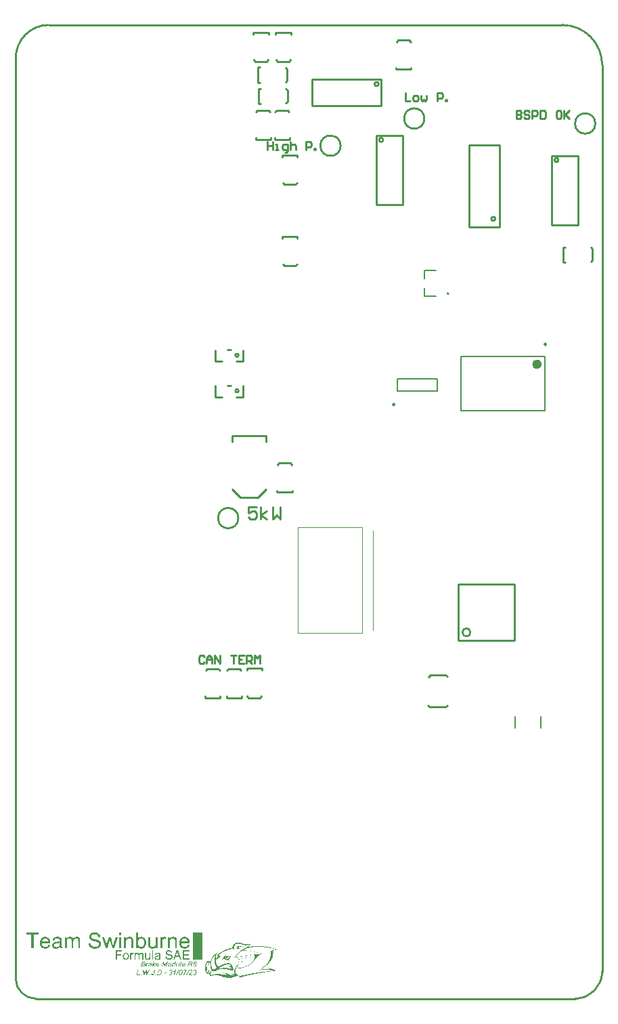
<source format=gto>
G04*
G04 #@! TF.GenerationSoftware,Altium Limited,Altium Designer,22.8.2 (66)*
G04*
G04 Layer_Color=65535*
%FSLAX44Y44*%
%MOMM*%
G71*
G04*
G04 #@! TF.SameCoordinates,B0619A4A-581E-4249-BB79-A942B5E0D796*
G04*
G04*
G04 #@! TF.FilePolarity,Positive*
G04*
G01*
G75*
%ADD10C,0.6000*%
%ADD11C,0.2500*%
%ADD12C,0.2000*%
%ADD13C,0.2540*%
%ADD14C,0.1270*%
%ADD15R,1.2700X3.4290*%
%ADD16C,0.0254*%
%ADD17C,0.0500*%
G36*
X279804Y69859D02*
X280639D01*
Y69692D01*
X281139D01*
Y69525D01*
X281640D01*
Y69358D01*
X282308D01*
Y69191D01*
X282976D01*
Y69024D01*
X283643D01*
Y68857D01*
X284311D01*
Y68691D01*
X284645D01*
Y68524D01*
X285646D01*
Y68357D01*
X286982D01*
Y68190D01*
X289152D01*
Y68023D01*
X291822D01*
Y68190D01*
X294159D01*
Y68357D01*
X294493D01*
Y68190D01*
X294326D01*
Y68023D01*
X293992D01*
Y67856D01*
X293825D01*
Y67689D01*
X293659D01*
Y67522D01*
X293492D01*
Y67355D01*
X293158D01*
Y67188D01*
X292991D01*
Y67021D01*
X292824D01*
Y66855D01*
X292657D01*
Y66687D01*
X292323D01*
Y66521D01*
X292156D01*
Y66354D01*
X291989D01*
Y66187D01*
X291822D01*
Y66020D01*
X291655D01*
Y65853D01*
X291322D01*
Y65686D01*
X291155D01*
Y65519D01*
X290988D01*
Y65352D01*
X290821D01*
Y65185D01*
X290654D01*
Y65018D01*
X290320D01*
Y64851D01*
X290153D01*
Y64685D01*
X289819D01*
Y64518D01*
Y64351D01*
Y64184D01*
X290487D01*
Y64351D01*
X291155D01*
Y64518D01*
X291655D01*
Y64685D01*
X292323D01*
Y64851D01*
X293325D01*
Y65018D01*
X294326D01*
Y65185D01*
X295662D01*
Y65352D01*
X296162D01*
Y65519D01*
X297998D01*
Y65686D01*
X300836D01*
Y65853D01*
X305677D01*
Y65686D01*
X308514D01*
Y65519D01*
X310351D01*
Y65352D01*
X310851D01*
Y65185D01*
X312354D01*
Y65018D01*
X313522D01*
Y64851D01*
X314524D01*
Y64685D01*
X315191D01*
Y64518D01*
X315358D01*
Y64685D01*
X315525D01*
Y64518D01*
X316026D01*
Y64351D01*
X316694D01*
Y64184D01*
X317695D01*
Y64017D01*
X318530D01*
Y63850D01*
X319198D01*
Y63683D01*
X319531D01*
Y63516D01*
X320199D01*
Y63349D01*
X320867D01*
Y63182D01*
X321367D01*
Y63015D01*
X321868D01*
Y62848D01*
X322369D01*
Y62681D01*
X322870D01*
Y62515D01*
X323537D01*
Y62348D01*
X324205D01*
Y62181D01*
X324706D01*
Y62014D01*
X324873D01*
Y61847D01*
X325374D01*
Y61680D01*
X324873D01*
Y61847D01*
X324205D01*
Y62014D01*
X323871D01*
Y62181D01*
X323204D01*
Y62348D01*
X322202D01*
Y62515D01*
X321367D01*
Y62681D01*
X320366D01*
Y62848D01*
X320199D01*
Y63015D01*
X319198D01*
Y63182D01*
X318029D01*
Y63349D01*
X316861D01*
Y63516D01*
X316360D01*
Y63683D01*
X316193D01*
Y63516D01*
X316026D01*
Y63683D01*
X315859D01*
Y63516D01*
X315692D01*
Y63683D01*
X315358D01*
Y63850D01*
X314023D01*
Y64017D01*
X312521D01*
Y64184D01*
X310685D01*
Y64351D01*
X308181D01*
Y64518D01*
X308014D01*
Y64685D01*
X298165D01*
Y64518D01*
X297665D01*
Y64351D01*
X295828D01*
Y64184D01*
X294493D01*
Y64017D01*
X293158D01*
Y63850D01*
X292490D01*
Y63683D01*
X292156D01*
Y63516D01*
X291989D01*
Y63683D01*
X291822D01*
Y63516D01*
X291488D01*
Y63349D01*
X290654D01*
Y63182D01*
X289986D01*
Y63015D01*
X289319D01*
Y62848D01*
X288985D01*
Y62681D01*
X288651D01*
Y62515D01*
X288150D01*
Y62348D01*
X287482D01*
Y62181D01*
X287148D01*
Y62014D01*
X286815D01*
Y61847D01*
X286648D01*
Y61680D01*
X286147D01*
Y61513D01*
X285813D01*
Y61346D01*
X285479D01*
Y61179D01*
X285312D01*
Y61012D01*
X284979D01*
Y60845D01*
X284645D01*
Y60678D01*
Y60511D01*
X285646D01*
Y60345D01*
X286147D01*
Y60178D01*
X288651D01*
Y60011D01*
X290320D01*
Y59844D01*
X288651D01*
Y60011D01*
X285312D01*
Y60178D01*
X284812D01*
Y60011D01*
X283142D01*
Y59844D01*
X282976D01*
Y59677D01*
X282642D01*
Y59510D01*
X282475D01*
Y59343D01*
X282308D01*
Y59176D01*
X282141D01*
Y59009D01*
X281807D01*
Y58842D01*
X281640D01*
Y58675D01*
X281473D01*
Y58508D01*
X281306D01*
Y58341D01*
X280972D01*
Y58175D01*
X280805D01*
Y58008D01*
X280472D01*
Y57841D01*
Y57674D01*
X280305D01*
Y57507D01*
X279971D01*
Y57340D01*
X279804D01*
Y57173D01*
X279637D01*
Y57006D01*
X279470D01*
Y56839D01*
X279303D01*
Y56672D01*
X279136D01*
Y56505D01*
X278969D01*
Y56338D01*
X278803D01*
Y56171D01*
X278636D01*
Y56005D01*
X278469D01*
Y55838D01*
X278135D01*
Y55671D01*
X277968D01*
Y55504D01*
X277801D01*
Y55337D01*
X277634D01*
Y55170D01*
X277467D01*
Y55003D01*
X277300D01*
Y54836D01*
Y54669D01*
X277133D01*
Y54502D01*
X276966D01*
Y54335D01*
X276799D01*
Y54168D01*
X276632D01*
Y54001D01*
X276466D01*
Y53835D01*
X276299D01*
Y53668D01*
X276132D01*
Y53501D01*
X275965D01*
Y53334D01*
X275798D01*
Y53167D01*
X275631D01*
Y53000D01*
X275464D01*
Y52833D01*
Y52666D01*
X275297D01*
Y52499D01*
X275130D01*
Y52332D01*
Y52165D01*
X274963D01*
Y51999D01*
X274796D01*
Y51831D01*
X274629D01*
Y51665D01*
Y51498D01*
X275965D01*
Y51665D01*
X276966D01*
Y51831D01*
X278135D01*
Y51999D01*
X278302D01*
Y52165D01*
X279470D01*
Y52332D01*
X280639D01*
Y52499D01*
X281807D01*
Y52666D01*
X282809D01*
Y52833D01*
X283309D01*
Y53000D01*
X283476D01*
Y52833D01*
X283643D01*
Y53000D01*
X283810D01*
Y52833D01*
X283977D01*
Y53000D01*
X284478D01*
Y53167D01*
X285646D01*
Y53334D01*
X286982D01*
Y53501D01*
X288317D01*
Y53668D01*
X288484D01*
Y53835D01*
X289819D01*
Y54001D01*
X291155D01*
Y54168D01*
X292657D01*
Y54335D01*
X293825D01*
Y54502D01*
X294326D01*
Y54669D01*
X294493D01*
Y54502D01*
X294660D01*
Y54669D01*
X295662D01*
Y54836D01*
X297331D01*
Y55003D01*
X298833D01*
Y55170D01*
X300669D01*
Y55337D01*
X301170D01*
Y55504D01*
X302839D01*
Y55671D01*
X304842D01*
Y55838D01*
X306845D01*
Y56005D01*
Y56171D01*
Y56338D01*
X306678D01*
Y56505D01*
X307346D01*
Y56338D01*
X307513D01*
Y56171D01*
X307680D01*
Y56338D01*
X308014D01*
Y56171D01*
Y56005D01*
X307680D01*
Y55838D01*
X307179D01*
Y55671D01*
X306845D01*
Y55504D01*
X306678D01*
Y55337D01*
X306511D01*
Y55170D01*
X306178D01*
Y55003D01*
X305844D01*
Y54836D01*
X305510D01*
Y54669D01*
X305176D01*
Y54502D01*
X305009D01*
Y54335D01*
X304842D01*
Y54168D01*
X304675D01*
Y54001D01*
X304342D01*
Y53835D01*
X304008D01*
Y53668D01*
Y53501D01*
X303841D01*
Y53334D01*
X303507D01*
Y53167D01*
X303340D01*
Y53000D01*
X303006D01*
Y52833D01*
Y52666D01*
X302839D01*
Y52499D01*
X302505D01*
Y52332D01*
X302338D01*
Y52165D01*
X302171D01*
Y51999D01*
X302005D01*
Y51831D01*
X301838D01*
Y51665D01*
X301671D01*
Y51498D01*
X301504D01*
Y51331D01*
X301337D01*
Y51164D01*
X301170D01*
Y50997D01*
X301003D01*
Y50830D01*
X300836D01*
Y50663D01*
X300669D01*
Y50496D01*
X300502D01*
Y50329D01*
Y50162D01*
X300335D01*
Y49995D01*
X300168D01*
Y49829D01*
X300002D01*
Y49662D01*
X299835D01*
Y49495D01*
X299668D01*
Y49328D01*
Y49161D01*
X299501D01*
Y48994D01*
X299167D01*
Y48827D01*
Y48660D01*
X299000D01*
Y48493D01*
Y48326D01*
X298833D01*
Y48159D01*
X298666D01*
Y47992D01*
X298499D01*
Y47825D01*
X298332D01*
Y47659D01*
Y47492D01*
X298165D01*
Y47325D01*
X297998D01*
Y47158D01*
Y46991D01*
X297831D01*
Y46824D01*
X297665D01*
Y46657D01*
X297498D01*
Y46490D01*
X297331D01*
Y46323D01*
X297164D01*
Y46156D01*
Y45989D01*
X296997D01*
Y45822D01*
X296830D01*
Y45655D01*
X296663D01*
Y45489D01*
X296496D01*
Y45322D01*
Y45155D01*
X296329D01*
Y44988D01*
X296162D01*
Y44821D01*
X295828D01*
Y44654D01*
X295662D01*
Y44487D01*
Y44320D01*
X295495D01*
Y44153D01*
X295328D01*
Y43986D01*
X294994D01*
Y43819D01*
X294827D01*
Y43652D01*
X294660D01*
Y43485D01*
X294493D01*
Y43319D01*
X294159D01*
Y43152D01*
X293992D01*
Y42985D01*
X293659D01*
Y42818D01*
Y42651D01*
X293325D01*
Y42484D01*
X292991D01*
Y42317D01*
X292824D01*
Y42150D01*
X292323D01*
Y41983D01*
X292156D01*
Y41816D01*
X291822D01*
Y41649D01*
X291488D01*
Y41482D01*
X291155D01*
Y41315D01*
X290654D01*
Y41149D01*
Y40982D01*
X290153D01*
Y40815D01*
X289652D01*
Y40648D01*
X289152D01*
Y40481D01*
X288651D01*
Y40314D01*
X288484D01*
Y40147D01*
X288317D01*
Y40314D01*
X288150D01*
Y40147D01*
X287983D01*
Y39980D01*
X287482D01*
Y39813D01*
X286982D01*
Y39646D01*
X286481D01*
Y39479D01*
X286314D01*
Y39312D01*
X285813D01*
Y39146D01*
X285479D01*
Y38979D01*
X284812D01*
Y38812D01*
X284311D01*
Y38645D01*
X284144D01*
Y38478D01*
X283810D01*
Y38311D01*
X283142D01*
Y38144D01*
X282642D01*
Y37977D01*
X282141D01*
Y37810D01*
X281974D01*
Y37643D01*
X281139D01*
Y37476D01*
X280305D01*
Y37309D01*
X279303D01*
Y37476D01*
X278803D01*
Y37643D01*
X278302D01*
Y37810D01*
Y37977D01*
X278135D01*
Y38144D01*
X277968D01*
Y38311D01*
Y38478D01*
X277801D01*
Y38645D01*
X277634D01*
Y38812D01*
Y38979D01*
X277467D01*
Y39146D01*
Y39312D01*
X277300D01*
Y39479D01*
Y39646D01*
X277133D01*
Y39813D01*
Y39980D01*
Y40147D01*
X276632D01*
Y39980D01*
X276466D01*
Y39813D01*
Y39646D01*
X276299D01*
Y39479D01*
Y39312D01*
Y39146D01*
X275965D01*
Y38979D01*
X276132D01*
Y38812D01*
X275965D01*
Y38645D01*
X275798D01*
Y38478D01*
Y38311D01*
Y38144D01*
X275631D01*
Y37977D01*
Y37810D01*
Y37643D01*
X275464D01*
Y37476D01*
Y37309D01*
Y37143D01*
X275297D01*
Y36976D01*
X275130D01*
Y36809D01*
X275297D01*
Y36642D01*
X275130D01*
Y36475D01*
X274963D01*
Y36308D01*
Y36141D01*
Y35974D01*
Y35807D01*
X274796D01*
Y35640D01*
Y35473D01*
Y35306D01*
Y35139D01*
Y34973D01*
Y34806D01*
X274629D01*
Y34639D01*
Y34472D01*
Y34305D01*
Y34138D01*
Y33971D01*
Y33804D01*
Y33637D01*
Y33470D01*
X274796D01*
Y33303D01*
Y33136D01*
Y32969D01*
Y32803D01*
X274963D01*
Y32636D01*
Y32469D01*
X275297D01*
Y32302D01*
Y32135D01*
X275464D01*
Y31968D01*
Y31801D01*
X275631D01*
Y31634D01*
Y31467D01*
X275798D01*
Y31300D01*
X275965D01*
Y31133D01*
X276132D01*
Y30966D01*
X276299D01*
Y30799D01*
X276466D01*
Y30633D01*
Y30466D01*
X276632D01*
Y30299D01*
X276799D01*
Y30132D01*
X276966D01*
Y29965D01*
X277133D01*
Y29798D01*
X277300D01*
Y29631D01*
X277467D01*
Y29464D01*
X277634D01*
Y29297D01*
X277801D01*
Y29130D01*
X277968D01*
Y28963D01*
X278135D01*
Y28796D01*
X278302D01*
Y28630D01*
X278469D01*
Y28463D01*
X278636D01*
Y28296D01*
X278803D01*
Y28129D01*
X279136D01*
Y27962D01*
X279804D01*
Y28129D01*
X280639D01*
Y28296D01*
X281473D01*
Y28463D01*
X282308D01*
Y28630D01*
X282475D01*
Y28796D01*
X283309D01*
Y28963D01*
X283977D01*
Y29130D01*
X284979D01*
Y29297D01*
X285813D01*
Y29464D01*
X285980D01*
Y29631D01*
X286147D01*
Y29464D01*
X286314D01*
Y29631D01*
X286982D01*
Y29798D01*
X287983D01*
Y29965D01*
X288818D01*
Y30132D01*
X289652D01*
Y30299D01*
X289986D01*
Y30466D01*
X290988D01*
Y30633D01*
X291822D01*
Y30799D01*
X292991D01*
Y30966D01*
X294159D01*
Y31133D01*
X294326D01*
Y31300D01*
X294493D01*
Y31133D01*
X294660D01*
Y31300D01*
X295328D01*
Y31467D01*
X296496D01*
Y31634D01*
X297665D01*
Y31801D01*
X298833D01*
Y31968D01*
X299000D01*
Y32135D01*
X300335D01*
Y32302D01*
X301504D01*
Y32469D01*
X303006D01*
Y32636D01*
X304174D01*
Y32803D01*
X304675D01*
Y32969D01*
X304842D01*
Y32803D01*
X305009D01*
Y32969D01*
X305176D01*
Y32803D01*
X305343D01*
Y32969D01*
X305510D01*
Y32803D01*
X305677D01*
Y32969D01*
X306011D01*
Y33136D01*
X307680D01*
Y33303D01*
X309182D01*
Y33470D01*
X311018D01*
Y33637D01*
X311185D01*
Y33470D01*
X311352D01*
Y33637D01*
X311519D01*
Y33804D01*
X313522D01*
Y33971D01*
X315859D01*
Y34138D01*
X319031D01*
Y34305D01*
X319531D01*
Y34472D01*
X319698D01*
Y34305D01*
X320867D01*
Y34138D01*
X319364D01*
Y33971D01*
X318029D01*
Y33804D01*
X316694D01*
Y33637D01*
X316193D01*
Y33470D01*
X316026D01*
Y33637D01*
X315859D01*
Y33470D01*
X315024D01*
Y33303D01*
X313689D01*
Y33136D01*
X312354D01*
Y32969D01*
X311185D01*
Y32803D01*
X310685D01*
Y32636D01*
X309516D01*
Y32469D01*
X308348D01*
Y32302D01*
X307179D01*
Y32135D01*
X306011D01*
Y31968D01*
X305510D01*
Y31801D01*
X305343D01*
Y31968D01*
X305176D01*
Y31801D01*
X304508D01*
Y31634D01*
X303340D01*
Y31467D01*
X302338D01*
Y31300D01*
X301170D01*
Y31133D01*
X300669D01*
Y30966D01*
X299835D01*
Y30799D01*
X298833D01*
Y30633D01*
X297831D01*
Y30466D01*
X296830D01*
Y30299D01*
X296162D01*
Y30132D01*
X295495D01*
Y29965D01*
X294660D01*
Y29798D01*
X293659D01*
Y29631D01*
X292824D01*
Y29464D01*
X292323D01*
Y29297D01*
X291822D01*
Y29130D01*
X290821D01*
Y28963D01*
X289986D01*
Y28796D01*
X289319D01*
Y28630D01*
X288818D01*
Y28463D01*
X288150D01*
Y28296D01*
X287482D01*
Y28129D01*
X286648D01*
Y27962D01*
X285980D01*
Y27795D01*
X285646D01*
Y27628D01*
X285145D01*
Y27461D01*
X284478D01*
Y27294D01*
X283810D01*
Y27127D01*
X283309D01*
Y26960D01*
X282809D01*
Y26793D01*
X282475D01*
Y26626D01*
X281807D01*
Y26460D01*
X281306D01*
Y26293D01*
X280805D01*
Y26126D01*
X280639D01*
Y25959D01*
X280472D01*
Y26126D01*
X280305D01*
Y26293D01*
X280138D01*
Y26460D01*
X279971D01*
Y26626D01*
X279804D01*
Y26793D01*
X279637D01*
Y26960D01*
Y27127D01*
X279470D01*
Y27294D01*
X279303D01*
Y27461D01*
X279136D01*
Y27628D01*
X278969D01*
Y27795D01*
Y27962D01*
X278803D01*
Y28129D01*
X278636D01*
Y28296D01*
X278135D01*
Y28129D01*
X276966D01*
Y27962D01*
X276132D01*
Y27795D01*
X275965D01*
Y27628D01*
X275297D01*
Y27461D01*
X274629D01*
Y27294D01*
X273962D01*
Y27127D01*
X273461D01*
Y26960D01*
X273127D01*
Y26793D01*
X272793D01*
Y26626D01*
X272292D01*
Y26460D01*
X271625D01*
Y26293D01*
X271124D01*
Y26126D01*
X270957D01*
Y25959D01*
X270623D01*
Y25792D01*
X270123D01*
Y25625D01*
X269789D01*
Y25458D01*
X269288D01*
Y25291D01*
X269121D01*
Y25124D01*
X268787D01*
Y24957D01*
X268453D01*
Y24790D01*
X267953D01*
Y24623D01*
X267619D01*
Y24456D01*
X267452D01*
Y24290D01*
X267118D01*
Y24123D01*
X266784D01*
Y24290D01*
X266951D01*
Y24456D01*
X267118D01*
Y24623D01*
X267452D01*
Y24790D01*
X267619D01*
Y24957D01*
X267953D01*
Y25124D01*
X268286D01*
Y25291D01*
X268453D01*
Y25458D01*
X268787D01*
Y25625D01*
Y25792D01*
X265616D01*
Y25959D01*
X263780D01*
Y26126D01*
X262945D01*
Y26293D01*
X262110D01*
Y26460D01*
X260942D01*
Y26626D01*
X260107D01*
Y26793D01*
X259606D01*
Y26960D01*
X259106D01*
Y27127D01*
X258605D01*
Y27294D01*
X257937D01*
Y27461D01*
X257437D01*
Y27628D01*
X256936D01*
Y27795D01*
X256769D01*
Y27962D01*
X256268D01*
Y28129D01*
X255600D01*
Y28296D01*
X255100D01*
Y28463D01*
X254599D01*
Y28630D01*
X254432D01*
Y28463D01*
X254265D01*
Y28630D01*
X254098D01*
Y28796D01*
X252930D01*
Y28963D01*
X250760D01*
Y29130D01*
X249591D01*
Y28963D01*
X247087D01*
Y28796D01*
X246086D01*
Y28630D01*
X245585D01*
Y28463D01*
X244917D01*
Y28296D01*
X244417D01*
Y28129D01*
X243916D01*
Y27962D01*
X243415D01*
Y28129D01*
X243248D01*
Y28296D01*
X243081D01*
Y28463D01*
Y28630D01*
X242914D01*
Y28796D01*
Y28963D01*
X242747D01*
Y29130D01*
X242581D01*
Y29297D01*
Y29464D01*
X242414D01*
Y29631D01*
Y29798D01*
Y29965D01*
X242247D01*
Y30132D01*
Y30299D01*
Y30466D01*
Y30633D01*
Y30799D01*
Y30966D01*
X242080D01*
Y31133D01*
X241913D01*
Y31300D01*
X241746D01*
Y31133D01*
X241078D01*
Y30966D01*
X240244D01*
Y31133D01*
X240077D01*
Y31300D01*
X239743D01*
Y31467D01*
X239576D01*
Y31634D01*
X239242D01*
Y31801D01*
X239075D01*
Y31968D01*
Y32135D01*
X238908D01*
Y32302D01*
X238574D01*
Y32469D01*
Y32636D01*
X238407D01*
Y32803D01*
X238241D01*
Y32969D01*
X238074D01*
Y33136D01*
Y33303D01*
X237907D01*
Y33470D01*
Y33637D01*
X237740D01*
Y33804D01*
X237573D01*
Y33971D01*
Y34138D01*
Y34305D01*
X237406D01*
Y34472D01*
Y34639D01*
X237239D01*
Y34806D01*
Y34973D01*
Y35139D01*
Y35306D01*
X237072D01*
Y35473D01*
Y35640D01*
Y35807D01*
Y35974D01*
Y36141D01*
X236905D01*
Y36308D01*
Y36475D01*
X236738D01*
Y36642D01*
Y36809D01*
X236905D01*
Y36976D01*
X236738D01*
Y37143D01*
Y37309D01*
Y37476D01*
Y37643D01*
Y37810D01*
Y37977D01*
Y38144D01*
Y38311D01*
Y38478D01*
Y38645D01*
Y38812D01*
Y38979D01*
Y39146D01*
Y39312D01*
Y39479D01*
Y39646D01*
Y39813D01*
X236905D01*
Y39980D01*
Y40147D01*
Y40314D01*
Y40481D01*
X237072D01*
Y40648D01*
Y40815D01*
Y40982D01*
Y41149D01*
X237239D01*
Y41315D01*
Y41482D01*
Y41649D01*
Y41816D01*
X237406D01*
Y41983D01*
Y42150D01*
Y42317D01*
Y42484D01*
X237573D01*
Y42651D01*
Y42818D01*
Y42985D01*
X237740D01*
Y43152D01*
X237907D01*
Y43319D01*
Y43485D01*
Y43652D01*
X238074D01*
Y43819D01*
Y43986D01*
Y44153D01*
X238241D01*
Y44320D01*
Y44487D01*
Y44654D01*
X238407D01*
Y44821D01*
Y44988D01*
Y45155D01*
X238574D01*
Y45322D01*
Y45489D01*
X238741D01*
Y45655D01*
Y45822D01*
X238908D01*
Y45989D01*
Y46156D01*
Y46323D01*
Y46490D01*
X239075D01*
Y46657D01*
X239409D01*
Y46824D01*
X239910D01*
Y46991D01*
X241078D01*
Y46824D01*
X241913D01*
Y46657D01*
X242747D01*
Y46490D01*
X243582D01*
Y46657D01*
X243749D01*
Y46824D01*
X243916D01*
Y46991D01*
Y47158D01*
Y47325D01*
Y47492D01*
X244083D01*
Y47659D01*
Y47825D01*
Y47992D01*
Y48159D01*
X244250D01*
Y48326D01*
Y48493D01*
X244417D01*
Y48660D01*
Y48827D01*
X244584D01*
Y48994D01*
Y49161D01*
X244750D01*
Y49328D01*
Y49495D01*
X244917D01*
Y49662D01*
Y49829D01*
Y49995D01*
X245084D01*
Y50162D01*
X245251D01*
Y50329D01*
Y50496D01*
X245418D01*
Y50663D01*
Y50830D01*
X245585D01*
Y50997D01*
X245752D01*
Y51164D01*
Y51331D01*
X245919D01*
Y51498D01*
Y51665D01*
X246086D01*
Y51831D01*
X246253D01*
Y51999D01*
Y52165D01*
X246420D01*
Y52332D01*
X246587D01*
Y52499D01*
Y52666D01*
X246754D01*
Y52833D01*
X246921D01*
Y53000D01*
X247087D01*
Y53167D01*
X247254D01*
Y53334D01*
X247421D01*
Y53501D01*
X247588D01*
Y53668D01*
Y53835D01*
X247755D01*
Y54001D01*
X247922D01*
Y54168D01*
X248089D01*
Y54335D01*
X248256D01*
Y54502D01*
X248423D01*
Y54669D01*
X248590D01*
Y54836D01*
X248757D01*
Y55003D01*
X249090D01*
Y55170D01*
X249257D01*
Y55337D01*
X249424D01*
Y55504D01*
X249591D01*
Y55671D01*
X249758D01*
Y55838D01*
X250092D01*
Y56005D01*
X250426D01*
Y56171D01*
X250593D01*
Y56338D01*
X250760D01*
Y56505D01*
X251094D01*
Y56672D01*
X251427D01*
Y56839D01*
X251761D01*
Y56672D01*
X251594D01*
Y56505D01*
Y56338D01*
X251427D01*
Y56171D01*
Y56005D01*
Y55838D01*
Y55671D01*
X251261D01*
Y55504D01*
Y55337D01*
Y55170D01*
X251094D01*
Y55003D01*
Y54836D01*
X250927D01*
Y54669D01*
Y54502D01*
Y54335D01*
X250760D01*
Y54168D01*
Y54001D01*
Y53835D01*
Y53668D01*
Y53501D01*
X250593D01*
Y53334D01*
Y53167D01*
Y53000D01*
Y52833D01*
Y52666D01*
X250426D01*
Y52499D01*
Y52332D01*
Y52165D01*
Y51999D01*
Y51831D01*
Y51665D01*
Y51498D01*
Y51331D01*
Y51164D01*
Y50997D01*
Y50830D01*
Y50663D01*
Y50496D01*
X250593D01*
Y50663D01*
X250927D01*
Y50830D01*
X251094D01*
Y50997D01*
X251427D01*
Y51164D01*
X251594D01*
Y51331D01*
X251928D01*
Y51498D01*
X252262D01*
Y51665D01*
X252429D01*
Y51831D01*
X252763D01*
Y51999D01*
X253097D01*
Y52165D01*
Y52332D01*
Y52499D01*
Y52666D01*
X252930D01*
Y52833D01*
X252763D01*
Y53000D01*
X252596D01*
Y53167D01*
Y53334D01*
X252429D01*
Y53501D01*
Y53668D01*
Y53835D01*
X252262D01*
Y54001D01*
Y54168D01*
X252429D01*
Y54335D01*
Y54502D01*
Y54669D01*
Y54836D01*
X252596D01*
Y55003D01*
X252763D01*
Y55170D01*
X252930D01*
Y55337D01*
Y55504D01*
X253097D01*
Y55671D01*
X253430D01*
Y55838D01*
X253597D01*
Y56005D01*
X253931D01*
Y56171D01*
X254098D01*
Y56338D01*
X254265D01*
Y56505D01*
X254599D01*
Y56672D01*
X254933D01*
Y56839D01*
X255267D01*
Y57006D01*
X255434D01*
Y57173D01*
X255600D01*
Y57340D01*
X255934D01*
Y57507D01*
X256268D01*
Y57674D01*
X256602D01*
Y57841D01*
X256769D01*
Y58008D01*
X257103D01*
Y58175D01*
X257437D01*
Y58341D01*
X257770D01*
Y58508D01*
X258104D01*
Y58675D01*
X258271D01*
Y58842D01*
X258605D01*
Y59009D01*
X258772D01*
Y59176D01*
X259273D01*
Y59343D01*
X259606D01*
Y59510D01*
X259940D01*
Y59677D01*
X260107D01*
Y59844D01*
X260608D01*
Y60011D01*
X260942D01*
Y60178D01*
X261276D01*
Y60345D01*
X261443D01*
Y60511D01*
X261943D01*
Y60678D01*
X262277D01*
Y60845D01*
X262611D01*
Y61012D01*
X263112D01*
Y61179D01*
X263446D01*
Y61346D01*
X263780D01*
Y61513D01*
X264280D01*
Y61680D01*
X264781D01*
Y61847D01*
X265282D01*
Y62014D01*
X265449D01*
Y62181D01*
X265949D01*
Y62348D01*
X266617D01*
Y62515D01*
X267285D01*
Y62681D01*
X267786D01*
Y62848D01*
X268286D01*
Y63015D01*
X268787D01*
Y63182D01*
X269789D01*
Y63349D01*
X270790D01*
Y63516D01*
X270957D01*
Y63683D01*
Y63850D01*
Y64017D01*
X271124D01*
Y64184D01*
Y64351D01*
Y64518D01*
Y64685D01*
Y64851D01*
X271291D01*
Y65018D01*
Y65185D01*
Y65352D01*
Y65519D01*
X271458D01*
Y65686D01*
Y65853D01*
Y66020D01*
X271625D01*
Y66187D01*
Y66354D01*
X271792D01*
Y66521D01*
X271959D01*
Y66687D01*
Y66855D01*
X272126D01*
Y67021D01*
Y67188D01*
X272292D01*
Y67355D01*
X272460D01*
Y67522D01*
X272626D01*
Y67689D01*
X272793D01*
Y67856D01*
X272960D01*
Y68023D01*
X273127D01*
Y68190D01*
X273294D01*
Y68357D01*
X273461D01*
Y68524D01*
X273795D01*
Y68691D01*
X273962D01*
Y68857D01*
X274129D01*
Y69024D01*
X274463D01*
Y69191D01*
X274796D01*
Y69358D01*
X275297D01*
Y69525D01*
X275631D01*
Y69692D01*
X275965D01*
Y69859D01*
X276632D01*
Y70026D01*
X279804D01*
Y69859D01*
D02*
G37*
G36*
X291822Y59677D02*
X293158D01*
Y59510D01*
X293325D01*
Y59343D01*
X294493D01*
Y59176D01*
X293325D01*
Y59343D01*
X291989D01*
Y59510D01*
X291822D01*
Y59677D01*
X290487D01*
Y59844D01*
X291822D01*
Y59677D01*
D02*
G37*
G36*
X295662Y59009D02*
X296830D01*
Y58842D01*
X297831D01*
Y58675D01*
Y58508D01*
X298833D01*
Y58341D01*
X297831D01*
Y58508D01*
X296997D01*
Y58675D01*
X296830D01*
Y58842D01*
X295662D01*
Y59009D01*
X294660D01*
Y59176D01*
X295662D01*
Y59009D01*
D02*
G37*
G36*
X299835Y58175D02*
X300669D01*
Y58008D01*
X301504D01*
Y57841D01*
X301671D01*
Y57674D01*
X302505D01*
Y57507D01*
X301671D01*
Y57674D01*
X300836D01*
Y57841D01*
X300669D01*
Y58008D01*
X299835D01*
Y58175D01*
X299000D01*
Y58341D01*
X299835D01*
Y58175D01*
D02*
G37*
G36*
X303507Y57340D02*
X304174D01*
Y57173D01*
X305009D01*
Y57006D01*
X305176D01*
Y56839D01*
X306011D01*
Y56672D01*
X306511D01*
Y56505D01*
X306011D01*
Y56672D01*
X305176D01*
Y56839D01*
X304508D01*
Y57006D01*
X304174D01*
Y57173D01*
X303507D01*
Y57340D01*
X302672D01*
Y57507D01*
X303507D01*
Y57340D01*
D02*
G37*
G36*
X325874Y61513D02*
X326375D01*
Y61346D01*
X326876D01*
Y61179D01*
X326709D01*
Y61012D01*
X325874D01*
Y60845D01*
X325374D01*
Y60678D01*
X324706D01*
Y60511D01*
X324205D01*
Y60345D01*
X323871D01*
Y60178D01*
X323537D01*
Y60011D01*
X323204D01*
Y59844D01*
X322703D01*
Y59677D01*
X322369D01*
Y59510D01*
X322202D01*
Y59343D01*
X321868D01*
Y59176D01*
Y59009D01*
Y58842D01*
Y58675D01*
Y58508D01*
X322035D01*
Y58341D01*
X321868D01*
Y58175D01*
X322035D01*
Y58008D01*
X321868D01*
Y57841D01*
X322035D01*
Y57674D01*
X321868D01*
Y57507D01*
X322035D01*
Y57340D01*
X321868D01*
Y57173D01*
X322035D01*
Y57006D01*
X321868D01*
Y56839D01*
X322035D01*
Y56672D01*
X321868D01*
Y56505D01*
X322035D01*
Y56338D01*
X321868D01*
Y56171D01*
Y56005D01*
Y55838D01*
Y55671D01*
Y55504D01*
Y55337D01*
X321701D01*
Y55170D01*
Y55003D01*
Y54836D01*
Y54669D01*
Y54502D01*
Y54335D01*
Y54168D01*
Y54001D01*
X321534D01*
Y53835D01*
Y53668D01*
Y53501D01*
Y53334D01*
Y53167D01*
Y53000D01*
Y52833D01*
X321367D01*
Y52666D01*
Y52499D01*
Y52332D01*
Y52165D01*
Y51999D01*
X321200D01*
Y51831D01*
Y51665D01*
Y51498D01*
X321034D01*
Y51331D01*
Y51164D01*
X320867D01*
Y50997D01*
Y50830D01*
Y50663D01*
X320700D01*
Y50496D01*
Y50329D01*
Y50162D01*
X320533D01*
Y49995D01*
Y49829D01*
Y49662D01*
X320366D01*
Y49495D01*
Y49328D01*
X320199D01*
Y49161D01*
X320032D01*
Y48994D01*
Y48827D01*
Y48660D01*
X319865D01*
Y48493D01*
X319698D01*
Y48326D01*
Y48159D01*
X319531D01*
Y47992D01*
Y47825D01*
X319364D01*
Y47659D01*
X319198D01*
Y47492D01*
X319031D01*
Y47325D01*
Y47158D01*
X318864D01*
Y46991D01*
Y46824D01*
X318697D01*
Y46657D01*
X318530D01*
Y46490D01*
X318363D01*
Y46323D01*
X318196D01*
Y46156D01*
X318029D01*
Y45989D01*
X317862D01*
Y45822D01*
X317695D01*
Y45655D01*
X317528D01*
Y45489D01*
X317361D01*
Y45322D01*
Y45155D01*
X317194D01*
Y44988D01*
X317027D01*
Y44821D01*
X316861D01*
Y44654D01*
X316527D01*
Y44487D01*
Y44320D01*
X316360D01*
Y44153D01*
X316193D01*
Y43986D01*
X315859D01*
Y43819D01*
X315692D01*
Y43652D01*
X315525D01*
Y43485D01*
X315358D01*
Y43319D01*
X315191D01*
Y43152D01*
X315024D01*
Y42985D01*
X314858D01*
Y42818D01*
X314691D01*
Y42651D01*
X314524D01*
Y42484D01*
X314357D01*
Y42317D01*
X314023D01*
Y42150D01*
X313856D01*
Y41983D01*
X313689D01*
Y41816D01*
X313522D01*
Y41649D01*
X313188D01*
Y41482D01*
X313021D01*
Y41315D01*
X312854D01*
Y41149D01*
X312687D01*
Y40982D01*
X312354D01*
Y40815D01*
X312187D01*
Y40648D01*
X312020D01*
Y40481D01*
X311686D01*
Y40314D01*
X311519D01*
Y40147D01*
X311352D01*
Y39980D01*
X311185D01*
Y39813D01*
X311018D01*
Y39646D01*
X310685D01*
Y39479D01*
X310518D01*
Y39312D01*
X310351D01*
Y39146D01*
X310184D01*
Y38979D01*
X310017D01*
Y38812D01*
X309850D01*
Y38645D01*
X309683D01*
Y38478D01*
X309516D01*
Y38311D01*
X309349D01*
Y38144D01*
X309182D01*
Y37977D01*
X309015D01*
Y37810D01*
X308848D01*
Y37643D01*
X308681D01*
Y37476D01*
Y37309D01*
X308514D01*
Y37143D01*
X308348D01*
Y36976D01*
X308181D01*
Y36809D01*
Y36642D01*
X308014D01*
Y36475D01*
Y36308D01*
X308181D01*
Y36141D01*
X308348D01*
Y36308D01*
X309015D01*
Y36475D01*
X310351D01*
Y36642D01*
X311853D01*
Y36809D01*
X313689D01*
Y36976D01*
X314524D01*
Y37143D01*
X314691D01*
Y36976D01*
X314858D01*
Y37143D01*
X315358D01*
Y36976D01*
X315525D01*
Y37143D01*
X316360D01*
Y36976D01*
X316527D01*
Y37143D01*
X316694D01*
Y36976D01*
X317361D01*
Y37143D01*
Y37309D01*
X317194D01*
Y37476D01*
X316694D01*
Y37643D01*
X316193D01*
Y37810D01*
X316026D01*
Y37977D01*
X315358D01*
Y38144D01*
X316026D01*
Y37977D01*
X316861D01*
Y37810D01*
X317027D01*
Y37977D01*
X317194D01*
Y37810D01*
X317361D01*
Y37643D01*
X318363D01*
Y37476D01*
X319198D01*
Y37309D01*
X319865D01*
Y37143D01*
X320700D01*
Y36976D01*
X320867D01*
Y36809D01*
X321534D01*
Y36642D01*
X322035D01*
Y36475D01*
X322703D01*
Y36308D01*
X322870D01*
Y36141D01*
X323371D01*
Y35974D01*
X323871D01*
Y35807D01*
X324205D01*
Y35640D01*
X324706D01*
Y35473D01*
X325040D01*
Y35306D01*
X325207D01*
Y35139D01*
X325707D01*
Y34973D01*
X325874D01*
Y34806D01*
X324205D01*
Y34639D01*
X322870D01*
Y34472D01*
X322035D01*
Y34305D01*
X321534D01*
Y34472D01*
X321701D01*
Y34639D01*
Y34806D01*
X321200D01*
Y34973D01*
X320366D01*
Y35139D01*
X320032D01*
Y35306D01*
X319865D01*
Y35139D01*
X319531D01*
Y35306D01*
X319198D01*
Y35473D01*
X318196D01*
Y35640D01*
X316861D01*
Y35807D01*
X314858D01*
Y35974D01*
X309850D01*
Y35807D01*
X307847D01*
Y35640D01*
X306845D01*
Y35473D01*
X306678D01*
Y35640D01*
Y35807D01*
X307012D01*
Y35974D01*
Y36141D01*
Y36308D01*
X307179D01*
Y36475D01*
X307346D01*
Y36642D01*
Y36809D01*
X307513D01*
Y36976D01*
Y37143D01*
X307680D01*
Y37309D01*
X307847D01*
Y37476D01*
X308014D01*
Y37643D01*
X308181D01*
Y37810D01*
Y37977D01*
X308348D01*
Y38144D01*
X308514D01*
Y38311D01*
X308848D01*
Y38478D01*
X309015D01*
Y38645D01*
Y38812D01*
X309182D01*
Y38979D01*
X309349D01*
Y39146D01*
X309683D01*
Y39312D01*
X309850D01*
Y39479D01*
Y39646D01*
X310017D01*
Y39813D01*
X310351D01*
Y39980D01*
X310518D01*
Y40147D01*
X310685D01*
Y40314D01*
X310851D01*
Y40481D01*
X311018D01*
Y40648D01*
X311185D01*
Y40815D01*
X311519D01*
Y40982D01*
Y41149D01*
X311686D01*
Y41315D01*
X311853D01*
Y41482D01*
X312187D01*
Y41649D01*
X312354D01*
Y41816D01*
X312521D01*
Y41983D01*
X312687D01*
Y42150D01*
X312854D01*
Y42317D01*
X313021D01*
Y42484D01*
X313188D01*
Y42651D01*
X313355D01*
Y42818D01*
X313522D01*
Y42985D01*
X313689D01*
Y43152D01*
X313856D01*
Y43319D01*
X314023D01*
Y43485D01*
X314190D01*
Y43652D01*
Y43819D01*
X314357D01*
Y43986D01*
X314691D01*
Y44153D01*
Y44320D01*
X314858D01*
Y44487D01*
X315024D01*
Y44654D01*
X315191D01*
Y44821D01*
Y44988D01*
X315525D01*
Y45155D01*
Y45322D01*
Y45489D01*
X315692D01*
Y45655D01*
X315859D01*
Y45822D01*
Y45989D01*
X316026D01*
Y46156D01*
X316193D01*
Y46323D01*
X316360D01*
Y46490D01*
Y46657D01*
X316527D01*
Y46824D01*
Y46991D01*
X316694D01*
Y47158D01*
Y47325D01*
X316861D01*
Y47492D01*
X317027D01*
Y47659D01*
Y47825D01*
Y47992D01*
X317194D01*
Y48159D01*
Y48326D01*
Y48493D01*
X317361D01*
Y48660D01*
Y48827D01*
Y48994D01*
X317528D01*
Y49161D01*
Y49328D01*
Y49495D01*
X317695D01*
Y49662D01*
X317862D01*
Y49829D01*
Y49995D01*
Y50162D01*
X318029D01*
Y50329D01*
Y50496D01*
Y50663D01*
Y50830D01*
Y50997D01*
X318196D01*
Y51164D01*
Y51331D01*
Y51498D01*
Y51665D01*
Y51831D01*
X318363D01*
Y51999D01*
Y52165D01*
Y52332D01*
Y52499D01*
Y52666D01*
Y52833D01*
Y53000D01*
X318530D01*
Y53167D01*
X318697D01*
Y53334D01*
Y53501D01*
Y53668D01*
Y53835D01*
Y54001D01*
Y54168D01*
Y54335D01*
Y54502D01*
X318864D01*
Y54669D01*
Y54836D01*
Y55003D01*
Y55170D01*
Y55337D01*
Y55504D01*
Y55671D01*
Y55838D01*
Y56005D01*
Y56171D01*
Y56338D01*
Y56505D01*
Y56672D01*
Y56839D01*
Y57006D01*
Y57173D01*
Y57340D01*
Y57507D01*
Y57674D01*
Y57841D01*
Y58008D01*
Y58175D01*
Y58341D01*
Y58508D01*
Y58675D01*
Y58842D01*
Y59009D01*
Y59176D01*
Y59343D01*
X319031D01*
Y59510D01*
X319364D01*
Y59677D01*
X319698D01*
Y59844D01*
X320199D01*
Y60011D01*
X320700D01*
Y60178D01*
X321367D01*
Y60345D01*
X321534D01*
Y60511D01*
X322035D01*
Y60678D01*
X322870D01*
Y60845D01*
X324038D01*
Y61012D01*
X325207D01*
Y61179D01*
X325707D01*
Y61346D01*
X325874D01*
Y61513D01*
X325707D01*
Y61680D01*
X325874D01*
Y61513D01*
D02*
G37*
G36*
X194250Y36030D02*
X194309Y36021D01*
X194377Y36013D01*
X194453Y36004D01*
X194546Y35987D01*
X194639Y35970D01*
X194842Y35911D01*
X194952Y35869D01*
X195062Y35827D01*
X195164Y35768D01*
X195274Y35700D01*
X195375Y35624D01*
X195468Y35539D01*
X195477Y35531D01*
X195494Y35514D01*
X195511Y35488D01*
X195544Y35454D01*
X195587Y35404D01*
X195629Y35353D01*
X195671Y35285D01*
X195722Y35209D01*
X195807Y35040D01*
X195891Y34837D01*
X195925Y34727D01*
X195942Y34609D01*
X195959Y34482D01*
X195967Y34355D01*
Y34346D01*
Y34330D01*
Y34304D01*
Y34270D01*
X195950Y34169D01*
X195933Y34051D01*
X195900Y33907D01*
X195857Y33754D01*
X195790Y33602D01*
X195697Y33450D01*
X195688Y33433D01*
X195646Y33391D01*
X195587Y33315D01*
X195502Y33230D01*
X195384Y33128D01*
X195248Y33027D01*
X195088Y32926D01*
X194902Y32824D01*
X194910D01*
X194918Y32816D01*
X194961Y32782D01*
X195028Y32731D01*
X195113Y32672D01*
X195206Y32587D01*
X195299Y32494D01*
X195392Y32393D01*
X195468Y32274D01*
X195477Y32257D01*
X195502Y32215D01*
X195527Y32147D01*
X195570Y32063D01*
X195604Y31953D01*
X195629Y31826D01*
X195654Y31691D01*
X195663Y31538D01*
Y31530D01*
Y31496D01*
Y31454D01*
X195654Y31395D01*
X195646Y31319D01*
X195629Y31225D01*
X195604Y31132D01*
X195578Y31022D01*
X195544Y30904D01*
X195502Y30786D01*
X195451Y30659D01*
X195384Y30532D01*
X195308Y30405D01*
X195223Y30278D01*
X195121Y30151D01*
X195003Y30024D01*
X194995Y30016D01*
X194978Y29999D01*
X194935Y29965D01*
X194884Y29923D01*
X194825Y29881D01*
X194749Y29821D01*
X194665Y29771D01*
X194563Y29711D01*
X194453Y29652D01*
X194335Y29593D01*
X194208Y29534D01*
X194073Y29492D01*
X193920Y29449D01*
X193768Y29415D01*
X193607Y29399D01*
X193438Y29390D01*
X193354D01*
X193294Y29399D01*
X193218Y29407D01*
X193125Y29415D01*
X193032Y29432D01*
X192931Y29449D01*
X192702Y29508D01*
X192584Y29551D01*
X192457Y29602D01*
X192339Y29652D01*
X192229Y29720D01*
X192110Y29796D01*
X192009Y29881D01*
X192000Y29889D01*
X191983Y29906D01*
X191958Y29931D01*
X191924Y29974D01*
X191882Y30016D01*
X191831Y30084D01*
X191780Y30151D01*
X191730Y30227D01*
X191679Y30320D01*
X191628Y30422D01*
X191577Y30523D01*
X191527Y30642D01*
X191484Y30769D01*
X191451Y30904D01*
X191425Y31048D01*
X191408Y31200D01*
X192186Y31302D01*
Y31293D01*
X192195Y31268D01*
Y31234D01*
X192203Y31192D01*
X192212Y31132D01*
X192229Y31073D01*
X192271Y30921D01*
X192322Y30760D01*
X192389Y30600D01*
X192474Y30447D01*
X192525Y30380D01*
X192575Y30320D01*
X192592Y30312D01*
X192635Y30278D01*
X192694Y30227D01*
X192787Y30177D01*
X192905Y30126D01*
X193041Y30075D01*
X193193Y30041D01*
X193370Y30033D01*
X193430D01*
X193472Y30041D01*
X193523Y30050D01*
X193582Y30058D01*
X193726Y30084D01*
X193887Y30134D01*
X194056Y30210D01*
X194149Y30261D01*
X194233Y30320D01*
X194318Y30380D01*
X194402Y30456D01*
X194411Y30464D01*
X194419Y30473D01*
X194445Y30498D01*
X194470Y30532D01*
X194538Y30616D01*
X194622Y30735D01*
X194707Y30879D01*
X194775Y31048D01*
X194825Y31225D01*
X194834Y31327D01*
X194842Y31428D01*
Y31437D01*
Y31454D01*
Y31479D01*
X194834Y31513D01*
X194825Y31598D01*
X194800Y31708D01*
X194766Y31834D01*
X194707Y31970D01*
X194622Y32097D01*
X194512Y32223D01*
X194496Y32240D01*
X194453Y32274D01*
X194386Y32325D01*
X194284Y32384D01*
X194157Y32435D01*
X194013Y32486D01*
X193836Y32520D01*
X193641Y32536D01*
X193557D01*
X193506Y32528D01*
X193455D01*
X193387Y32520D01*
X193523Y33188D01*
X193540D01*
X193599Y33179D01*
X193667Y33171D01*
X193810D01*
X193861Y33179D01*
X193912D01*
X193979Y33188D01*
X194132Y33213D01*
X194309Y33255D01*
X194479Y33306D01*
X194648Y33391D01*
X194800Y33501D01*
X194808D01*
X194817Y33518D01*
X194859Y33560D01*
X194918Y33636D01*
X194986Y33729D01*
X195054Y33847D01*
X195113Y33991D01*
X195155Y34144D01*
X195172Y34237D01*
Y34321D01*
Y34330D01*
Y34338D01*
Y34363D01*
X195164Y34397D01*
X195155Y34482D01*
X195138Y34583D01*
X195096Y34702D01*
X195045Y34829D01*
X194969Y34955D01*
X194868Y35074D01*
X194851Y35091D01*
X194817Y35125D01*
X194749Y35175D01*
X194656Y35235D01*
X194546Y35285D01*
X194419Y35336D01*
X194276Y35370D01*
X194115Y35387D01*
X194098D01*
X194047Y35378D01*
X193963Y35370D01*
X193861Y35345D01*
X193743Y35311D01*
X193616Y35252D01*
X193480Y35175D01*
X193345Y35074D01*
X193328Y35057D01*
X193286Y35015D01*
X193227Y34947D01*
X193159Y34845D01*
X193083Y34719D01*
X193015Y34566D01*
X192948Y34389D01*
X192905Y34186D01*
X192119Y34346D01*
Y34355D01*
X192127Y34380D01*
X192144Y34423D01*
X192161Y34482D01*
X192178Y34550D01*
X192212Y34626D01*
X192246Y34710D01*
X192288Y34803D01*
X192389Y35006D01*
X192516Y35209D01*
X192677Y35412D01*
X192761Y35505D01*
X192863Y35590D01*
X192871Y35598D01*
X192888Y35607D01*
X192922Y35632D01*
X192964Y35658D01*
X193015Y35691D01*
X193083Y35725D01*
X193151Y35768D01*
X193235Y35810D01*
X193328Y35852D01*
X193430Y35894D01*
X193650Y35962D01*
X193903Y36013D01*
X194039Y36021D01*
X194174Y36030D01*
X194250D01*
D02*
G37*
G36*
X224539D02*
X224598Y36021D01*
X224666Y36013D01*
X224742Y36004D01*
X224835Y35987D01*
X224928Y35970D01*
X225131Y35911D01*
X225241Y35869D01*
X225351Y35827D01*
X225452Y35768D01*
X225562Y35700D01*
X225664Y35624D01*
X225757Y35539D01*
X225765Y35531D01*
X225782Y35514D01*
X225799Y35488D01*
X225833Y35454D01*
X225875Y35404D01*
X225918Y35353D01*
X225960Y35285D01*
X226011Y35209D01*
X226095Y35040D01*
X226180Y34837D01*
X226214Y34727D01*
X226231Y34609D01*
X226248Y34482D01*
X226256Y34355D01*
Y34346D01*
Y34330D01*
Y34304D01*
Y34270D01*
X226239Y34169D01*
X226222Y34051D01*
X226188Y33907D01*
X226146Y33754D01*
X226078Y33602D01*
X225985Y33450D01*
X225977Y33433D01*
X225935Y33391D01*
X225875Y33315D01*
X225791Y33230D01*
X225672Y33128D01*
X225537Y33027D01*
X225376Y32926D01*
X225190Y32824D01*
X225199D01*
X225207Y32816D01*
X225250Y32782D01*
X225317Y32731D01*
X225402Y32672D01*
X225495Y32587D01*
X225588Y32494D01*
X225681Y32393D01*
X225757Y32274D01*
X225765Y32257D01*
X225791Y32215D01*
X225816Y32147D01*
X225858Y32063D01*
X225892Y31953D01*
X225918Y31826D01*
X225943Y31691D01*
X225951Y31538D01*
Y31530D01*
Y31496D01*
Y31454D01*
X225943Y31395D01*
X225935Y31319D01*
X225918Y31225D01*
X225892Y31132D01*
X225867Y31022D01*
X225833Y30904D01*
X225791Y30786D01*
X225740Y30659D01*
X225672Y30532D01*
X225596Y30405D01*
X225512Y30278D01*
X225410Y30151D01*
X225292Y30024D01*
X225283Y30016D01*
X225266Y29999D01*
X225224Y29965D01*
X225173Y29923D01*
X225114Y29881D01*
X225038Y29821D01*
X224953Y29771D01*
X224852Y29711D01*
X224742Y29652D01*
X224624Y29593D01*
X224497Y29534D01*
X224361Y29492D01*
X224209Y29449D01*
X224057Y29415D01*
X223896Y29399D01*
X223727Y29390D01*
X223642D01*
X223583Y29399D01*
X223507Y29407D01*
X223414Y29415D01*
X223321Y29432D01*
X223220Y29449D01*
X222991Y29508D01*
X222873Y29551D01*
X222746Y29602D01*
X222627Y29652D01*
X222518Y29720D01*
X222399Y29796D01*
X222298Y29881D01*
X222289Y29889D01*
X222272Y29906D01*
X222247Y29931D01*
X222213Y29974D01*
X222171Y30016D01*
X222120Y30084D01*
X222069Y30151D01*
X222019Y30227D01*
X221968Y30320D01*
X221917Y30422D01*
X221866Y30523D01*
X221815Y30642D01*
X221773Y30769D01*
X221739Y30904D01*
X221714Y31048D01*
X221697Y31200D01*
X222475Y31302D01*
Y31293D01*
X222484Y31268D01*
Y31234D01*
X222492Y31192D01*
X222501Y31132D01*
X222518Y31073D01*
X222560Y30921D01*
X222610Y30760D01*
X222678Y30600D01*
X222763Y30447D01*
X222813Y30380D01*
X222864Y30320D01*
X222881Y30312D01*
X222924Y30278D01*
X222983Y30227D01*
X223076Y30177D01*
X223194Y30126D01*
X223330Y30075D01*
X223482Y30041D01*
X223659Y30033D01*
X223719D01*
X223761Y30041D01*
X223812Y30050D01*
X223871Y30058D01*
X224015Y30084D01*
X224175Y30134D01*
X224345Y30210D01*
X224438Y30261D01*
X224522Y30320D01*
X224607Y30380D01*
X224691Y30456D01*
X224700Y30464D01*
X224708Y30473D01*
X224734Y30498D01*
X224759Y30532D01*
X224827Y30616D01*
X224911Y30735D01*
X224996Y30879D01*
X225063Y31048D01*
X225114Y31225D01*
X225123Y31327D01*
X225131Y31428D01*
Y31437D01*
Y31454D01*
Y31479D01*
X225123Y31513D01*
X225114Y31598D01*
X225089Y31708D01*
X225055Y31834D01*
X224996Y31970D01*
X224911Y32097D01*
X224801Y32223D01*
X224784Y32240D01*
X224742Y32274D01*
X224674Y32325D01*
X224573Y32384D01*
X224446Y32435D01*
X224302Y32486D01*
X224125Y32520D01*
X223930Y32536D01*
X223845D01*
X223795Y32528D01*
X223744D01*
X223676Y32520D01*
X223812Y33188D01*
X223829D01*
X223888Y33179D01*
X223955Y33171D01*
X224099D01*
X224150Y33179D01*
X224201D01*
X224268Y33188D01*
X224421Y33213D01*
X224598Y33255D01*
X224767Y33306D01*
X224937Y33391D01*
X225089Y33501D01*
X225097D01*
X225106Y33518D01*
X225148Y33560D01*
X225207Y33636D01*
X225275Y33729D01*
X225343Y33847D01*
X225402Y33991D01*
X225444Y34144D01*
X225461Y34237D01*
Y34321D01*
Y34330D01*
Y34338D01*
Y34363D01*
X225452Y34397D01*
X225444Y34482D01*
X225427Y34583D01*
X225385Y34702D01*
X225334Y34829D01*
X225258Y34955D01*
X225156Y35074D01*
X225140Y35091D01*
X225106Y35125D01*
X225038Y35175D01*
X224945Y35235D01*
X224835Y35285D01*
X224708Y35336D01*
X224564Y35370D01*
X224404Y35387D01*
X224387D01*
X224336Y35378D01*
X224251Y35370D01*
X224150Y35345D01*
X224032Y35311D01*
X223905Y35252D01*
X223769Y35175D01*
X223634Y35074D01*
X223617Y35057D01*
X223575Y35015D01*
X223516Y34947D01*
X223448Y34845D01*
X223372Y34719D01*
X223304Y34566D01*
X223236Y34389D01*
X223194Y34186D01*
X222407Y34346D01*
Y34355D01*
X222416Y34380D01*
X222433Y34423D01*
X222450Y34482D01*
X222467Y34550D01*
X222501Y34626D01*
X222534Y34710D01*
X222577Y34803D01*
X222678Y35006D01*
X222805Y35209D01*
X222966Y35412D01*
X223050Y35505D01*
X223152Y35590D01*
X223160Y35598D01*
X223177Y35607D01*
X223211Y35632D01*
X223253Y35657D01*
X223304Y35691D01*
X223372Y35725D01*
X223439Y35768D01*
X223524Y35810D01*
X223617Y35852D01*
X223719Y35894D01*
X223939Y35962D01*
X224192Y36013D01*
X224328Y36021D01*
X224463Y36030D01*
X224539D01*
D02*
G37*
G36*
X188397Y32257D02*
X188236Y31454D01*
X185784D01*
X185953Y32257D01*
X188397D01*
D02*
G37*
G36*
X174086Y36004D02*
X173096Y31251D01*
Y31242D01*
X173088Y31209D01*
X173071Y31158D01*
X173054Y31090D01*
X173029Y31006D01*
X173003Y30912D01*
X172969Y30803D01*
X172927Y30693D01*
X172834Y30456D01*
X172707Y30219D01*
X172640Y30109D01*
X172563Y29999D01*
X172487Y29897D01*
X172394Y29813D01*
X172386Y29804D01*
X172369Y29796D01*
X172343Y29771D01*
X172310Y29745D01*
X172259Y29711D01*
X172200Y29678D01*
X172132Y29644D01*
X172056Y29602D01*
X171971Y29559D01*
X171878Y29525D01*
X171667Y29458D01*
X171422Y29407D01*
X171295Y29399D01*
X171151Y29390D01*
X171075D01*
X171015Y29399D01*
X170948D01*
X170872Y29407D01*
X170694Y29441D01*
X170491Y29483D01*
X170288Y29551D01*
X170094Y29644D01*
X170009Y29694D01*
X169924Y29762D01*
X169916Y29771D01*
X169907Y29779D01*
X169891Y29804D01*
X169865Y29830D01*
X169797Y29914D01*
X169721Y30033D01*
X169645Y30177D01*
X169586Y30354D01*
X169535Y30566D01*
X169527Y30684D01*
X169518Y30803D01*
Y30819D01*
Y30853D01*
Y30912D01*
X169527Y30989D01*
X169535Y31082D01*
X169544Y31175D01*
X169578Y31395D01*
X170390Y31454D01*
Y31437D01*
X170381Y31395D01*
X170373Y31327D01*
X170356Y31242D01*
X170330Y31056D01*
X170322Y30972D01*
Y30896D01*
Y30879D01*
Y30836D01*
X170330Y30769D01*
X170347Y30684D01*
X170373Y30600D01*
X170415Y30498D01*
X170466Y30405D01*
X170542Y30320D01*
X170550Y30312D01*
X170584Y30287D01*
X170635Y30253D01*
X170703Y30219D01*
X170796Y30177D01*
X170906Y30143D01*
X171024Y30117D01*
X171168Y30109D01*
X171218D01*
X171269Y30117D01*
X171345Y30126D01*
X171422Y30143D01*
X171514Y30160D01*
X171599Y30194D01*
X171684Y30236D01*
X171692Y30244D01*
X171717Y30261D01*
X171760Y30295D01*
X171811Y30337D01*
X171870Y30388D01*
X171929Y30464D01*
X171988Y30540D01*
X172047Y30642D01*
X172056Y30650D01*
X172064Y30684D01*
X172090Y30735D01*
X172115Y30811D01*
X172149Y30921D01*
X172183Y31048D01*
X172225Y31200D01*
X172267Y31386D01*
X173232Y36004D01*
X174086D01*
D02*
G37*
G36*
X180176D02*
X180243Y35996D01*
X180396Y35987D01*
X180573Y35979D01*
X180751Y35962D01*
X180920Y35928D01*
X181072Y35894D01*
X181081D01*
X181098Y35886D01*
X181123Y35877D01*
X181165Y35869D01*
X181258Y35835D01*
X181385Y35784D01*
X181529Y35717D01*
X181681Y35632D01*
X181833Y35531D01*
X181977Y35404D01*
X181986D01*
X181994Y35387D01*
X182036Y35345D01*
X182104Y35268D01*
X182189Y35167D01*
X182282Y35040D01*
X182383Y34888D01*
X182476Y34719D01*
X182553Y34524D01*
Y34516D01*
X182561Y34499D01*
X182569Y34473D01*
X182586Y34431D01*
X182595Y34380D01*
X182612Y34321D01*
X182629Y34253D01*
X182654Y34177D01*
X182688Y34008D01*
X182713Y33805D01*
X182739Y33577D01*
X182747Y33340D01*
Y33332D01*
Y33306D01*
Y33264D01*
Y33205D01*
X182739Y33137D01*
Y33061D01*
X182730Y32968D01*
X182713Y32866D01*
X182688Y32646D01*
X182645Y32410D01*
X182586Y32156D01*
X182502Y31911D01*
Y31902D01*
X182493Y31885D01*
X182476Y31851D01*
X182460Y31801D01*
X182434Y31750D01*
X182409Y31682D01*
X182333Y31530D01*
X182248Y31352D01*
X182138Y31158D01*
X182020Y30963D01*
X181884Y30777D01*
Y30769D01*
X181867Y30752D01*
X181850Y30726D01*
X181817Y30693D01*
X181740Y30608D01*
X181639Y30498D01*
X181521Y30371D01*
X181385Y30244D01*
X181233Y30117D01*
X181081Y30008D01*
X181072D01*
X181064Y29999D01*
X181038Y29982D01*
X181005Y29965D01*
X180920Y29914D01*
X180802Y29855D01*
X180658Y29788D01*
X180489Y29720D01*
X180303Y29652D01*
X180091Y29602D01*
X180074D01*
X180049Y29593D01*
X180015Y29585D01*
X179973Y29576D01*
X179922Y29568D01*
X179795Y29551D01*
X179634Y29534D01*
X179457Y29517D01*
X179245Y29508D01*
X179017Y29500D01*
X176682D01*
X178036Y36004D01*
X180176D01*
D02*
G37*
G36*
X153160D02*
X151951Y30236D01*
X155309D01*
X155156Y29500D01*
X150936D01*
X152297Y36004D01*
X153160D01*
D02*
G37*
G36*
X157220Y30413D02*
X157017Y29500D01*
X156112D01*
X156307Y30413D01*
X157220D01*
D02*
G37*
G36*
X160130Y36004D02*
X160274Y32782D01*
Y32773D01*
Y32756D01*
Y32731D01*
X160282Y32697D01*
Y32655D01*
Y32604D01*
X160291Y32536D01*
Y32460D01*
Y32376D01*
X160299Y32274D01*
Y32156D01*
X160307Y32029D01*
X160316Y31877D01*
Y31716D01*
X160324Y31530D01*
Y31521D01*
Y31488D01*
Y31437D01*
X160333Y31378D01*
Y31242D01*
Y31183D01*
Y31132D01*
Y31116D01*
Y31090D01*
Y31048D01*
Y30989D01*
Y30912D01*
Y30819D01*
Y30693D01*
X160341Y30710D01*
X160358Y30743D01*
X160384Y30794D01*
X160417Y30870D01*
X160468Y30963D01*
X160519Y31065D01*
X160570Y31183D01*
X160637Y31302D01*
X160764Y31564D01*
X160891Y31818D01*
X160950Y31944D01*
X161010Y32063D01*
X161060Y32164D01*
X161111Y32257D01*
X163090Y36004D01*
X163987D01*
X164198Y32198D01*
Y32190D01*
Y32173D01*
Y32130D01*
X164207Y32080D01*
Y32020D01*
Y31944D01*
X164215Y31860D01*
Y31758D01*
X164224Y31648D01*
Y31530D01*
X164232Y31395D01*
X164240Y31259D01*
Y31116D01*
X164249Y30955D01*
X164257Y30625D01*
Y30633D01*
X164274Y30667D01*
X164291Y30718D01*
X164325Y30794D01*
X164359Y30887D01*
X164410Y31006D01*
X164469Y31141D01*
X164545Y31302D01*
Y31310D01*
X164562Y31335D01*
X164579Y31369D01*
X164596Y31420D01*
X164621Y31479D01*
X164655Y31547D01*
X164723Y31699D01*
X164799Y31868D01*
X164883Y32037D01*
X164951Y32198D01*
X164985Y32274D01*
X165019Y32334D01*
X166871Y36004D01*
X167759D01*
X164452Y29500D01*
X163521D01*
X163302Y33433D01*
Y33442D01*
Y33458D01*
Y33484D01*
X163293Y33526D01*
Y33577D01*
Y33636D01*
X163285Y33704D01*
Y33780D01*
X163276Y33864D01*
Y33966D01*
X163259Y34177D01*
X163251Y34414D01*
X163242Y34685D01*
Y34676D01*
X163234Y34660D01*
X163217Y34626D01*
X163200Y34583D01*
X163175Y34533D01*
X163149Y34473D01*
X163082Y34330D01*
X163014Y34177D01*
X162938Y34017D01*
X162862Y33864D01*
X162786Y33721D01*
X160544Y29500D01*
X159648D01*
X159250Y36004D01*
X160130D01*
D02*
G37*
G36*
X168317Y30413D02*
X168114Y29500D01*
X167209D01*
X167404Y30413D01*
X168317D01*
D02*
G37*
G36*
X175380D02*
X175177Y29500D01*
X174272D01*
X174466Y30413D01*
X175380D01*
D02*
G37*
G36*
X200289Y36030D02*
X198936Y29500D01*
X198141D01*
X199164Y34406D01*
X199156Y34397D01*
X199131Y34380D01*
X199097Y34355D01*
X199037Y34321D01*
X198970Y34279D01*
X198885Y34220D01*
X198792Y34169D01*
X198682Y34101D01*
X198555Y34042D01*
X198412Y33974D01*
X198259Y33898D01*
X198090Y33831D01*
X197913Y33763D01*
X197718Y33695D01*
X197507Y33628D01*
X197287Y33568D01*
X197439Y34296D01*
X197447D01*
X197464Y34304D01*
X197498Y34321D01*
X197540Y34338D01*
X197600Y34363D01*
X197659Y34389D01*
X197735Y34423D01*
X197811Y34465D01*
X197989Y34550D01*
X198192Y34660D01*
X198403Y34778D01*
X198623Y34913D01*
X198631Y34922D01*
X198648Y34930D01*
X198682Y34955D01*
X198716Y34981D01*
X198767Y35015D01*
X198826Y35048D01*
X198953Y35142D01*
X199097Y35252D01*
X199240Y35370D01*
X199376Y35488D01*
X199494Y35598D01*
X199503Y35607D01*
X199528Y35632D01*
X199562Y35666D01*
X199604Y35717D01*
X199655Y35784D01*
X199714Y35852D01*
X199773Y35937D01*
X199833Y36030D01*
X200289D01*
D02*
G37*
G36*
X213975Y35920D02*
X213831Y35184D01*
X213822Y35175D01*
X213780Y35142D01*
X213729Y35091D01*
X213653Y35015D01*
X213560Y34922D01*
X213459Y34812D01*
X213332Y34685D01*
X213205Y34533D01*
X213061Y34372D01*
X212917Y34194D01*
X212765Y33991D01*
X212605Y33780D01*
X212452Y33551D01*
X212292Y33315D01*
X212139Y33061D01*
X211987Y32790D01*
Y32782D01*
X211979Y32773D01*
X211962Y32748D01*
X211945Y32714D01*
X211928Y32672D01*
X211902Y32621D01*
X211843Y32503D01*
X211767Y32350D01*
X211682Y32173D01*
X211590Y31970D01*
X211488Y31741D01*
X211387Y31505D01*
X211285Y31242D01*
X211175Y30972D01*
X211073Y30693D01*
X210980Y30396D01*
X210896Y30101D01*
X210811Y29804D01*
X210744Y29500D01*
X209906D01*
Y29508D01*
X209915Y29534D01*
Y29568D01*
X209932Y29618D01*
X209940Y29678D01*
X209957Y29754D01*
X209974Y29838D01*
X209999Y29940D01*
X210025Y30050D01*
X210059Y30168D01*
X210101Y30303D01*
X210135Y30439D01*
X210185Y30583D01*
X210236Y30743D01*
X210355Y31073D01*
X210363Y31090D01*
X210371Y31124D01*
X210397Y31183D01*
X210431Y31268D01*
X210473Y31369D01*
X210515Y31488D01*
X210574Y31623D01*
X210642Y31767D01*
X210718Y31927D01*
X210794Y32105D01*
X210888Y32291D01*
X210980Y32477D01*
X211192Y32875D01*
X211429Y33289D01*
X211437Y33306D01*
X211463Y33340D01*
X211497Y33399D01*
X211547Y33475D01*
X211606Y33568D01*
X211682Y33678D01*
X211767Y33805D01*
X211869Y33940D01*
X211970Y34084D01*
X212089Y34237D01*
X212342Y34550D01*
X212621Y34871D01*
X212917Y35184D01*
X209686D01*
X209839Y35920D01*
X213975D01*
D02*
G37*
G36*
X219430Y36030D02*
X219481Y36021D01*
X219540D01*
X219676Y36004D01*
X219828Y35970D01*
X219997Y35928D01*
X220175Y35869D01*
X220344Y35793D01*
X220352D01*
X220361Y35784D01*
X220386Y35768D01*
X220420Y35751D01*
X220496Y35700D01*
X220597Y35624D01*
X220707Y35531D01*
X220817Y35421D01*
X220927Y35294D01*
X221020Y35142D01*
Y35133D01*
X221029Y35125D01*
X221046Y35099D01*
X221054Y35074D01*
X221096Y34989D01*
X221139Y34879D01*
X221173Y34753D01*
X221215Y34609D01*
X221240Y34448D01*
X221249Y34287D01*
Y34279D01*
Y34262D01*
Y34220D01*
X221240Y34177D01*
X221232Y34118D01*
X221223Y34051D01*
X221206Y33974D01*
X221189Y33890D01*
X221139Y33695D01*
X221054Y33492D01*
X221003Y33382D01*
X220936Y33264D01*
X220868Y33154D01*
X220784Y33044D01*
Y33036D01*
X220767Y33027D01*
X220750Y33002D01*
X220716Y32968D01*
X220674Y32926D01*
X220623Y32866D01*
X220555Y32799D01*
X220471Y32714D01*
X220369Y32621D01*
X220251Y32520D01*
X220115Y32401D01*
X219963Y32266D01*
X219785Y32114D01*
X219591Y31953D01*
X219363Y31767D01*
X219117Y31572D01*
X219109Y31564D01*
X219092Y31555D01*
X219058Y31530D01*
X219024Y31496D01*
X218974Y31454D01*
X218914Y31403D01*
X218787Y31302D01*
X218644Y31175D01*
X218491Y31048D01*
X218356Y30912D01*
X218229Y30794D01*
X218221Y30777D01*
X218178Y30743D01*
X218128Y30684D01*
X218069Y30616D01*
X218001Y30532D01*
X217925Y30430D01*
X217857Y30337D01*
X217798Y30236D01*
X220707D01*
X220547Y29500D01*
X216681D01*
Y29508D01*
X216690Y29525D01*
Y29559D01*
X216707Y29593D01*
X216715Y29644D01*
X216732Y29703D01*
X216766Y29838D01*
X216817Y29990D01*
X216876Y30151D01*
X216943Y30312D01*
X217020Y30464D01*
Y30473D01*
X217028Y30481D01*
X217062Y30532D01*
X217113Y30608D01*
X217172Y30710D01*
X217257Y30819D01*
X217358Y30946D01*
X217476Y31073D01*
X217603Y31209D01*
X217612Y31217D01*
X217620Y31225D01*
X217646Y31251D01*
X217679Y31276D01*
X217722Y31319D01*
X217772Y31361D01*
X217840Y31420D01*
X217916Y31488D01*
X218001Y31564D01*
X218102Y31657D01*
X218221Y31750D01*
X218348Y31860D01*
X218491Y31978D01*
X218652Y32105D01*
X218821Y32240D01*
X219007Y32393D01*
X219016Y32401D01*
X219033Y32418D01*
X219067Y32443D01*
X219109Y32477D01*
X219160Y32520D01*
X219219Y32562D01*
X219346Y32680D01*
X219489Y32799D01*
X219633Y32917D01*
X219760Y33036D01*
X219811Y33086D01*
X219862Y33137D01*
X219879Y33154D01*
X219921Y33196D01*
X219980Y33264D01*
X220048Y33348D01*
X220132Y33458D01*
X220208Y33568D01*
X220285Y33687D01*
X220344Y33814D01*
X220352Y33822D01*
X220361Y33856D01*
X220378Y33898D01*
X220403Y33966D01*
X220420Y34034D01*
X220437Y34118D01*
X220445Y34211D01*
X220454Y34313D01*
Y34321D01*
Y34330D01*
Y34355D01*
X220445Y34389D01*
X220437Y34473D01*
X220411Y34575D01*
X220378Y34693D01*
X220318Y34820D01*
X220242Y34955D01*
X220132Y35074D01*
X220115Y35091D01*
X220073Y35125D01*
X220005Y35175D01*
X219921Y35235D01*
X219802Y35285D01*
X219676Y35336D01*
X219523Y35370D01*
X219354Y35387D01*
X219312D01*
X219278Y35378D01*
X219193Y35370D01*
X219083Y35345D01*
X218957Y35311D01*
X218830Y35252D01*
X218694Y35175D01*
X218559Y35066D01*
X218542Y35048D01*
X218508Y35006D01*
X218441Y34930D01*
X218373Y34820D01*
X218297Y34676D01*
X218212Y34499D01*
X218178Y34406D01*
X218136Y34296D01*
X218102Y34177D01*
X218077Y34051D01*
X217290Y34160D01*
Y34169D01*
X217299Y34203D01*
X217307Y34245D01*
X217316Y34304D01*
X217333Y34380D01*
X217358Y34465D01*
X217383Y34558D01*
X217417Y34660D01*
X217502Y34879D01*
X217553Y34989D01*
X217620Y35108D01*
X217688Y35218D01*
X217772Y35328D01*
X217857Y35429D01*
X217959Y35531D01*
X217967Y35539D01*
X217984Y35556D01*
X218018Y35573D01*
X218060Y35607D01*
X218111Y35649D01*
X218178Y35691D01*
X218255Y35734D01*
X218339Y35784D01*
X218432Y35827D01*
X218542Y35869D01*
X218652Y35911D01*
X218779Y35954D01*
X218906Y35987D01*
X219041Y36004D01*
X219185Y36021D01*
X219337Y36030D01*
X219430D01*
D02*
G37*
G36*
X204730Y36114D02*
X201237Y29390D01*
X200543D01*
X204036Y36114D01*
X204730D01*
D02*
G37*
G36*
X206997Y36030D02*
X207047Y36021D01*
X207107Y36013D01*
X207183Y36004D01*
X207267Y35987D01*
X207352Y35962D01*
X207555Y35894D01*
X207656Y35852D01*
X207758Y35793D01*
X207868Y35734D01*
X207969Y35657D01*
X208071Y35573D01*
X208164Y35471D01*
X208172Y35463D01*
X208189Y35446D01*
X208206Y35412D01*
X208240Y35370D01*
X208282Y35311D01*
X208325Y35243D01*
X208367Y35159D01*
X208418Y35066D01*
X208460Y34955D01*
X208502Y34837D01*
X208545Y34702D01*
X208587Y34558D01*
X208621Y34406D01*
X208638Y34237D01*
X208654Y34059D01*
X208663Y33873D01*
Y33864D01*
Y33822D01*
Y33763D01*
X208654Y33687D01*
Y33594D01*
X208646Y33475D01*
X208638Y33348D01*
X208621Y33196D01*
X208604Y33044D01*
X208578Y32875D01*
X208553Y32697D01*
X208519Y32511D01*
X208435Y32130D01*
X208316Y31733D01*
X208308Y31716D01*
X208299Y31682D01*
X208274Y31614D01*
X208240Y31530D01*
X208198Y31428D01*
X208147Y31310D01*
X208088Y31175D01*
X208020Y31031D01*
X207944Y30887D01*
X207859Y30726D01*
X207656Y30422D01*
X207547Y30270D01*
X207437Y30126D01*
X207310Y29990D01*
X207174Y29864D01*
X207166Y29855D01*
X207149Y29847D01*
X207115Y29821D01*
X207073Y29787D01*
X207022Y29754D01*
X206963Y29711D01*
X206887Y29669D01*
X206811Y29627D01*
X206616Y29542D01*
X206405Y29466D01*
X206168Y29407D01*
X206041Y29399D01*
X205906Y29390D01*
X205838D01*
X205787Y29399D01*
X205720Y29407D01*
X205643Y29424D01*
X205567Y29441D01*
X205474Y29458D01*
X205280Y29525D01*
X205178Y29576D01*
X205077Y29627D01*
X204967Y29694D01*
X204865Y29771D01*
X204764Y29855D01*
X204671Y29957D01*
X204662Y29965D01*
X204645Y29982D01*
X204628Y30016D01*
X204595Y30067D01*
X204552Y30126D01*
X204510Y30194D01*
X204468Y30287D01*
X204425Y30380D01*
X204375Y30498D01*
X204332Y30616D01*
X204290Y30760D01*
X204248Y30904D01*
X204214Y31065D01*
X204197Y31242D01*
X204180Y31428D01*
X204172Y31631D01*
Y31640D01*
Y31665D01*
Y31716D01*
Y31775D01*
X204180Y31851D01*
X204189Y31936D01*
Y32037D01*
X204205Y32147D01*
X204214Y32274D01*
X204231Y32401D01*
X204273Y32680D01*
X204332Y32993D01*
X204417Y33306D01*
Y33315D01*
X204425Y33340D01*
X204442Y33391D01*
X204459Y33450D01*
X204485Y33518D01*
X204510Y33602D01*
X204544Y33695D01*
X204578Y33797D01*
X204654Y34017D01*
X204747Y34245D01*
X204848Y34465D01*
X204958Y34668D01*
Y34676D01*
X204975Y34693D01*
X204992Y34719D01*
X205009Y34753D01*
X205068Y34845D01*
X205153Y34955D01*
X205246Y35082D01*
X205347Y35218D01*
X205466Y35345D01*
X205584Y35463D01*
X205601Y35480D01*
X205643Y35514D01*
X205703Y35564D01*
X205787Y35632D01*
X205880Y35700D01*
X205990Y35768D01*
X206100Y35835D01*
X206218Y35894D01*
X206236Y35903D01*
X206278Y35920D01*
X206337Y35937D01*
X206422Y35962D01*
X206532Y35987D01*
X206650Y36013D01*
X206777Y36021D01*
X206921Y36030D01*
X206997D01*
D02*
G37*
G36*
X217349Y36114D02*
X213856Y29390D01*
X213163D01*
X216656Y36114D01*
X217349D01*
D02*
G37*
G36*
X191894Y60365D02*
X192013D01*
X192161Y60350D01*
X192323Y60336D01*
X192664Y60276D01*
X193034Y60202D01*
X193419Y60099D01*
X193790Y59965D01*
X193804D01*
X193834Y59951D01*
X193878Y59921D01*
X193952Y59891D01*
X194130Y59788D01*
X194337Y59654D01*
X194589Y59492D01*
X194826Y59284D01*
X195078Y59033D01*
X195285Y58751D01*
Y58736D01*
X195315Y58721D01*
X195329Y58677D01*
X195374Y58618D01*
X195403Y58544D01*
X195448Y58455D01*
X195552Y58233D01*
X195655Y57966D01*
X195744Y57670D01*
X195818Y57330D01*
X195848Y56974D01*
X194397Y56870D01*
Y56885D01*
Y56915D01*
X194382Y56974D01*
X194367Y57048D01*
X194352Y57137D01*
X194322Y57241D01*
X194249Y57478D01*
X194145Y57729D01*
X194012Y57996D01*
X193834Y58262D01*
X193597Y58485D01*
X193567Y58514D01*
X193523Y58529D01*
X193479Y58573D01*
X193404Y58618D01*
X193316Y58662D01*
X193212Y58707D01*
X193108Y58766D01*
X192975Y58810D01*
X192827Y58855D01*
X192664Y58899D01*
X192486Y58944D01*
X192294Y58988D01*
X192087Y59003D01*
X191864Y59033D01*
X191405D01*
X191287Y59018D01*
X191168Y59003D01*
X190872Y58973D01*
X190546Y58914D01*
X190221Y58825D01*
X189910Y58692D01*
X189762Y58618D01*
X189643Y58529D01*
X189613Y58499D01*
X189540Y58440D01*
X189451Y58337D01*
X189332Y58188D01*
X189214Y58011D01*
X189125Y57803D01*
X189051Y57566D01*
X189021Y57315D01*
Y57285D01*
Y57211D01*
X189051Y57107D01*
X189080Y56959D01*
X189125Y56796D01*
X189199Y56634D01*
X189303Y56471D01*
X189451Y56308D01*
X189480Y56293D01*
X189510Y56263D01*
X189554Y56248D01*
X189613Y56204D01*
X189688Y56160D01*
X189791Y56115D01*
X189895Y56071D01*
X190043Y56012D01*
X190206Y55938D01*
X190384Y55878D01*
X190591Y55804D01*
X190828Y55730D01*
X191094Y55656D01*
X191390Y55582D01*
X191716Y55508D01*
X191731D01*
X191790Y55493D01*
X191894Y55464D01*
X192013Y55434D01*
X192161Y55405D01*
X192338Y55360D01*
X192516Y55316D01*
X192723Y55256D01*
X193138Y55153D01*
X193552Y55034D01*
X193745Y54960D01*
X193937Y54901D01*
X194100Y54842D01*
X194234Y54783D01*
X194249D01*
X194278Y54768D01*
X194322Y54738D01*
X194397Y54694D01*
X194574Y54605D01*
X194796Y54472D01*
X195033Y54294D01*
X195270Y54101D01*
X195507Y53864D01*
X195700Y53613D01*
Y53598D01*
X195714Y53583D01*
X195744Y53539D01*
X195774Y53494D01*
X195848Y53346D01*
X195951Y53154D01*
X196040Y52917D01*
X196114Y52635D01*
X196174Y52339D01*
X196188Y51999D01*
Y51984D01*
Y51954D01*
Y51910D01*
X196174Y51851D01*
Y51762D01*
X196159Y51673D01*
X196129Y51451D01*
X196055Y51184D01*
X195966Y50903D01*
X195833Y50592D01*
X195655Y50296D01*
Y50281D01*
X195626Y50266D01*
X195596Y50222D01*
X195566Y50162D01*
X195433Y50014D01*
X195270Y49837D01*
X195063Y49644D01*
X194811Y49437D01*
X194500Y49229D01*
X194160Y49052D01*
X194145D01*
X194115Y49037D01*
X194056Y49007D01*
X193997Y48978D01*
X193893Y48948D01*
X193790Y48918D01*
X193671Y48874D01*
X193523Y48830D01*
X193212Y48756D01*
X192842Y48682D01*
X192427Y48622D01*
X191983Y48608D01*
X191835D01*
X191731Y48622D01*
X191598D01*
X191435Y48637D01*
X191272Y48652D01*
X191080Y48667D01*
X190680Y48711D01*
X190236Y48800D01*
X189806Y48904D01*
X189391Y49052D01*
X189377D01*
X189347Y49067D01*
X189288Y49096D01*
X189214Y49141D01*
X189140Y49185D01*
X189036Y49244D01*
X188799Y49392D01*
X188533Y49585D01*
X188266Y49822D01*
X187999Y50103D01*
X187763Y50414D01*
Y50429D01*
X187733Y50458D01*
X187703Y50503D01*
X187674Y50577D01*
X187629Y50666D01*
X187570Y50755D01*
X187526Y50873D01*
X187466Y51006D01*
X187348Y51317D01*
X187244Y51658D01*
X187170Y52058D01*
X187141Y52472D01*
X188562Y52591D01*
Y52576D01*
Y52547D01*
X188577Y52502D01*
Y52443D01*
X188607Y52295D01*
X188651Y52087D01*
X188710Y51865D01*
X188799Y51628D01*
X188903Y51391D01*
X189021Y51169D01*
X189036Y51140D01*
X189095Y51080D01*
X189184Y50977D01*
X189303Y50858D01*
X189466Y50710D01*
X189658Y50562D01*
X189895Y50414D01*
X190161Y50281D01*
X190176D01*
X190191Y50266D01*
X190236Y50251D01*
X190295Y50236D01*
X190369Y50207D01*
X190458Y50177D01*
X190680Y50118D01*
X190931Y50059D01*
X191228Y49999D01*
X191553Y49970D01*
X191909Y49955D01*
X192057D01*
X192220Y49970D01*
X192427Y49985D01*
X192649Y50014D01*
X192916Y50059D01*
X193167Y50118D01*
X193419Y50207D01*
X193434D01*
X193449Y50222D01*
X193523Y50251D01*
X193641Y50310D01*
X193790Y50384D01*
X193952Y50488D01*
X194115Y50607D01*
X194278Y50740D01*
X194411Y50903D01*
X194426Y50918D01*
X194456Y50977D01*
X194515Y51080D01*
X194574Y51199D01*
X194634Y51347D01*
X194693Y51510D01*
X194722Y51688D01*
X194737Y51880D01*
Y51910D01*
Y51969D01*
X194722Y52073D01*
X194693Y52191D01*
X194663Y52339D01*
X194604Y52502D01*
X194515Y52665D01*
X194411Y52813D01*
X194397Y52828D01*
X194352Y52887D01*
X194278Y52961D01*
X194174Y53050D01*
X194026Y53154D01*
X193849Y53257D01*
X193641Y53376D01*
X193390Y53479D01*
X193360Y53494D01*
X193301Y53509D01*
X193242Y53539D01*
X193167Y53553D01*
X193079Y53583D01*
X192960Y53613D01*
X192842Y53657D01*
X192694Y53687D01*
X192531Y53731D01*
X192338Y53790D01*
X192131Y53835D01*
X191894Y53894D01*
X191642Y53953D01*
X191361Y54027D01*
X191346D01*
X191287Y54042D01*
X191213Y54072D01*
X191109Y54086D01*
X190976Y54131D01*
X190843Y54161D01*
X190502Y54264D01*
X190147Y54368D01*
X189776Y54501D01*
X189451Y54620D01*
X189303Y54694D01*
X189169Y54753D01*
X189154D01*
X189140Y54768D01*
X189095Y54797D01*
X189036Y54827D01*
X188888Y54916D01*
X188710Y55049D01*
X188518Y55197D01*
X188310Y55375D01*
X188118Y55582D01*
X187955Y55804D01*
Y55819D01*
X187940Y55834D01*
X187896Y55923D01*
X187837Y56041D01*
X187763Y56219D01*
X187689Y56426D01*
X187629Y56678D01*
X187585Y56944D01*
X187570Y57226D01*
Y57241D01*
Y57270D01*
Y57315D01*
X187585Y57374D01*
X187600Y57537D01*
X187629Y57759D01*
X187689Y58011D01*
X187777Y58277D01*
X187896Y58559D01*
X188059Y58840D01*
Y58855D01*
X188088Y58870D01*
X188148Y58958D01*
X188266Y59106D01*
X188414Y59269D01*
X188621Y59447D01*
X188858Y59640D01*
X189154Y59817D01*
X189480Y59980D01*
X189495D01*
X189525Y59995D01*
X189569Y60025D01*
X189643Y60039D01*
X189732Y60069D01*
X189836Y60114D01*
X189954Y60143D01*
X190087Y60188D01*
X190398Y60247D01*
X190754Y60321D01*
X191154Y60365D01*
X191568Y60380D01*
X191775D01*
X191894Y60365D01*
D02*
G37*
G36*
X146566Y57196D02*
X146744Y57167D01*
X146966Y57107D01*
X147218Y57033D01*
X147469Y56915D01*
X147751Y56767D01*
X147262Y55479D01*
X147233Y55493D01*
X147173Y55523D01*
X147070Y55567D01*
X146936Y55627D01*
X146788Y55686D01*
X146610Y55730D01*
X146418Y55760D01*
X146226Y55775D01*
X146152D01*
X146063Y55760D01*
X145944Y55745D01*
X145826Y55701D01*
X145678Y55656D01*
X145544Y55582D01*
X145396Y55493D01*
X145381Y55479D01*
X145337Y55449D01*
X145278Y55375D01*
X145204Y55286D01*
X145115Y55182D01*
X145026Y55049D01*
X144952Y54901D01*
X144878Y54723D01*
Y54708D01*
X144863Y54694D01*
Y54649D01*
X144848Y54590D01*
X144804Y54442D01*
X144774Y54249D01*
X144730Y53998D01*
X144685Y53731D01*
X144671Y53420D01*
X144656Y53094D01*
Y48800D01*
X143264D01*
Y57048D01*
X144523D01*
Y55789D01*
X144537Y55819D01*
X144567Y55863D01*
X144597Y55923D01*
X144700Y56071D01*
X144804Y56248D01*
X144937Y56456D01*
X145085Y56648D01*
X145248Y56811D01*
X145396Y56944D01*
X145411Y56959D01*
X145470Y56989D01*
X145559Y57033D01*
X145663Y57093D01*
X145796Y57137D01*
X145959Y57181D01*
X146122Y57211D01*
X146300Y57226D01*
X146418D01*
X146566Y57196D01*
D02*
G37*
G36*
X157406Y57211D02*
X157509D01*
X157628Y57196D01*
X157909Y57137D01*
X158205Y57063D01*
X158516Y56944D01*
X158827Y56767D01*
X158961Y56663D01*
X159094Y56545D01*
X159109Y56530D01*
X159123Y56515D01*
X159153Y56471D01*
X159198Y56411D01*
X159242Y56337D01*
X159301Y56248D01*
X159360Y56145D01*
X159434Y56026D01*
X159494Y55893D01*
X159553Y55730D01*
X159612Y55567D01*
X159657Y55375D01*
X159701Y55167D01*
X159731Y54945D01*
X159760Y54694D01*
Y54442D01*
Y48800D01*
X158368D01*
Y53983D01*
Y53998D01*
Y54012D01*
Y54057D01*
Y54116D01*
Y54264D01*
X158353Y54442D01*
X158339Y54634D01*
X158309Y54842D01*
X158279Y55019D01*
X158235Y55182D01*
Y55197D01*
X158205Y55242D01*
X158176Y55316D01*
X158117Y55390D01*
X158057Y55493D01*
X157968Y55582D01*
X157865Y55686D01*
X157732Y55775D01*
X157717Y55789D01*
X157672Y55819D01*
X157598Y55849D01*
X157495Y55893D01*
X157376Y55938D01*
X157228Y55982D01*
X157080Y55997D01*
X156902Y56012D01*
X156813D01*
X156754Y55997D01*
X156591Y55982D01*
X156384Y55938D01*
X156147Y55863D01*
X155910Y55760D01*
X155658Y55612D01*
X155436Y55419D01*
X155407Y55390D01*
X155347Y55316D01*
X155259Y55167D01*
X155155Y54975D01*
X155096Y54857D01*
X155036Y54723D01*
X154992Y54560D01*
X154948Y54398D01*
X154918Y54220D01*
X154888Y54027D01*
X154859Y53805D01*
Y53583D01*
Y48800D01*
X153467D01*
Y54146D01*
Y54161D01*
Y54190D01*
Y54235D01*
Y54294D01*
X153452Y54472D01*
X153422Y54664D01*
X153378Y54901D01*
X153319Y55123D01*
X153245Y55345D01*
X153126Y55538D01*
X153111Y55553D01*
X153067Y55612D01*
X152978Y55686D01*
X152860Y55775D01*
X152711Y55863D01*
X152519Y55938D01*
X152282Y55997D01*
X152015Y56012D01*
X151912D01*
X151808Y55997D01*
X151660Y55967D01*
X151482Y55938D01*
X151305Y55878D01*
X151112Y55804D01*
X150920Y55701D01*
X150905Y55686D01*
X150831Y55641D01*
X150742Y55567D01*
X150638Y55464D01*
X150520Y55345D01*
X150401Y55182D01*
X150283Y54990D01*
X150179Y54783D01*
X150164Y54753D01*
X150150Y54679D01*
X150105Y54531D01*
X150076Y54353D01*
X150031Y54101D01*
X149987Y53805D01*
X149972Y53465D01*
X149957Y53065D01*
Y48800D01*
X148565D01*
Y57048D01*
X149809D01*
Y55878D01*
X149824Y55908D01*
X149883Y55982D01*
X149972Y56086D01*
X150091Y56234D01*
X150239Y56382D01*
X150416Y56545D01*
X150624Y56708D01*
X150846Y56856D01*
X150861D01*
X150875Y56870D01*
X150964Y56915D01*
X151097Y56974D01*
X151275Y57048D01*
X151497Y57107D01*
X151734Y57167D01*
X152015Y57211D01*
X152312Y57226D01*
X152460D01*
X152638Y57211D01*
X152845Y57181D01*
X153082Y57137D01*
X153333Y57063D01*
X153570Y56974D01*
X153807Y56841D01*
X153837Y56826D01*
X153911Y56767D01*
X154015Y56678D01*
X154133Y56560D01*
X154281Y56411D01*
X154414Y56234D01*
X154548Y56012D01*
X154651Y55775D01*
X154666Y55789D01*
X154696Y55834D01*
X154755Y55908D01*
X154829Y55997D01*
X154933Y56115D01*
X155051Y56234D01*
X155184Y56367D01*
X155333Y56500D01*
X155510Y56634D01*
X155703Y56767D01*
X155910Y56885D01*
X156132Y57004D01*
X156384Y57093D01*
X156636Y57167D01*
X156917Y57211D01*
X157198Y57226D01*
X157317D01*
X157406Y57211D01*
D02*
G37*
G36*
X168482Y48800D02*
X167238D01*
Y50014D01*
X167223Y49999D01*
X167194Y49955D01*
X167135Y49881D01*
X167061Y49792D01*
X166957Y49689D01*
X166838Y49570D01*
X166705Y49452D01*
X166542Y49318D01*
X166365Y49185D01*
X166172Y49067D01*
X165950Y48948D01*
X165728Y48844D01*
X165476Y48756D01*
X165210Y48682D01*
X164914Y48637D01*
X164617Y48622D01*
X164499D01*
X164351Y48637D01*
X164173Y48652D01*
X163966Y48682D01*
X163744Y48741D01*
X163492Y48800D01*
X163255Y48889D01*
X163225Y48904D01*
X163151Y48933D01*
X163033Y49007D01*
X162899Y49081D01*
X162752Y49185D01*
X162589Y49303D01*
X162440Y49437D01*
X162307Y49585D01*
X162292Y49600D01*
X162263Y49659D01*
X162204Y49748D01*
X162144Y49881D01*
X162070Y50029D01*
X161996Y50207D01*
X161937Y50414D01*
X161878Y50636D01*
Y50651D01*
X161863Y50710D01*
X161848Y50814D01*
Y50962D01*
X161833Y51140D01*
X161819Y51362D01*
X161804Y51628D01*
Y51939D01*
Y57048D01*
X163196D01*
Y52472D01*
Y52458D01*
Y52428D01*
Y52369D01*
Y52295D01*
Y52206D01*
Y52102D01*
X163211Y51880D01*
Y51628D01*
X163225Y51391D01*
X163240Y51169D01*
X163255Y51066D01*
X163270Y50992D01*
Y50962D01*
X163299Y50903D01*
X163329Y50799D01*
X163388Y50681D01*
X163462Y50547D01*
X163566Y50399D01*
X163684Y50266D01*
X163832Y50133D01*
X163847Y50118D01*
X163906Y50088D01*
X163995Y50029D01*
X164129Y49985D01*
X164277Y49925D01*
X164454Y49866D01*
X164662Y49837D01*
X164884Y49822D01*
X164988D01*
X165121Y49837D01*
X165269Y49866D01*
X165447Y49896D01*
X165654Y49955D01*
X165861Y50029D01*
X166068Y50133D01*
X166098Y50148D01*
X166157Y50192D01*
X166261Y50266D01*
X166380Y50370D01*
X166513Y50488D01*
X166631Y50636D01*
X166750Y50814D01*
X166853Y51006D01*
X166868Y51036D01*
X166898Y51110D01*
X166927Y51243D01*
X166972Y51421D01*
X167016Y51643D01*
X167061Y51925D01*
X167076Y52250D01*
X167090Y52621D01*
Y57048D01*
X168482D01*
Y48800D01*
D02*
G37*
G36*
X217098Y58840D02*
X210389D01*
Y55375D01*
X216668D01*
Y54027D01*
X210389D01*
Y50148D01*
X217364D01*
Y48800D01*
X208879D01*
Y60188D01*
X217098D01*
Y58840D01*
D02*
G37*
G36*
X207620Y48800D02*
X205917D01*
X204599Y52250D01*
X199831D01*
X198587Y48800D01*
X197003D01*
X201342Y60188D01*
X202985D01*
X207620Y48800D01*
D02*
G37*
G36*
X178063Y57211D02*
X178300Y57196D01*
X178567Y57167D01*
X178863Y57122D01*
X179129Y57063D01*
X179396Y56974D01*
X179411D01*
X179426Y56959D01*
X179499Y56930D01*
X179618Y56870D01*
X179766Y56796D01*
X179929Y56708D01*
X180092Y56604D01*
X180240Y56471D01*
X180373Y56337D01*
X180388Y56323D01*
X180418Y56278D01*
X180477Y56189D01*
X180551Y56086D01*
X180625Y55952D01*
X180699Y55789D01*
X180758Y55612D01*
X180818Y55405D01*
Y55390D01*
X180832Y55330D01*
X180847Y55242D01*
X180862Y55108D01*
Y54931D01*
X180877Y54708D01*
X180891Y54442D01*
Y54116D01*
Y52250D01*
Y52235D01*
Y52161D01*
Y52073D01*
Y51939D01*
Y51791D01*
Y51614D01*
Y51421D01*
X180906Y51214D01*
Y50799D01*
X180921Y50399D01*
X180936Y50207D01*
Y50044D01*
X180951Y49911D01*
X180966Y49792D01*
Y49763D01*
X180980Y49703D01*
X181010Y49600D01*
X181040Y49481D01*
X181099Y49318D01*
X181158Y49155D01*
X181232Y48978D01*
X181321Y48800D01*
X179855D01*
X179840Y48815D01*
X179825Y48874D01*
X179781Y48963D01*
X179751Y49096D01*
X179692Y49244D01*
X179662Y49422D01*
X179618Y49615D01*
X179588Y49837D01*
X179574D01*
X179559Y49807D01*
X179514Y49777D01*
X179455Y49733D01*
X179307Y49615D01*
X179100Y49466D01*
X178878Y49318D01*
X178626Y49155D01*
X178344Y49007D01*
X178078Y48889D01*
X178063D01*
X178048Y48874D01*
X178004Y48859D01*
X177959Y48844D01*
X177811Y48800D01*
X177619Y48756D01*
X177397Y48711D01*
X177130Y48667D01*
X176849Y48637D01*
X176553Y48622D01*
X176419D01*
X176331Y48637D01*
X176212D01*
X176079Y48652D01*
X175783Y48711D01*
X175442Y48785D01*
X175102Y48904D01*
X174761Y49067D01*
X174613Y49155D01*
X174465Y49274D01*
X174450Y49289D01*
X174435Y49303D01*
X174346Y49392D01*
X174243Y49540D01*
X174109Y49733D01*
X173976Y49985D01*
X173858Y50266D01*
X173769Y50592D01*
X173754Y50770D01*
X173739Y50962D01*
Y50992D01*
Y51066D01*
X173754Y51184D01*
X173769Y51332D01*
X173798Y51495D01*
X173858Y51688D01*
X173917Y51880D01*
X174006Y52073D01*
X174021Y52102D01*
X174050Y52161D01*
X174124Y52250D01*
X174198Y52369D01*
X174302Y52487D01*
X174435Y52621D01*
X174568Y52754D01*
X174731Y52872D01*
X174746Y52887D01*
X174805Y52917D01*
X174909Y52976D01*
X175028Y53050D01*
X175175Y53124D01*
X175338Y53198D01*
X175531Y53272D01*
X175738Y53331D01*
X175753D01*
X175812Y53346D01*
X175916Y53376D01*
X176049Y53390D01*
X176227Y53435D01*
X176434Y53465D01*
X176686Y53494D01*
X176982Y53539D01*
X176997D01*
X177056Y53553D01*
X177145D01*
X177264Y53583D01*
X177397Y53598D01*
X177560Y53613D01*
X177737Y53642D01*
X177930Y53672D01*
X178330Y53746D01*
X178744Y53835D01*
X179129Y53924D01*
X179307Y53983D01*
X179470Y54027D01*
Y54042D01*
Y54072D01*
Y54116D01*
X179485Y54175D01*
Y54294D01*
Y54353D01*
Y54383D01*
Y54398D01*
Y54427D01*
Y54472D01*
Y54516D01*
X179470Y54679D01*
X179440Y54857D01*
X179381Y55064D01*
X179322Y55256D01*
X179218Y55449D01*
X179085Y55597D01*
X179055Y55612D01*
X178981Y55671D01*
X178863Y55745D01*
X178685Y55834D01*
X178448Y55923D01*
X178182Y55997D01*
X177856Y56056D01*
X177486Y56071D01*
X177323D01*
X177145Y56056D01*
X176938Y56026D01*
X176686Y55982D01*
X176449Y55923D01*
X176212Y55834D01*
X176020Y55715D01*
X176005Y55701D01*
X175946Y55656D01*
X175857Y55567D01*
X175768Y55434D01*
X175649Y55271D01*
X175546Y55064D01*
X175427Y54797D01*
X175338Y54501D01*
X173976Y54694D01*
Y54708D01*
X173991Y54738D01*
Y54783D01*
X174006Y54842D01*
X174050Y55005D01*
X174124Y55197D01*
X174198Y55419D01*
X174302Y55656D01*
X174435Y55893D01*
X174583Y56100D01*
X174598Y56130D01*
X174657Y56189D01*
X174761Y56278D01*
X174894Y56411D01*
X175072Y56545D01*
X175279Y56678D01*
X175531Y56811D01*
X175812Y56930D01*
X175827D01*
X175857Y56944D01*
X175901Y56959D01*
X175960Y56974D01*
X176034Y57004D01*
X176123Y57019D01*
X176360Y57078D01*
X176627Y57137D01*
X176952Y57181D01*
X177308Y57211D01*
X177693Y57226D01*
X177959D01*
X178063Y57211D01*
D02*
G37*
G36*
X172036Y48800D02*
X170644D01*
Y60188D01*
X172036D01*
Y48800D01*
D02*
G37*
G36*
X132661Y58840D02*
X126486D01*
Y55316D01*
X131832D01*
Y53968D01*
X126486D01*
Y48800D01*
X124976D01*
Y60188D01*
X132661D01*
Y58840D01*
D02*
G37*
G36*
X138051Y57211D02*
X138200Y57196D01*
X138362Y57167D01*
X138555Y57137D01*
X138762Y57093D01*
X138969Y57033D01*
X139192Y56944D01*
X139429Y56856D01*
X139665Y56752D01*
X139902Y56619D01*
X140125Y56471D01*
X140347Y56293D01*
X140554Y56100D01*
X140569Y56086D01*
X140598Y56056D01*
X140658Y55982D01*
X140717Y55893D01*
X140806Y55789D01*
X140895Y55641D01*
X140998Y55479D01*
X141102Y55301D01*
X141191Y55093D01*
X141294Y54871D01*
X141383Y54620D01*
X141472Y54338D01*
X141531Y54042D01*
X141590Y53731D01*
X141620Y53390D01*
X141635Y53035D01*
Y53020D01*
Y52961D01*
Y52887D01*
Y52769D01*
X141620Y52635D01*
X141605Y52487D01*
X141590Y52309D01*
X141576Y52132D01*
X141517Y51732D01*
X141428Y51317D01*
X141309Y50903D01*
X141235Y50710D01*
X141146Y50533D01*
Y50518D01*
X141131Y50488D01*
X141102Y50444D01*
X141058Y50384D01*
X140954Y50222D01*
X140791Y50014D01*
X140598Y49792D01*
X140361Y49555D01*
X140080Y49333D01*
X139754Y49126D01*
X139740D01*
X139710Y49111D01*
X139665Y49081D01*
X139591Y49052D01*
X139517Y49007D01*
X139414Y48963D01*
X139162Y48874D01*
X138881Y48785D01*
X138540Y48696D01*
X138170Y48637D01*
X137770Y48622D01*
X137696D01*
X137607Y48637D01*
X137489D01*
X137341Y48652D01*
X137178Y48682D01*
X136985Y48711D01*
X136778Y48756D01*
X136556Y48815D01*
X136334Y48889D01*
X136111Y48978D01*
X135875Y49081D01*
X135638Y49215D01*
X135415Y49363D01*
X135193Y49526D01*
X134986Y49718D01*
X134971Y49733D01*
X134942Y49777D01*
X134882Y49837D01*
X134823Y49925D01*
X134734Y50044D01*
X134646Y50177D01*
X134557Y50340D01*
X134453Y50533D01*
X134349Y50755D01*
X134261Y50992D01*
X134172Y51243D01*
X134083Y51540D01*
X134024Y51851D01*
X133964Y52176D01*
X133935Y52532D01*
X133920Y52917D01*
Y52946D01*
Y53020D01*
X133935Y53139D01*
Y53287D01*
X133964Y53479D01*
X133994Y53702D01*
X134024Y53938D01*
X134083Y54190D01*
X134142Y54472D01*
X134231Y54753D01*
X134334Y55034D01*
X134453Y55316D01*
X134601Y55582D01*
X134764Y55849D01*
X134957Y56086D01*
X135179Y56308D01*
X135193Y56323D01*
X135223Y56352D01*
X135282Y56397D01*
X135371Y56456D01*
X135475Y56515D01*
X135593Y56604D01*
X135741Y56678D01*
X135904Y56767D01*
X136082Y56856D01*
X136274Y56930D01*
X136496Y57019D01*
X136719Y57078D01*
X136970Y57137D01*
X137222Y57181D01*
X137489Y57211D01*
X137770Y57226D01*
X137933D01*
X138051Y57211D01*
D02*
G37*
G36*
X131961Y79559D02*
X129573D01*
Y82303D01*
X131961D01*
Y79559D01*
D02*
G37*
G36*
X99271Y82607D02*
X99474D01*
X99728Y82582D01*
X100007Y82557D01*
X100592Y82455D01*
X101227Y82328D01*
X101887Y82150D01*
X102522Y81922D01*
X102548D01*
X102598Y81896D01*
X102675Y81845D01*
X102802Y81795D01*
X103106Y81617D01*
X103462Y81388D01*
X103894Y81109D01*
X104300Y80753D01*
X104732Y80321D01*
X105087Y79839D01*
Y79813D01*
X105138Y79788D01*
X105164Y79712D01*
X105240Y79610D01*
X105291Y79483D01*
X105367Y79331D01*
X105545Y78950D01*
X105723Y78493D01*
X105875Y77985D01*
X106002Y77400D01*
X106053Y76791D01*
X103563Y76613D01*
Y76638D01*
Y76689D01*
X103538Y76791D01*
X103513Y76918D01*
X103487Y77070D01*
X103436Y77248D01*
X103309Y77654D01*
X103132Y78086D01*
X102903Y78543D01*
X102598Y79001D01*
X102192Y79382D01*
X102141Y79432D01*
X102065Y79458D01*
X101989Y79534D01*
X101862Y79610D01*
X101709Y79686D01*
X101531Y79763D01*
X101354Y79864D01*
X101125Y79940D01*
X100871Y80017D01*
X100592Y80093D01*
X100287Y80169D01*
X99957Y80245D01*
X99601Y80271D01*
X99220Y80321D01*
X98433D01*
X98230Y80296D01*
X98026Y80271D01*
X97518Y80220D01*
X96959Y80118D01*
X96401Y79966D01*
X95867Y79737D01*
X95613Y79610D01*
X95410Y79458D01*
X95359Y79407D01*
X95232Y79305D01*
X95080Y79128D01*
X94877Y78874D01*
X94674Y78569D01*
X94521Y78213D01*
X94394Y77807D01*
X94343Y77375D01*
Y77324D01*
Y77197D01*
X94394Y77019D01*
X94445Y76765D01*
X94521Y76486D01*
X94648Y76207D01*
X94826Y75927D01*
X95080Y75648D01*
X95131Y75622D01*
X95182Y75572D01*
X95258Y75546D01*
X95359Y75470D01*
X95486Y75394D01*
X95664Y75318D01*
X95842Y75241D01*
X96096Y75140D01*
X96375Y75013D01*
X96680Y74911D01*
X97036Y74784D01*
X97442Y74657D01*
X97899Y74530D01*
X98407Y74403D01*
X98966Y74276D01*
X98991D01*
X99093Y74251D01*
X99271Y74200D01*
X99474Y74149D01*
X99728Y74098D01*
X100033Y74022D01*
X100338Y73946D01*
X100693Y73844D01*
X101404Y73667D01*
X102116Y73463D01*
X102446Y73336D01*
X102776Y73235D01*
X103055Y73133D01*
X103284Y73032D01*
X103309D01*
X103360Y73006D01*
X103436Y72955D01*
X103563Y72879D01*
X103868Y72727D01*
X104249Y72498D01*
X104656Y72193D01*
X105062Y71863D01*
X105469Y71457D01*
X105799Y71025D01*
Y71000D01*
X105824Y70974D01*
X105875Y70898D01*
X105926Y70822D01*
X106053Y70568D01*
X106230Y70238D01*
X106383Y69831D01*
X106510Y69349D01*
X106611Y68841D01*
X106637Y68256D01*
Y68231D01*
Y68180D01*
Y68104D01*
X106611Y68002D01*
Y67850D01*
X106586Y67698D01*
X106535Y67317D01*
X106408Y66859D01*
X106256Y66377D01*
X106027Y65843D01*
X105723Y65335D01*
Y65310D01*
X105672Y65285D01*
X105621Y65208D01*
X105570Y65107D01*
X105342Y64853D01*
X105062Y64548D01*
X104706Y64218D01*
X104275Y63862D01*
X103741Y63507D01*
X103157Y63202D01*
X103132D01*
X103081Y63176D01*
X102979Y63126D01*
X102878Y63075D01*
X102700Y63024D01*
X102522Y62973D01*
X102319Y62897D01*
X102065Y62821D01*
X101531Y62694D01*
X100897Y62567D01*
X100185Y62465D01*
X99423Y62440D01*
X99169D01*
X98991Y62465D01*
X98763D01*
X98483Y62491D01*
X98204Y62516D01*
X97874Y62541D01*
X97188Y62618D01*
X96426Y62770D01*
X95689Y62948D01*
X94978Y63202D01*
X94953D01*
X94902Y63227D01*
X94801Y63278D01*
X94674Y63354D01*
X94546Y63430D01*
X94369Y63532D01*
X93962Y63786D01*
X93505Y64116D01*
X93048Y64523D01*
X92591Y65005D01*
X92184Y65539D01*
Y65564D01*
X92134Y65615D01*
X92083Y65691D01*
X92032Y65818D01*
X91956Y65970D01*
X91854Y66123D01*
X91778Y66326D01*
X91676Y66555D01*
X91473Y67088D01*
X91295Y67672D01*
X91168Y68358D01*
X91117Y69069D01*
X93556Y69272D01*
Y69247D01*
Y69196D01*
X93581Y69120D01*
Y69018D01*
X93632Y68764D01*
X93708Y68409D01*
X93810Y68028D01*
X93962Y67621D01*
X94140Y67215D01*
X94343Y66834D01*
X94369Y66783D01*
X94470Y66682D01*
X94623Y66504D01*
X94826Y66301D01*
X95105Y66047D01*
X95435Y65793D01*
X95842Y65539D01*
X96299Y65310D01*
X96325D01*
X96350Y65285D01*
X96426Y65259D01*
X96528Y65234D01*
X96655Y65183D01*
X96807Y65132D01*
X97188Y65031D01*
X97620Y64929D01*
X98128Y64827D01*
X98687Y64777D01*
X99296Y64751D01*
X99550D01*
X99830Y64777D01*
X100185Y64802D01*
X100566Y64853D01*
X101024Y64929D01*
X101455Y65031D01*
X101887Y65183D01*
X101912D01*
X101938Y65208D01*
X102065Y65259D01*
X102268Y65361D01*
X102522Y65488D01*
X102802Y65666D01*
X103081Y65869D01*
X103360Y66097D01*
X103589Y66377D01*
X103614Y66402D01*
X103665Y66504D01*
X103767Y66682D01*
X103868Y66885D01*
X103970Y67139D01*
X104072Y67418D01*
X104122Y67723D01*
X104148Y68053D01*
Y68104D01*
Y68206D01*
X104122Y68383D01*
X104072Y68587D01*
X104021Y68841D01*
X103919Y69120D01*
X103767Y69399D01*
X103589Y69653D01*
X103563Y69679D01*
X103487Y69780D01*
X103360Y69907D01*
X103182Y70060D01*
X102928Y70238D01*
X102624Y70415D01*
X102268Y70619D01*
X101836Y70796D01*
X101785Y70822D01*
X101684Y70847D01*
X101582Y70898D01*
X101455Y70923D01*
X101303Y70974D01*
X101100Y71025D01*
X100897Y71101D01*
X100642Y71152D01*
X100363Y71228D01*
X100033Y71330D01*
X99677Y71406D01*
X99271Y71508D01*
X98839Y71609D01*
X98357Y71736D01*
X98331D01*
X98230Y71762D01*
X98103Y71812D01*
X97925Y71838D01*
X97696Y71914D01*
X97467Y71965D01*
X96883Y72143D01*
X96274Y72320D01*
X95639Y72549D01*
X95080Y72752D01*
X94826Y72879D01*
X94597Y72981D01*
X94572D01*
X94546Y73006D01*
X94470Y73057D01*
X94369Y73108D01*
X94115Y73260D01*
X93810Y73489D01*
X93480Y73743D01*
X93124Y74048D01*
X92794Y74403D01*
X92514Y74784D01*
Y74810D01*
X92489Y74835D01*
X92413Y74987D01*
X92311Y75191D01*
X92184Y75495D01*
X92057Y75851D01*
X91956Y76283D01*
X91880Y76740D01*
X91854Y77223D01*
Y77248D01*
Y77299D01*
Y77375D01*
X91880Y77477D01*
X91905Y77756D01*
X91956Y78137D01*
X92057Y78569D01*
X92210Y79026D01*
X92413Y79509D01*
X92692Y79991D01*
Y80017D01*
X92743Y80042D01*
X92845Y80194D01*
X93048Y80448D01*
X93302Y80728D01*
X93658Y81033D01*
X94064Y81363D01*
X94572Y81668D01*
X95131Y81947D01*
X95156D01*
X95207Y81972D01*
X95283Y82023D01*
X95410Y82049D01*
X95562Y82099D01*
X95740Y82176D01*
X95943Y82226D01*
X96172Y82303D01*
X96706Y82404D01*
X97315Y82531D01*
X98001Y82607D01*
X98712Y82633D01*
X99068D01*
X99271Y82607D01*
D02*
G37*
G36*
X197315Y77197D02*
X197645Y77172D01*
X198001Y77096D01*
X198407Y77019D01*
X198813Y76892D01*
X199220Y76740D01*
X199271Y76715D01*
X199398Y76664D01*
X199576Y76562D01*
X199830Y76410D01*
X200084Y76257D01*
X200338Y76054D01*
X200592Y75800D01*
X200820Y75546D01*
X200846Y75521D01*
X200896Y75419D01*
X200998Y75267D01*
X201125Y75038D01*
X201227Y74784D01*
X201353Y74479D01*
X201455Y74149D01*
X201557Y73768D01*
Y73743D01*
X201582Y73641D01*
X201607Y73463D01*
X201633Y73235D01*
X201658Y72905D01*
X201684Y72524D01*
X201709Y72041D01*
Y71457D01*
Y62770D01*
X199321D01*
Y71355D01*
Y71381D01*
Y71431D01*
Y71482D01*
Y71584D01*
X199296Y71863D01*
Y72168D01*
X199245Y72524D01*
X199195Y72879D01*
X199118Y73209D01*
X199017Y73514D01*
Y73540D01*
X198966Y73641D01*
X198890Y73768D01*
X198788Y73946D01*
X198661Y74124D01*
X198483Y74327D01*
X198280Y74505D01*
X198026Y74683D01*
X198001Y74708D01*
X197899Y74759D01*
X197747Y74835D01*
X197544Y74911D01*
X197315Y74987D01*
X197036Y75064D01*
X196705Y75114D01*
X196375Y75140D01*
X196223D01*
X196121Y75114D01*
X195816Y75089D01*
X195461Y75013D01*
X195054Y74911D01*
X194597Y74733D01*
X194140Y74479D01*
X193708Y74149D01*
X193657Y74098D01*
X193606Y74048D01*
X193530Y73946D01*
X193454Y73844D01*
X193353Y73692D01*
X193276Y73540D01*
X193175Y73336D01*
X193073Y73082D01*
X192971Y72828D01*
X192870Y72524D01*
X192794Y72193D01*
X192717Y71812D01*
X192667Y71406D01*
X192641Y70949D01*
X192616Y70466D01*
Y62770D01*
X190228D01*
Y76918D01*
X192387D01*
Y74886D01*
X192413Y74911D01*
X192463Y74987D01*
X192540Y75114D01*
X192667Y75241D01*
X192845Y75419D01*
X193022Y75622D01*
X193251Y75826D01*
X193530Y76054D01*
X193835Y76283D01*
X194165Y76486D01*
X194521Y76689D01*
X194927Y76867D01*
X195359Y77019D01*
X195816Y77121D01*
X196324Y77197D01*
X196858Y77223D01*
X197086D01*
X197315Y77197D01*
D02*
G37*
G36*
X142730D02*
X143061Y77172D01*
X143416Y77096D01*
X143822Y77019D01*
X144229Y76892D01*
X144635Y76740D01*
X144686Y76715D01*
X144813Y76664D01*
X144991Y76562D01*
X145245Y76410D01*
X145499Y76257D01*
X145753Y76054D01*
X146007Y75800D01*
X146236Y75546D01*
X146261Y75521D01*
X146312Y75419D01*
X146413Y75267D01*
X146540Y75038D01*
X146642Y74784D01*
X146769Y74479D01*
X146870Y74149D01*
X146972Y73768D01*
Y73743D01*
X146997Y73641D01*
X147023Y73463D01*
X147048Y73235D01*
X147074Y72905D01*
X147099Y72524D01*
X147125Y72041D01*
Y71457D01*
Y62770D01*
X144737D01*
Y71355D01*
Y71381D01*
Y71431D01*
Y71482D01*
Y71584D01*
X144712Y71863D01*
Y72168D01*
X144661Y72524D01*
X144610Y72879D01*
X144534Y73209D01*
X144432Y73514D01*
Y73540D01*
X144381Y73641D01*
X144305Y73768D01*
X144204Y73946D01*
X144076Y74124D01*
X143899Y74327D01*
X143695Y74505D01*
X143441Y74683D01*
X143416Y74708D01*
X143315Y74759D01*
X143162Y74835D01*
X142959Y74911D01*
X142730Y74987D01*
X142451Y75064D01*
X142121Y75114D01*
X141791Y75140D01*
X141638D01*
X141537Y75114D01*
X141232Y75089D01*
X140876Y75013D01*
X140470Y74911D01*
X140013Y74733D01*
X139555Y74479D01*
X139123Y74149D01*
X139073Y74098D01*
X139022Y74048D01*
X138946Y73946D01*
X138869Y73844D01*
X138768Y73692D01*
X138692Y73540D01*
X138590Y73336D01*
X138489Y73082D01*
X138387Y72828D01*
X138285Y72524D01*
X138209Y72193D01*
X138133Y71812D01*
X138082Y71406D01*
X138057Y70949D01*
X138031Y70466D01*
Y62770D01*
X135644D01*
Y76918D01*
X137803D01*
Y74886D01*
X137828Y74911D01*
X137879Y74987D01*
X137955Y75114D01*
X138082Y75241D01*
X138260Y75419D01*
X138438Y75622D01*
X138666Y75826D01*
X138946Y76054D01*
X139250Y76283D01*
X139581Y76486D01*
X139936Y76689D01*
X140343Y76867D01*
X140774Y77019D01*
X141232Y77121D01*
X141740Y77197D01*
X142273Y77223D01*
X142502D01*
X142730Y77197D01*
D02*
G37*
G36*
X186774Y77172D02*
X187079Y77121D01*
X187460Y77019D01*
X187892Y76892D01*
X188323Y76689D01*
X188806Y76435D01*
X187968Y74225D01*
X187917Y74251D01*
X187815Y74302D01*
X187638Y74378D01*
X187409Y74479D01*
X187155Y74581D01*
X186850Y74657D01*
X186520Y74708D01*
X186190Y74733D01*
X186063D01*
X185910Y74708D01*
X185707Y74683D01*
X185504Y74606D01*
X185250Y74530D01*
X185021Y74403D01*
X184767Y74251D01*
X184742Y74225D01*
X184666Y74175D01*
X184564Y74048D01*
X184437Y73895D01*
X184285Y73717D01*
X184132Y73489D01*
X184005Y73235D01*
X183878Y72930D01*
Y72905D01*
X183853Y72879D01*
Y72803D01*
X183827Y72701D01*
X183751Y72447D01*
X183701Y72117D01*
X183624Y71685D01*
X183548Y71228D01*
X183523Y70695D01*
X183497Y70136D01*
Y62770D01*
X181110D01*
Y76918D01*
X183269D01*
Y74759D01*
X183294Y74810D01*
X183345Y74886D01*
X183396Y74987D01*
X183573Y75241D01*
X183751Y75546D01*
X183980Y75902D01*
X184234Y76232D01*
X184513Y76511D01*
X184767Y76740D01*
X184793Y76765D01*
X184894Y76816D01*
X185047Y76892D01*
X185224Y76994D01*
X185453Y77070D01*
X185732Y77146D01*
X186012Y77197D01*
X186317Y77223D01*
X186520D01*
X186774Y77172D01*
D02*
G37*
G36*
X76512Y77197D02*
X76690D01*
X76894Y77172D01*
X77376Y77070D01*
X77884Y76943D01*
X78418Y76740D01*
X78951Y76435D01*
X79180Y76257D01*
X79408Y76054D01*
X79433Y76029D01*
X79459Y76003D01*
X79510Y75927D01*
X79586Y75826D01*
X79662Y75699D01*
X79764Y75546D01*
X79865Y75368D01*
X79992Y75165D01*
X80094Y74937D01*
X80196Y74657D01*
X80297Y74378D01*
X80373Y74048D01*
X80449Y73692D01*
X80500Y73311D01*
X80551Y72879D01*
Y72447D01*
Y62770D01*
X78163D01*
Y71660D01*
Y71685D01*
Y71711D01*
Y71787D01*
Y71889D01*
Y72143D01*
X78138Y72447D01*
X78113Y72778D01*
X78062Y73133D01*
X78011Y73438D01*
X77935Y73717D01*
Y73743D01*
X77884Y73819D01*
X77833Y73946D01*
X77732Y74073D01*
X77630Y74251D01*
X77478Y74403D01*
X77300Y74581D01*
X77071Y74733D01*
X77046Y74759D01*
X76970Y74810D01*
X76843Y74860D01*
X76665Y74937D01*
X76462Y75013D01*
X76208Y75089D01*
X75954Y75114D01*
X75649Y75140D01*
X75497D01*
X75395Y75114D01*
X75115Y75089D01*
X74760Y75013D01*
X74353Y74886D01*
X73947Y74708D01*
X73515Y74454D01*
X73134Y74124D01*
X73084Y74073D01*
X72982Y73946D01*
X72829Y73692D01*
X72652Y73362D01*
X72550Y73159D01*
X72449Y72930D01*
X72372Y72651D01*
X72296Y72371D01*
X72245Y72066D01*
X72194Y71736D01*
X72144Y71355D01*
Y70974D01*
Y62770D01*
X69756D01*
Y71939D01*
Y71965D01*
Y72016D01*
Y72092D01*
Y72193D01*
X69731Y72498D01*
X69680Y72828D01*
X69604Y73235D01*
X69502Y73616D01*
X69375Y73997D01*
X69172Y74327D01*
X69146Y74352D01*
X69070Y74454D01*
X68918Y74581D01*
X68715Y74733D01*
X68461Y74886D01*
X68130Y75013D01*
X67724Y75114D01*
X67267Y75140D01*
X67089D01*
X66911Y75114D01*
X66657Y75064D01*
X66353Y75013D01*
X66048Y74911D01*
X65718Y74784D01*
X65387Y74606D01*
X65362Y74581D01*
X65235Y74505D01*
X65083Y74378D01*
X64905Y74200D01*
X64701Y73997D01*
X64498Y73717D01*
X64295Y73387D01*
X64117Y73032D01*
X64092Y72981D01*
X64067Y72854D01*
X63990Y72600D01*
X63939Y72295D01*
X63863Y71863D01*
X63787Y71355D01*
X63762Y70771D01*
X63736Y70085D01*
Y62770D01*
X61349D01*
Y76918D01*
X63482D01*
Y74911D01*
X63508Y74962D01*
X63609Y75089D01*
X63762Y75267D01*
X63965Y75521D01*
X64219Y75775D01*
X64524Y76054D01*
X64879Y76334D01*
X65260Y76588D01*
X65286D01*
X65311Y76613D01*
X65464Y76689D01*
X65692Y76791D01*
X65997Y76918D01*
X66378Y77019D01*
X66784Y77121D01*
X67267Y77197D01*
X67775Y77223D01*
X68029D01*
X68334Y77197D01*
X68689Y77146D01*
X69096Y77070D01*
X69528Y76943D01*
X69934Y76791D01*
X70340Y76562D01*
X70391Y76537D01*
X70518Y76435D01*
X70696Y76283D01*
X70899Y76080D01*
X71153Y75826D01*
X71382Y75521D01*
X71610Y75140D01*
X71788Y74733D01*
X71814Y74759D01*
X71864Y74835D01*
X71966Y74962D01*
X72093Y75114D01*
X72271Y75318D01*
X72474Y75521D01*
X72702Y75749D01*
X72957Y75978D01*
X73261Y76207D01*
X73591Y76435D01*
X73947Y76638D01*
X74328Y76842D01*
X74760Y76994D01*
X75192Y77121D01*
X75674Y77197D01*
X76157Y77223D01*
X76360D01*
X76512Y77197D01*
D02*
G37*
G36*
X123071Y62770D02*
X120607D01*
X118346Y71228D01*
X117788Y73641D01*
X114917Y62770D01*
X112403D01*
X108110Y76918D01*
X110599D01*
X112860Y68739D01*
X113673Y65691D01*
Y65716D01*
X113698Y65767D01*
X113723Y65894D01*
X113749Y66021D01*
X113774Y66148D01*
X113825Y66301D01*
X113876Y66504D01*
X113927Y66732D01*
X114003Y67012D01*
X114079Y67342D01*
X114181Y67723D01*
X114282Y68129D01*
X114409Y68612D01*
X116644Y76918D01*
X119108D01*
X121242Y68688D01*
X121928Y65996D01*
X122740Y68739D01*
X125179Y76918D01*
X127516D01*
X123071Y62770D01*
D02*
G37*
G36*
X177376D02*
X175242D01*
Y64853D01*
X175217Y64827D01*
X175166Y64751D01*
X175065Y64624D01*
X174937Y64472D01*
X174760Y64294D01*
X174557Y64091D01*
X174328Y63888D01*
X174049Y63659D01*
X173744Y63430D01*
X173414Y63227D01*
X173032Y63024D01*
X172652Y62846D01*
X172220Y62694D01*
X171763Y62567D01*
X171255Y62491D01*
X170746Y62465D01*
X170543D01*
X170289Y62491D01*
X169984Y62516D01*
X169629Y62567D01*
X169248Y62668D01*
X168816Y62770D01*
X168410Y62922D01*
X168359Y62948D01*
X168232Y62999D01*
X168029Y63126D01*
X167800Y63253D01*
X167546Y63430D01*
X167267Y63634D01*
X167013Y63862D01*
X166784Y64116D01*
X166759Y64142D01*
X166708Y64243D01*
X166606Y64396D01*
X166505Y64624D01*
X166378Y64878D01*
X166251Y65183D01*
X166149Y65539D01*
X166047Y65920D01*
Y65945D01*
X166022Y66047D01*
X165997Y66224D01*
Y66478D01*
X165971Y66783D01*
X165946Y67164D01*
X165921Y67621D01*
Y68155D01*
Y76918D01*
X168308D01*
Y69069D01*
Y69044D01*
Y68993D01*
Y68891D01*
Y68764D01*
Y68612D01*
Y68434D01*
X168333Y68053D01*
Y67621D01*
X168359Y67215D01*
X168384Y66834D01*
X168410Y66656D01*
X168435Y66529D01*
Y66478D01*
X168486Y66377D01*
X168537Y66199D01*
X168638Y65996D01*
X168765Y65767D01*
X168943Y65513D01*
X169146Y65285D01*
X169400Y65056D01*
X169426Y65031D01*
X169527Y64980D01*
X169680Y64878D01*
X169908Y64802D01*
X170162Y64700D01*
X170467Y64599D01*
X170823Y64548D01*
X171204Y64523D01*
X171381D01*
X171610Y64548D01*
X171864Y64599D01*
X172169Y64650D01*
X172525Y64751D01*
X172880Y64878D01*
X173236Y65056D01*
X173286Y65081D01*
X173388Y65158D01*
X173566Y65285D01*
X173769Y65462D01*
X173998Y65666D01*
X174201Y65920D01*
X174404Y66224D01*
X174582Y66555D01*
X174607Y66605D01*
X174658Y66732D01*
X174709Y66961D01*
X174785Y67266D01*
X174861Y67647D01*
X174937Y68129D01*
X174963Y68688D01*
X174988Y69323D01*
Y76918D01*
X177376D01*
Y62770D01*
D02*
G37*
G36*
X131961D02*
X129573D01*
Y76918D01*
X131961D01*
Y62770D01*
D02*
G37*
G36*
X52814Y77197D02*
X53221Y77172D01*
X53678Y77121D01*
X54186Y77045D01*
X54643Y76943D01*
X55100Y76791D01*
X55126D01*
X55151Y76765D01*
X55278Y76715D01*
X55481Y76613D01*
X55735Y76486D01*
X56015Y76334D01*
X56294Y76156D01*
X56548Y75927D01*
X56777Y75699D01*
X56802Y75673D01*
X56853Y75597D01*
X56954Y75445D01*
X57081Y75267D01*
X57208Y75038D01*
X57336Y74759D01*
X57437Y74454D01*
X57539Y74098D01*
Y74073D01*
X57564Y73971D01*
X57590Y73819D01*
X57615Y73590D01*
Y73286D01*
X57640Y72905D01*
X57666Y72447D01*
Y71889D01*
Y68688D01*
Y68663D01*
Y68536D01*
Y68383D01*
Y68155D01*
Y67901D01*
Y67596D01*
Y67266D01*
X57691Y66910D01*
Y66199D01*
X57716Y65513D01*
X57742Y65183D01*
Y64904D01*
X57767Y64675D01*
X57793Y64472D01*
Y64421D01*
X57818Y64319D01*
X57869Y64142D01*
X57920Y63938D01*
X58021Y63659D01*
X58123Y63380D01*
X58250Y63075D01*
X58402Y62770D01*
X55888D01*
X55862Y62795D01*
X55837Y62897D01*
X55761Y63049D01*
X55710Y63278D01*
X55608Y63532D01*
X55557Y63837D01*
X55481Y64167D01*
X55430Y64548D01*
X55405D01*
X55380Y64497D01*
X55304Y64446D01*
X55202Y64370D01*
X54948Y64167D01*
X54592Y63913D01*
X54211Y63659D01*
X53780Y63380D01*
X53297Y63126D01*
X52840Y62922D01*
X52814D01*
X52789Y62897D01*
X52713Y62872D01*
X52636Y62846D01*
X52382Y62770D01*
X52052Y62694D01*
X51671Y62618D01*
X51214Y62541D01*
X50732Y62491D01*
X50223Y62465D01*
X49995D01*
X49843Y62491D01*
X49639D01*
X49411Y62516D01*
X48903Y62618D01*
X48319Y62745D01*
X47734Y62948D01*
X47150Y63227D01*
X46896Y63380D01*
X46642Y63583D01*
X46617Y63608D01*
X46591Y63634D01*
X46439Y63786D01*
X46261Y64040D01*
X46033Y64370D01*
X45804Y64802D01*
X45601Y65285D01*
X45448Y65843D01*
X45423Y66148D01*
X45398Y66478D01*
Y66529D01*
Y66656D01*
X45423Y66859D01*
X45448Y67113D01*
X45499Y67393D01*
X45601Y67723D01*
X45702Y68053D01*
X45855Y68383D01*
X45880Y68434D01*
X45931Y68536D01*
X46058Y68688D01*
X46185Y68891D01*
X46363Y69095D01*
X46591Y69323D01*
X46820Y69552D01*
X47099Y69755D01*
X47125Y69780D01*
X47226Y69831D01*
X47404Y69933D01*
X47607Y70060D01*
X47861Y70187D01*
X48141Y70314D01*
X48471Y70441D01*
X48826Y70542D01*
X48852D01*
X48953Y70568D01*
X49131Y70619D01*
X49360Y70644D01*
X49665Y70720D01*
X50020Y70771D01*
X50452Y70822D01*
X50960Y70898D01*
X50985D01*
X51087Y70923D01*
X51240D01*
X51443Y70974D01*
X51671Y71000D01*
X51951Y71025D01*
X52256Y71076D01*
X52586Y71127D01*
X53271Y71254D01*
X53983Y71406D01*
X54643Y71558D01*
X54948Y71660D01*
X55227Y71736D01*
Y71762D01*
Y71812D01*
Y71889D01*
X55253Y71990D01*
Y72193D01*
Y72295D01*
Y72346D01*
Y72371D01*
Y72422D01*
Y72498D01*
Y72574D01*
X55227Y72854D01*
X55177Y73159D01*
X55075Y73514D01*
X54973Y73844D01*
X54795Y74175D01*
X54567Y74429D01*
X54516Y74454D01*
X54389Y74556D01*
X54186Y74683D01*
X53881Y74835D01*
X53475Y74987D01*
X53018Y75114D01*
X52459Y75216D01*
X51824Y75241D01*
X51544D01*
X51240Y75216D01*
X50884Y75165D01*
X50452Y75089D01*
X50046Y74987D01*
X49639Y74835D01*
X49309Y74632D01*
X49284Y74606D01*
X49182Y74530D01*
X49030Y74378D01*
X48877Y74149D01*
X48674Y73870D01*
X48496Y73514D01*
X48293Y73057D01*
X48141Y72549D01*
X45804Y72879D01*
Y72905D01*
X45829Y72955D01*
Y73032D01*
X45855Y73133D01*
X45931Y73413D01*
X46058Y73743D01*
X46185Y74124D01*
X46363Y74530D01*
X46591Y74937D01*
X46845Y75292D01*
X46871Y75343D01*
X46972Y75445D01*
X47150Y75597D01*
X47379Y75826D01*
X47684Y76054D01*
X48039Y76283D01*
X48471Y76511D01*
X48953Y76715D01*
X48979D01*
X49030Y76740D01*
X49106Y76765D01*
X49208Y76791D01*
X49335Y76842D01*
X49487Y76867D01*
X49893Y76969D01*
X50350Y77070D01*
X50909Y77146D01*
X51519Y77197D01*
X52179Y77223D01*
X52636D01*
X52814Y77197D01*
D02*
G37*
G36*
X28659Y79991D02*
X22233D01*
Y62770D01*
X19642D01*
Y79991D01*
X13216D01*
Y82303D01*
X28659D01*
Y79991D01*
D02*
G37*
G36*
X211640Y77197D02*
X211869Y77172D01*
X212148Y77121D01*
X212479Y77070D01*
X212809Y76994D01*
X213165Y76892D01*
X213545Y76740D01*
X213927Y76588D01*
X214307Y76410D01*
X214714Y76181D01*
X215095Y75927D01*
X215450Y75622D01*
X215806Y75292D01*
X215832Y75267D01*
X215882Y75191D01*
X215984Y75089D01*
X216085Y74937D01*
X216213Y74733D01*
X216365Y74505D01*
X216543Y74225D01*
X216721Y73895D01*
X216873Y73514D01*
X217051Y73108D01*
X217203Y72676D01*
X217330Y72193D01*
X217432Y71660D01*
X217533Y71101D01*
X217584Y70492D01*
X217610Y69857D01*
Y69806D01*
Y69704D01*
Y69501D01*
X217584Y69222D01*
X207043D01*
Y69196D01*
Y69120D01*
X207069Y68993D01*
X207094Y68841D01*
X207119Y68637D01*
X207145Y68409D01*
X207246Y67901D01*
X207424Y67317D01*
X207653Y66732D01*
X207957Y66174D01*
X208135Y65920D01*
X208339Y65666D01*
X208364Y65640D01*
X208389Y65615D01*
X208465Y65564D01*
X208542Y65488D01*
X208821Y65285D01*
X209151Y65056D01*
X209583Y64827D01*
X210091Y64650D01*
X210675Y64497D01*
X210980Y64472D01*
X211310Y64446D01*
X211539D01*
X211768Y64472D01*
X212098Y64523D01*
X212428Y64624D01*
X212809Y64726D01*
X213190Y64904D01*
X213545Y65132D01*
X213596Y65158D01*
X213698Y65259D01*
X213876Y65437D01*
X214079Y65666D01*
X214307Y65970D01*
X214562Y66377D01*
X214816Y66834D01*
X215019Y67367D01*
X217508Y67037D01*
Y67012D01*
X217482Y66936D01*
X217457Y66834D01*
X217381Y66682D01*
X217330Y66504D01*
X217229Y66275D01*
X217025Y65793D01*
X216721Y65259D01*
X216339Y64700D01*
X215882Y64142D01*
X215349Y63659D01*
X215324D01*
X215273Y63608D01*
X215196Y63557D01*
X215070Y63481D01*
X214917Y63380D01*
X214714Y63278D01*
X214511Y63176D01*
X214257Y63075D01*
X213977Y62948D01*
X213673Y62846D01*
X213342Y62745D01*
X212987Y62643D01*
X212199Y62516D01*
X211768Y62491D01*
X211310Y62465D01*
X211183D01*
X211005Y62491D01*
X210802D01*
X210548Y62516D01*
X210243Y62567D01*
X209888Y62618D01*
X209532Y62694D01*
X209151Y62795D01*
X208745Y62922D01*
X208339Y63075D01*
X207932Y63278D01*
X207526Y63481D01*
X207119Y63735D01*
X206738Y64040D01*
X206383Y64370D01*
X206357Y64396D01*
X206306Y64472D01*
X206205Y64573D01*
X206103Y64726D01*
X205976Y64929D01*
X205824Y65158D01*
X205646Y65437D01*
X205494Y65742D01*
X205316Y66123D01*
X205138Y66504D01*
X204986Y66961D01*
X204859Y67418D01*
X204757Y67952D01*
X204655Y68485D01*
X204605Y69069D01*
X204579Y69704D01*
Y69755D01*
Y69857D01*
X204605Y70060D01*
Y70288D01*
X204630Y70593D01*
X204681Y70949D01*
X204732Y71330D01*
X204808Y71736D01*
X204909Y72168D01*
X205037Y72625D01*
X205163Y73082D01*
X205341Y73540D01*
X205570Y73997D01*
X205798Y74454D01*
X206078Y74860D01*
X206408Y75241D01*
X206434Y75267D01*
X206484Y75318D01*
X206586Y75419D01*
X206738Y75546D01*
X206916Y75699D01*
X207145Y75876D01*
X207399Y76054D01*
X207678Y76232D01*
X208008Y76410D01*
X208364Y76588D01*
X208770Y76765D01*
X209177Y76918D01*
X209634Y77045D01*
X210117Y77146D01*
X210625Y77197D01*
X211158Y77223D01*
X211437D01*
X211640Y77197D01*
D02*
G37*
G36*
X153144Y75292D02*
X153170Y75318D01*
X153221Y75368D01*
X153297Y75470D01*
X153424Y75597D01*
X153576Y75749D01*
X153754Y75902D01*
X153957Y76080D01*
X154186Y76257D01*
X154465Y76435D01*
X154745Y76613D01*
X155075Y76765D01*
X155405Y76918D01*
X155760Y77045D01*
X156167Y77146D01*
X156573Y77197D01*
X157005Y77223D01*
X157234D01*
X157488Y77197D01*
X157818Y77146D01*
X158199Y77096D01*
X158605Y76994D01*
X159062Y76867D01*
X159494Y76689D01*
X159520D01*
X159545Y76664D01*
X159698Y76588D01*
X159901Y76461D01*
X160180Y76308D01*
X160485Y76080D01*
X160790Y75826D01*
X161094Y75521D01*
X161399Y75191D01*
X161425Y75140D01*
X161526Y75013D01*
X161653Y74835D01*
X161831Y74556D01*
X162034Y74225D01*
X162237Y73819D01*
X162415Y73387D01*
X162593Y72905D01*
Y72879D01*
X162619Y72854D01*
X162644Y72778D01*
X162669Y72676D01*
X162720Y72397D01*
X162822Y72041D01*
X162898Y71635D01*
X162949Y71127D01*
X162999Y70593D01*
X163025Y70034D01*
Y69984D01*
Y69882D01*
Y69679D01*
X162999Y69425D01*
X162974Y69120D01*
X162923Y68790D01*
X162873Y68383D01*
X162796Y67977D01*
X162695Y67520D01*
X162593Y67063D01*
X162441Y66605D01*
X162263Y66123D01*
X162060Y65666D01*
X161806Y65234D01*
X161552Y64802D01*
X161222Y64421D01*
X161196Y64396D01*
X161145Y64345D01*
X161044Y64243D01*
X160891Y64116D01*
X160739Y63964D01*
X160510Y63811D01*
X160282Y63634D01*
X160002Y63456D01*
X159698Y63253D01*
X159367Y63075D01*
X159012Y62922D01*
X158631Y62770D01*
X158224Y62643D01*
X157793Y62541D01*
X157335Y62491D01*
X156878Y62465D01*
X156777D01*
X156650Y62491D01*
X156472D01*
X156269Y62541D01*
X156014Y62567D01*
X155735Y62643D01*
X155456Y62719D01*
X155151Y62846D01*
X154821Y62973D01*
X154516Y63151D01*
X154186Y63354D01*
X153855Y63583D01*
X153551Y63862D01*
X153246Y64192D01*
X152966Y64548D01*
Y62770D01*
X150757D01*
Y82303D01*
X153144D01*
Y75292D01*
D02*
G37*
G36*
X37295Y77197D02*
X37524Y77172D01*
X37803Y77121D01*
X38133Y77070D01*
X38463Y76994D01*
X38819Y76892D01*
X39200Y76740D01*
X39581Y76588D01*
X39962Y76410D01*
X40368Y76181D01*
X40749Y75927D01*
X41105Y75622D01*
X41460Y75292D01*
X41486Y75267D01*
X41537Y75191D01*
X41638Y75089D01*
X41740Y74937D01*
X41867Y74733D01*
X42019Y74505D01*
X42197Y74225D01*
X42375Y73895D01*
X42527Y73514D01*
X42705Y73108D01*
X42857Y72676D01*
X42984Y72193D01*
X43086Y71660D01*
X43188Y71101D01*
X43239Y70492D01*
X43264Y69857D01*
Y69806D01*
Y69704D01*
Y69501D01*
X43239Y69222D01*
X32698D01*
Y69196D01*
Y69120D01*
X32723Y68993D01*
X32748Y68841D01*
X32774Y68637D01*
X32799Y68409D01*
X32901Y67901D01*
X33078Y67317D01*
X33307Y66732D01*
X33612Y66174D01*
X33790Y65920D01*
X33993Y65666D01*
X34018Y65640D01*
X34044Y65615D01*
X34120Y65564D01*
X34196Y65488D01*
X34476Y65285D01*
X34806Y65056D01*
X35238Y64827D01*
X35745Y64650D01*
X36330Y64497D01*
X36635Y64472D01*
X36965Y64446D01*
X37193D01*
X37422Y64472D01*
X37752Y64523D01*
X38082Y64624D01*
X38463Y64726D01*
X38844Y64904D01*
X39200Y65132D01*
X39251Y65158D01*
X39352Y65259D01*
X39530Y65437D01*
X39733Y65666D01*
X39962Y65970D01*
X40216Y66377D01*
X40470Y66834D01*
X40673Y67367D01*
X43162Y67037D01*
Y67012D01*
X43137Y66936D01*
X43112Y66834D01*
X43035Y66682D01*
X42984Y66504D01*
X42883Y66275D01*
X42680Y65793D01*
X42375Y65259D01*
X41994Y64700D01*
X41537Y64142D01*
X41003Y63659D01*
X40978D01*
X40927Y63608D01*
X40851Y63557D01*
X40724Y63481D01*
X40571Y63380D01*
X40368Y63278D01*
X40165Y63176D01*
X39911Y63075D01*
X39632Y62948D01*
X39327Y62846D01*
X38997Y62745D01*
X38641Y62643D01*
X37854Y62516D01*
X37422Y62491D01*
X36965Y62465D01*
X36838D01*
X36660Y62491D01*
X36457D01*
X36203Y62516D01*
X35898Y62567D01*
X35542Y62618D01*
X35187Y62694D01*
X34806Y62795D01*
X34399Y62922D01*
X33993Y63075D01*
X33586Y63278D01*
X33180Y63481D01*
X32774Y63735D01*
X32393Y64040D01*
X32037Y64370D01*
X32012Y64396D01*
X31961Y64472D01*
X31859Y64573D01*
X31758Y64726D01*
X31631Y64929D01*
X31478Y65158D01*
X31300Y65437D01*
X31148Y65742D01*
X30970Y66123D01*
X30793Y66504D01*
X30640Y66961D01*
X30513Y67418D01*
X30412Y67952D01*
X30310Y68485D01*
X30259Y69069D01*
X30234Y69704D01*
Y69755D01*
Y69857D01*
X30259Y70060D01*
Y70288D01*
X30285Y70593D01*
X30335Y70949D01*
X30386Y71330D01*
X30462Y71736D01*
X30564Y72168D01*
X30691Y72625D01*
X30818Y73082D01*
X30996Y73540D01*
X31224Y73997D01*
X31453Y74454D01*
X31732Y74860D01*
X32062Y75241D01*
X32088Y75267D01*
X32139Y75318D01*
X32240Y75419D01*
X32393Y75546D01*
X32571Y75699D01*
X32799Y75876D01*
X33053Y76054D01*
X33333Y76232D01*
X33663Y76410D01*
X34018Y76588D01*
X34425Y76765D01*
X34831Y76918D01*
X35288Y77045D01*
X35771Y77146D01*
X36279Y77197D01*
X36812Y77223D01*
X37092D01*
X37295Y77197D01*
D02*
G37*
G36*
X224934Y46440D02*
X224976Y46431D01*
X225035D01*
X225103Y46414D01*
X225255Y46389D01*
X225425Y46338D01*
X225611Y46262D01*
X225704Y46220D01*
X225788Y46161D01*
X225873Y46101D01*
X225958Y46025D01*
X225966Y46017D01*
X225974Y46008D01*
X226000Y45983D01*
X226025Y45949D01*
X226059Y45907D01*
X226093Y45856D01*
X226135Y45788D01*
X226177Y45721D01*
X226220Y45645D01*
X226262Y45552D01*
X226304Y45459D01*
X226338Y45349D01*
X226372Y45239D01*
X226406Y45112D01*
X226423Y44985D01*
X226440Y44841D01*
X225687Y44773D01*
Y44782D01*
Y44799D01*
X225678Y44824D01*
Y44858D01*
X225653Y44951D01*
X225628Y45061D01*
X225585Y45188D01*
X225535Y45306D01*
X225475Y45425D01*
X225391Y45526D01*
X225382Y45535D01*
X225348Y45560D01*
X225298Y45602D01*
X225230Y45645D01*
X225145Y45687D01*
X225052Y45729D01*
X224934Y45755D01*
X224816Y45763D01*
X224756D01*
X224680Y45746D01*
X224587Y45729D01*
X224477Y45695D01*
X224359Y45645D01*
X224223Y45577D01*
X224088Y45484D01*
X224071Y45467D01*
X224029Y45433D01*
X223961Y45366D01*
X223877Y45272D01*
X223775Y45163D01*
X223674Y45019D01*
X223564Y44850D01*
X223462Y44655D01*
Y44647D01*
X223454Y44630D01*
X223437Y44604D01*
X223420Y44562D01*
X223403Y44520D01*
X223378Y44461D01*
X223319Y44334D01*
X223259Y44181D01*
X223200Y44021D01*
X223149Y43851D01*
X223107Y43682D01*
X223124Y43691D01*
X223166Y43725D01*
X223225Y43775D01*
X223319Y43843D01*
X223412Y43911D01*
X223530Y43978D01*
X223648Y44046D01*
X223775Y44105D01*
X223792Y44114D01*
X223834Y44131D01*
X223902Y44148D01*
X223987Y44181D01*
X224088Y44207D01*
X224198Y44224D01*
X224317Y44241D01*
X224443Y44249D01*
X224511D01*
X224570Y44241D01*
X224629Y44232D01*
X224706Y44224D01*
X224782Y44207D01*
X224875Y44190D01*
X225061Y44122D01*
X225162Y44088D01*
X225264Y44038D01*
X225374Y43978D01*
X225467Y43911D01*
X225568Y43835D01*
X225661Y43741D01*
X225670Y43733D01*
X225687Y43716D01*
X225704Y43691D01*
X225737Y43649D01*
X225771Y43598D01*
X225814Y43538D01*
X225864Y43462D01*
X225907Y43378D01*
X225949Y43285D01*
X226000Y43183D01*
X226042Y43073D01*
X226076Y42947D01*
X226110Y42820D01*
X226135Y42676D01*
X226143Y42532D01*
X226152Y42371D01*
Y42363D01*
Y42321D01*
X226143Y42261D01*
Y42185D01*
X226127Y42092D01*
X226118Y41982D01*
X226093Y41855D01*
X226059Y41720D01*
X226025Y41576D01*
X225974Y41424D01*
X225915Y41263D01*
X225847Y41103D01*
X225763Y40942D01*
X225670Y40781D01*
X225560Y40629D01*
X225433Y40477D01*
X225425Y40468D01*
X225408Y40451D01*
X225374Y40417D01*
X225323Y40375D01*
X225264Y40316D01*
X225188Y40265D01*
X225103Y40198D01*
X225010Y40138D01*
X224900Y40079D01*
X224790Y40012D01*
X224663Y39961D01*
X224528Y39910D01*
X224393Y39859D01*
X224240Y39825D01*
X224080Y39808D01*
X223919Y39800D01*
X223843D01*
X223784Y39808D01*
X223716Y39817D01*
X223640Y39834D01*
X223547Y39851D01*
X223454Y39876D01*
X223344Y39901D01*
X223234Y39944D01*
X223124Y39995D01*
X223014Y40054D01*
X222896Y40121D01*
X222786Y40198D01*
X222676Y40291D01*
X222574Y40392D01*
X222566Y40401D01*
X222549Y40417D01*
X222523Y40451D01*
X222490Y40502D01*
X222447Y40561D01*
X222405Y40637D01*
X222354Y40722D01*
X222312Y40823D01*
X222261Y40942D01*
X222211Y41060D01*
X222168Y41204D01*
X222126Y41356D01*
X222092Y41517D01*
X222067Y41686D01*
X222050Y41881D01*
X222041Y42075D01*
Y42084D01*
Y42118D01*
Y42177D01*
X222050Y42244D01*
Y42337D01*
X222058Y42439D01*
X222067Y42566D01*
X222084Y42701D01*
X222101Y42845D01*
X222126Y43006D01*
X222151Y43166D01*
X222185Y43344D01*
X222270Y43716D01*
X222380Y44105D01*
Y44114D01*
X222388Y44139D01*
X222405Y44181D01*
X222430Y44241D01*
X222456Y44308D01*
X222490Y44384D01*
X222523Y44477D01*
X222566Y44570D01*
X222659Y44782D01*
X222769Y45002D01*
X222896Y45222D01*
X223039Y45425D01*
X223048Y45433D01*
X223056Y45450D01*
X223082Y45476D01*
X223107Y45509D01*
X223192Y45602D01*
X223293Y45721D01*
X223420Y45839D01*
X223564Y45974D01*
X223716Y46093D01*
X223877Y46194D01*
X223885D01*
X223894Y46203D01*
X223919Y46220D01*
X223953Y46237D01*
X224046Y46270D01*
X224164Y46321D01*
X224308Y46364D01*
X224477Y46406D01*
X224663Y46431D01*
X224866Y46440D01*
X224934D01*
D02*
G37*
G36*
X200456Y46414D02*
X199103Y39910D01*
X198358Y39910D01*
X198494Y40587D01*
X198485Y40578D01*
X198460Y40553D01*
X198426Y40519D01*
X198375Y40468D01*
X198316Y40409D01*
X198240Y40341D01*
X198155Y40274D01*
X198062Y40198D01*
X197952Y40121D01*
X197842Y40054D01*
X197724Y39986D01*
X197606Y39927D01*
X197470Y39885D01*
X197343Y39842D01*
X197200Y39817D01*
X197064Y39808D01*
X196997D01*
X196954Y39817D01*
X196895Y39825D01*
X196827Y39834D01*
X196675Y39868D01*
X196497Y39927D01*
X196404Y39969D01*
X196311Y40020D01*
X196218Y40071D01*
X196125Y40138D01*
X196032Y40215D01*
X195948Y40299D01*
X195939Y40307D01*
X195931Y40325D01*
X195905Y40350D01*
X195880Y40392D01*
X195846Y40443D01*
X195812Y40502D01*
X195770Y40578D01*
X195728Y40663D01*
X195686Y40756D01*
X195643Y40866D01*
X195609Y40984D01*
X195576Y41111D01*
X195550Y41246D01*
X195525Y41399D01*
X195516Y41559D01*
X195508Y41729D01*
Y41737D01*
Y41771D01*
Y41813D01*
X195516Y41872D01*
Y41948D01*
X195525Y42042D01*
X195533Y42143D01*
X195550Y42253D01*
X195592Y42490D01*
X195652Y42760D01*
X195736Y43031D01*
X195855Y43302D01*
X195863Y43310D01*
X195872Y43336D01*
X195889Y43369D01*
X195922Y43420D01*
X195956Y43479D01*
X195998Y43547D01*
X196100Y43699D01*
X196227Y43877D01*
X196379Y44054D01*
X196548Y44224D01*
X196734Y44367D01*
X196743Y44376D01*
X196760Y44384D01*
X196785Y44401D01*
X196827Y44427D01*
X196878Y44452D01*
X196929Y44477D01*
X197064Y44545D01*
X197225Y44613D01*
X197411Y44664D01*
X197606Y44706D01*
X197800Y44723D01*
X197842D01*
X197885Y44714D01*
X197944Y44706D01*
X198020Y44697D01*
X198105Y44680D01*
X198198Y44655D01*
X198299Y44621D01*
X198401Y44570D01*
X198511Y44520D01*
X198621Y44452D01*
X198731Y44367D01*
X198841Y44266D01*
X198942Y44156D01*
X199044Y44029D01*
X199128Y43877D01*
X199661Y46414D01*
X200456D01*
D02*
G37*
G36*
X165481Y44723D02*
X165532Y44714D01*
X165608Y44706D01*
X165693Y44680D01*
X165794Y44655D01*
X165904Y44613D01*
X166031Y44554D01*
X165701Y43809D01*
X165693Y43818D01*
X165667Y43835D01*
X165625Y43851D01*
X165566Y43885D01*
X165498Y43911D01*
X165422Y43928D01*
X165338Y43945D01*
X165245Y43953D01*
X165202D01*
X165168Y43945D01*
X165084Y43928D01*
X164974Y43894D01*
X164847Y43835D01*
X164695Y43750D01*
X164619Y43699D01*
X164543Y43640D01*
X164458Y43564D01*
X164373Y43479D01*
X164365Y43471D01*
X164356Y43454D01*
X164331Y43429D01*
X164297Y43386D01*
X164263Y43336D01*
X164221Y43268D01*
X164170Y43192D01*
X164120Y43099D01*
X164069Y42989D01*
X164010Y42862D01*
X163950Y42727D01*
X163891Y42574D01*
X163832Y42405D01*
X163773Y42219D01*
X163722Y42016D01*
X163671Y41796D01*
X163282Y39910D01*
X162521D01*
X163502Y44621D01*
X164221D01*
X164010Y43649D01*
X164018Y43657D01*
X164027Y43674D01*
X164043Y43699D01*
X164077Y43742D01*
X164145Y43835D01*
X164238Y43953D01*
X164348Y44088D01*
X164466Y44224D01*
X164602Y44351D01*
X164729Y44461D01*
X164746Y44469D01*
X164788Y44503D01*
X164855Y44545D01*
X164949Y44596D01*
X165058Y44638D01*
X165177Y44680D01*
X165304Y44714D01*
X165439Y44723D01*
X165481D01*
D02*
G37*
G36*
X168332D02*
X168391Y44714D01*
X168467D01*
X168552Y44697D01*
X168645Y44689D01*
X168746Y44672D01*
X168966Y44621D01*
X169195Y44545D01*
X169313Y44494D01*
X169423Y44444D01*
X169524Y44376D01*
X169626Y44300D01*
X169634D01*
X169643Y44283D01*
X169685Y44241D01*
X169753Y44181D01*
X169829Y44088D01*
X169897Y43970D01*
X169964Y43835D01*
X170007Y43674D01*
X170023Y43589D01*
Y43496D01*
Y43479D01*
Y43429D01*
X170015Y43352D01*
X170007Y43243D01*
X169998Y43116D01*
X169973Y42972D01*
X169947Y42803D01*
X169905Y42625D01*
X169643Y41449D01*
Y41441D01*
X169634Y41424D01*
Y41399D01*
X169626Y41356D01*
X169617Y41306D01*
X169609Y41255D01*
X169584Y41128D01*
X169558Y40984D01*
X169541Y40832D01*
X169533Y40680D01*
X169524Y40544D01*
Y40536D01*
Y40502D01*
X169533Y40451D01*
Y40384D01*
X169550Y40291D01*
X169567Y40181D01*
X169584Y40054D01*
X169617Y39910D01*
X168805D01*
Y39918D01*
X168797Y39952D01*
X168789Y40003D01*
X168772Y40071D01*
X168763Y40155D01*
X168746Y40257D01*
X168729Y40367D01*
X168721Y40494D01*
X168712D01*
X168704Y40477D01*
X168678Y40460D01*
X168653Y40434D01*
X168569Y40367D01*
X168459Y40291D01*
X168340Y40206D01*
X168196Y40121D01*
X168053Y40037D01*
X167909Y39969D01*
X167892Y39961D01*
X167841Y39944D01*
X167765Y39918D01*
X167663Y39893D01*
X167545Y39859D01*
X167401Y39834D01*
X167249Y39817D01*
X167088Y39808D01*
X167029D01*
X166978Y39817D01*
X166928D01*
X166860Y39825D01*
X166716Y39859D01*
X166547Y39901D01*
X166369Y39969D01*
X166200Y40062D01*
X166116Y40121D01*
X166040Y40189D01*
Y40198D01*
X166023Y40206D01*
X165980Y40257D01*
X165913Y40341D01*
X165845Y40451D01*
X165769Y40595D01*
X165701Y40764D01*
X165659Y40959D01*
X165651Y41060D01*
X165642Y41170D01*
Y41179D01*
Y41187D01*
Y41238D01*
X165651Y41306D01*
X165667Y41407D01*
X165684Y41509D01*
X165718Y41627D01*
X165760Y41745D01*
X165820Y41864D01*
X165828Y41881D01*
X165854Y41915D01*
X165896Y41974D01*
X165947Y42042D01*
X166014Y42118D01*
X166099Y42194D01*
X166192Y42278D01*
X166293Y42346D01*
X166310Y42354D01*
X166344Y42380D01*
X166412Y42414D01*
X166496Y42448D01*
X166598Y42498D01*
X166725Y42540D01*
X166868Y42583D01*
X167021Y42617D01*
X167038D01*
X167071Y42625D01*
X167148Y42634D01*
X167190Y42642D01*
X167249D01*
X167317Y42650D01*
X167393Y42659D01*
X167477Y42667D01*
X167570D01*
X167672Y42676D01*
X167782Y42684D01*
X167909D01*
X168044Y42693D01*
X168078D01*
X168120Y42701D01*
X168230D01*
X168306Y42710D01*
X168467Y42727D01*
X168645Y42752D01*
X168822Y42777D01*
X168992Y42820D01*
X169068Y42836D01*
X169135Y42862D01*
X169144Y42879D01*
X169152Y42913D01*
X169169Y42972D01*
X169186Y43048D01*
X169203Y43133D01*
X169211Y43226D01*
X169228Y43319D01*
Y43403D01*
Y43412D01*
Y43446D01*
X169220Y43496D01*
X169203Y43564D01*
X169178Y43632D01*
X169135Y43699D01*
X169084Y43775D01*
X169017Y43835D01*
X169000Y43843D01*
X168966Y43868D01*
X168898Y43911D01*
X168814Y43953D01*
X168695Y43987D01*
X168560Y44029D01*
X168391Y44054D01*
X168205Y44063D01*
X168120D01*
X168027Y44054D01*
X167909Y44038D01*
X167782Y44004D01*
X167638Y43970D01*
X167503Y43911D01*
X167376Y43835D01*
X167359Y43826D01*
X167325Y43792D01*
X167266Y43742D01*
X167198Y43674D01*
X167122Y43589D01*
X167046Y43479D01*
X166970Y43352D01*
X166911Y43209D01*
X166107Y43276D01*
Y43285D01*
X166116Y43310D01*
X166133Y43344D01*
X166158Y43395D01*
X166183Y43446D01*
X166217Y43513D01*
X166293Y43674D01*
X166403Y43843D01*
X166539Y44021D01*
X166699Y44190D01*
X166885Y44342D01*
X166894Y44351D01*
X166911Y44359D01*
X166945Y44376D01*
X166987Y44401D01*
X167038Y44427D01*
X167097Y44461D01*
X167173Y44494D01*
X167258Y44537D01*
X167351Y44570D01*
X167452Y44604D01*
X167570Y44638D01*
X167689Y44664D01*
X167951Y44706D01*
X168095Y44723D01*
X168332D01*
D02*
G37*
G36*
X177906D02*
X177957Y44714D01*
X178033Y44706D01*
X178118Y44697D01*
X178202Y44680D01*
X178304Y44655D01*
X178515Y44596D01*
X178634Y44554D01*
X178744Y44503D01*
X178854Y44444D01*
X178964Y44367D01*
X179065Y44291D01*
X179167Y44198D01*
X179175Y44190D01*
X179192Y44173D01*
X179217Y44148D01*
X179243Y44105D01*
X179285Y44046D01*
X179327Y43987D01*
X179370Y43911D01*
X179420Y43826D01*
X179471Y43725D01*
X179513Y43623D01*
X179556Y43505D01*
X179598Y43378D01*
X179623Y43234D01*
X179649Y43090D01*
X179666Y42938D01*
X179674Y42769D01*
Y42752D01*
Y42710D01*
Y42642D01*
X179666Y42549D01*
X179657Y42448D01*
X179649Y42329D01*
X179632Y42202D01*
X179606Y42067D01*
X176139D01*
Y42058D01*
Y42042D01*
X176130Y42016D01*
Y41982D01*
X176122Y41898D01*
Y41813D01*
Y41805D01*
Y41788D01*
Y41754D01*
X176130Y41703D01*
Y41652D01*
X176139Y41585D01*
X176156Y41441D01*
X176198Y41280D01*
X176249Y41111D01*
X176316Y40950D01*
X176418Y40807D01*
X176435Y40790D01*
X176469Y40756D01*
X176536Y40697D01*
X176629Y40637D01*
X176731Y40578D01*
X176858Y40519D01*
X177001Y40485D01*
X177162Y40468D01*
X177179D01*
X177230Y40477D01*
X177314Y40485D01*
X177416Y40502D01*
X177543Y40536D01*
X177678Y40578D01*
X177822Y40646D01*
X177974Y40730D01*
X177983D01*
X177991Y40739D01*
X178042Y40781D01*
X178118Y40840D01*
X178202Y40925D01*
X178304Y41035D01*
X178414Y41170D01*
X178507Y41322D01*
X178600Y41500D01*
X179378Y41432D01*
Y41424D01*
X179370Y41407D01*
X179361Y41373D01*
X179344Y41331D01*
X179319Y41280D01*
X179294Y41221D01*
X179226Y41077D01*
X179116Y40908D01*
X179057Y40815D01*
X178989Y40722D01*
X178904Y40620D01*
X178820Y40519D01*
X178718Y40426D01*
X178608Y40325D01*
X178600Y40316D01*
X178583Y40299D01*
X178549Y40274D01*
X178498Y40248D01*
X178439Y40206D01*
X178372Y40164D01*
X178287Y40113D01*
X178202Y40071D01*
X178101Y40020D01*
X177991Y39969D01*
X177873Y39927D01*
X177746Y39893D01*
X177610Y39859D01*
X177467Y39834D01*
X177314Y39817D01*
X177162Y39808D01*
X177078D01*
X177027Y39817D01*
X176976Y39825D01*
X176849Y39842D01*
X176697Y39868D01*
X176536Y39910D01*
X176367Y39969D01*
X176198Y40045D01*
X176189D01*
X176181Y40054D01*
X176130Y40088D01*
X176046Y40147D01*
X175953Y40223D01*
X175851Y40325D01*
X175741Y40443D01*
X175631Y40587D01*
X175538Y40747D01*
Y40756D01*
X175530Y40764D01*
X175521Y40790D01*
X175504Y40832D01*
X175487Y40874D01*
X175462Y40925D01*
X175428Y41052D01*
X175386Y41204D01*
X175344Y41382D01*
X175318Y41585D01*
X175310Y41796D01*
Y41805D01*
Y41830D01*
Y41872D01*
X175318Y41932D01*
Y41999D01*
X175327Y42075D01*
X175344Y42168D01*
X175352Y42270D01*
X175394Y42498D01*
X175462Y42752D01*
X175547Y43014D01*
X175665Y43285D01*
X175674Y43293D01*
X175682Y43319D01*
X175699Y43352D01*
X175733Y43403D01*
X175767Y43462D01*
X175809Y43530D01*
X175910Y43691D01*
X176046Y43868D01*
X176206Y44046D01*
X176384Y44215D01*
X176485Y44300D01*
X176587Y44367D01*
X176595Y44376D01*
X176612Y44384D01*
X176646Y44401D01*
X176688Y44427D01*
X176739Y44452D01*
X176798Y44477D01*
X176875Y44511D01*
X176951Y44545D01*
X177137Y44613D01*
X177348Y44664D01*
X177577Y44706D01*
X177822Y44723D01*
X177906D01*
D02*
G37*
G36*
X210217Y44723D02*
X210268Y44714D01*
X210344Y44706D01*
X210428Y44697D01*
X210513Y44680D01*
X210614Y44655D01*
X210826Y44596D01*
X210944Y44553D01*
X211054Y44503D01*
X211164Y44444D01*
X211274Y44367D01*
X211376Y44291D01*
X211477Y44198D01*
X211486Y44190D01*
X211502Y44173D01*
X211528Y44148D01*
X211553Y44105D01*
X211595Y44046D01*
X211638Y43987D01*
X211680Y43911D01*
X211731Y43826D01*
X211782Y43725D01*
X211824Y43623D01*
X211866Y43505D01*
X211908Y43378D01*
X211934Y43234D01*
X211959Y43090D01*
X211976Y42938D01*
X211985Y42769D01*
Y42752D01*
Y42710D01*
Y42642D01*
X211976Y42549D01*
X211968Y42447D01*
X211959Y42329D01*
X211942Y42202D01*
X211917Y42067D01*
X208449D01*
Y42058D01*
Y42041D01*
X208440Y42016D01*
Y41982D01*
X208432Y41898D01*
Y41813D01*
Y41805D01*
Y41788D01*
Y41754D01*
X208440Y41703D01*
Y41652D01*
X208449Y41585D01*
X208466Y41441D01*
X208508Y41280D01*
X208559Y41111D01*
X208627Y40950D01*
X208728Y40806D01*
X208745Y40790D01*
X208779Y40756D01*
X208846Y40697D01*
X208940Y40637D01*
X209041Y40578D01*
X209168Y40519D01*
X209312Y40485D01*
X209472Y40468D01*
X209489D01*
X209540Y40477D01*
X209625Y40485D01*
X209726Y40502D01*
X209853Y40536D01*
X209988Y40578D01*
X210132Y40646D01*
X210284Y40730D01*
X210293D01*
X210301Y40739D01*
X210352Y40781D01*
X210428Y40840D01*
X210513Y40925D01*
X210614Y41035D01*
X210724Y41170D01*
X210817Y41322D01*
X210910Y41500D01*
X211688Y41432D01*
Y41424D01*
X211680Y41407D01*
X211672Y41373D01*
X211655Y41331D01*
X211629Y41280D01*
X211604Y41221D01*
X211536Y41077D01*
X211426Y40908D01*
X211367Y40815D01*
X211299Y40722D01*
X211215Y40620D01*
X211130Y40519D01*
X211029Y40426D01*
X210919Y40324D01*
X210910Y40316D01*
X210893Y40299D01*
X210860Y40274D01*
X210809Y40248D01*
X210750Y40206D01*
X210682Y40164D01*
X210597Y40113D01*
X210513Y40071D01*
X210411Y40020D01*
X210301Y39969D01*
X210183Y39927D01*
X210056Y39893D01*
X209921Y39859D01*
X209777Y39834D01*
X209625Y39817D01*
X209472Y39808D01*
X209388D01*
X209337Y39817D01*
X209286Y39825D01*
X209160Y39842D01*
X209007Y39868D01*
X208846Y39910D01*
X208677Y39969D01*
X208508Y40045D01*
X208500D01*
X208491Y40054D01*
X208440Y40088D01*
X208356Y40147D01*
X208263Y40223D01*
X208161Y40324D01*
X208051Y40443D01*
X207941Y40587D01*
X207848Y40747D01*
Y40756D01*
X207840Y40764D01*
X207831Y40790D01*
X207815Y40832D01*
X207798Y40874D01*
X207772Y40925D01*
X207738Y41052D01*
X207696Y41204D01*
X207654Y41382D01*
X207628Y41585D01*
X207620Y41796D01*
Y41805D01*
Y41830D01*
Y41872D01*
X207628Y41932D01*
Y41999D01*
X207637Y42075D01*
X207654Y42168D01*
X207662Y42270D01*
X207705Y42498D01*
X207772Y42752D01*
X207857Y43014D01*
X207975Y43285D01*
X207984Y43293D01*
X207992Y43319D01*
X208009Y43352D01*
X208043Y43403D01*
X208077Y43462D01*
X208119Y43530D01*
X208221Y43691D01*
X208356Y43868D01*
X208517Y44046D01*
X208694Y44215D01*
X208796Y44300D01*
X208897Y44367D01*
X208906Y44376D01*
X208923Y44384D01*
X208957Y44401D01*
X208999Y44427D01*
X209049Y44452D01*
X209109Y44477D01*
X209185Y44511D01*
X209261Y44545D01*
X209447Y44613D01*
X209659Y44664D01*
X209887Y44706D01*
X210132Y44723D01*
X210217D01*
D02*
G37*
G36*
X160178Y46414D02*
X160296Y46406D01*
X160432D01*
X160576Y46397D01*
X160702Y46389D01*
X160821Y46372D01*
X160838D01*
X160863Y46364D01*
X160897Y46355D01*
X160982Y46338D01*
X161083Y46313D01*
X161201Y46271D01*
X161328Y46228D01*
X161455Y46169D01*
X161574Y46101D01*
X161591Y46093D01*
X161624Y46068D01*
X161684Y46025D01*
X161751Y45966D01*
X161827Y45890D01*
X161912Y45805D01*
X161988Y45704D01*
X162056Y45585D01*
X162064Y45568D01*
X162081Y45526D01*
X162106Y45467D01*
X162140Y45374D01*
X162174Y45272D01*
X162199Y45146D01*
X162216Y45010D01*
X162225Y44866D01*
Y44858D01*
Y44841D01*
Y44816D01*
X162216Y44774D01*
Y44731D01*
X162208Y44672D01*
X162191Y44545D01*
X162149Y44401D01*
X162098Y44241D01*
X162030Y44080D01*
X161929Y43919D01*
Y43911D01*
X161912Y43902D01*
X161870Y43851D01*
X161802Y43775D01*
X161709Y43691D01*
X161582Y43589D01*
X161421Y43488D01*
X161235Y43386D01*
X161024Y43293D01*
X161032D01*
X161049Y43285D01*
X161075Y43276D01*
X161108Y43260D01*
X161201Y43226D01*
X161320Y43166D01*
X161447Y43090D01*
X161574Y43006D01*
X161700Y42896D01*
X161810Y42777D01*
X161819Y42760D01*
X161853Y42718D01*
X161895Y42642D01*
X161946Y42549D01*
X161997Y42431D01*
X162039Y42287D01*
X162073Y42134D01*
X162081Y41965D01*
Y41957D01*
Y41940D01*
Y41915D01*
X162073Y41872D01*
Y41822D01*
X162064Y41771D01*
X162039Y41635D01*
X162005Y41475D01*
X161946Y41306D01*
X161870Y41119D01*
X161760Y40933D01*
Y40925D01*
X161743Y40908D01*
X161726Y40883D01*
X161700Y40849D01*
X161633Y40764D01*
X161540Y40654D01*
X161421Y40536D01*
X161278Y40409D01*
X161108Y40282D01*
X160922Y40172D01*
X160914D01*
X160897Y40164D01*
X160872Y40147D01*
X160829Y40130D01*
X160787Y40113D01*
X160728Y40088D01*
X160660Y40062D01*
X160584Y40045D01*
X160415Y39995D01*
X160220Y39952D01*
X160000Y39918D01*
X159764Y39910D01*
X156550D01*
X157911Y46414D01*
X160178D01*
D02*
G37*
G36*
X193064Y44723D02*
X193123Y44714D01*
X193190Y44706D01*
X193275Y44697D01*
X193368Y44680D01*
X193470Y44655D01*
X193689Y44596D01*
X193808Y44554D01*
X193918Y44494D01*
X194036Y44435D01*
X194146Y44367D01*
X194256Y44283D01*
X194358Y44190D01*
X194366Y44181D01*
X194383Y44165D01*
X194408Y44139D01*
X194442Y44097D01*
X194476Y44038D01*
X194527Y43970D01*
X194569Y43894D01*
X194620Y43809D01*
X194671Y43716D01*
X194713Y43606D01*
X194764Y43488D01*
X194797Y43361D01*
X194831Y43217D01*
X194857Y43073D01*
X194874Y42921D01*
X194882Y42752D01*
Y42744D01*
Y42718D01*
Y42676D01*
X194874Y42617D01*
Y42540D01*
X194865Y42456D01*
X194857Y42363D01*
X194840Y42261D01*
X194806Y42025D01*
X194747Y41771D01*
X194662Y41509D01*
X194552Y41238D01*
Y41230D01*
X194535Y41204D01*
X194518Y41170D01*
X194493Y41128D01*
X194459Y41069D01*
X194417Y41001D01*
X194315Y40849D01*
X194180Y40671D01*
X194019Y40494D01*
X193825Y40325D01*
X193613Y40172D01*
X193605D01*
X193588Y40155D01*
X193554Y40138D01*
X193512Y40113D01*
X193453Y40088D01*
X193385Y40054D01*
X193309Y40028D01*
X193233Y39995D01*
X193038Y39927D01*
X192818Y39868D01*
X192581Y39825D01*
X192463Y39817D01*
X192336Y39808D01*
X192243D01*
X192192Y39817D01*
X192142D01*
X192006Y39834D01*
X191854Y39868D01*
X191685Y39901D01*
X191507Y39961D01*
X191338Y40037D01*
X191330D01*
X191321Y40045D01*
X191296Y40062D01*
X191262Y40079D01*
X191186Y40138D01*
X191084Y40206D01*
X190974Y40307D01*
X190864Y40417D01*
X190754Y40553D01*
X190653Y40705D01*
Y40714D01*
X190644Y40722D01*
X190628Y40747D01*
X190619Y40781D01*
X190577Y40874D01*
X190534Y40993D01*
X190492Y41136D01*
X190450Y41306D01*
X190425Y41492D01*
X190416Y41695D01*
Y41712D01*
Y41754D01*
X190425Y41830D01*
X190433Y41923D01*
X190441Y42042D01*
X190458Y42177D01*
X190484Y42329D01*
X190518Y42498D01*
X190560Y42676D01*
X190611Y42862D01*
X190678Y43048D01*
X190763Y43243D01*
X190856Y43429D01*
X190957Y43623D01*
X191084Y43801D01*
X191228Y43978D01*
X191236Y43987D01*
X191262Y44012D01*
X191296Y44046D01*
X191346Y44097D01*
X191414Y44148D01*
X191499Y44215D01*
X191592Y44283D01*
X191702Y44351D01*
X191820Y44418D01*
X191947Y44486D01*
X192091Y44554D01*
X192251Y44604D01*
X192412Y44655D01*
X192590Y44689D01*
X192784Y44714D01*
X192979Y44723D01*
X193064D01*
D02*
G37*
G36*
X172755Y46414D02*
X171918Y42371D01*
X174261Y44621D01*
X175327D01*
X173314Y42862D01*
X174523Y39910D01*
X173643D01*
X172696Y42329D01*
X171723Y41483D01*
X171394Y39910D01*
X170599D01*
X171952Y46414D01*
X172755D01*
D02*
G37*
G36*
X185299D02*
X185899Y42194D01*
Y42185D01*
X185908Y42160D01*
Y42109D01*
X185916Y42050D01*
X185925Y41974D01*
X185942Y41889D01*
X185950Y41788D01*
X185967Y41678D01*
X185975Y41559D01*
X185993Y41441D01*
X186018Y41170D01*
X186043Y40891D01*
X186060Y40604D01*
Y40612D01*
X186077Y40637D01*
X186085Y40671D01*
X186111Y40722D01*
X186145Y40790D01*
X186178Y40866D01*
X186221Y40959D01*
X186272Y41069D01*
X186331Y41187D01*
X186399Y41322D01*
X186466Y41466D01*
X186551Y41627D01*
X186635Y41796D01*
X186737Y41982D01*
X186838Y42177D01*
X186957Y42380D01*
X189240Y46414D01*
X190331D01*
X188961Y39910D01*
X188107D01*
X188792Y43065D01*
Y43082D01*
X188801Y43116D01*
X188818Y43175D01*
X188834Y43260D01*
X188860Y43361D01*
X188894Y43488D01*
X188927Y43623D01*
X188970Y43784D01*
X189012Y43962D01*
X189063Y44148D01*
X189114Y44359D01*
X189181Y44570D01*
X189240Y44799D01*
X189317Y45036D01*
X189393Y45281D01*
X189465Y45523D01*
X189452Y45509D01*
X189435Y45467D01*
X189418Y45425D01*
X189384Y45366D01*
X189350Y45289D01*
X189317Y45213D01*
X189274Y45120D01*
X189223Y45027D01*
X189164Y44917D01*
X189046Y44689D01*
X188911Y44435D01*
X188767Y44165D01*
X186348Y39910D01*
X185510D01*
X184918Y44080D01*
Y44088D01*
Y44105D01*
X184910Y44139D01*
X184901Y44181D01*
Y44241D01*
X184893Y44300D01*
X184884Y44376D01*
X184867Y44461D01*
X184859Y44554D01*
X184851Y44655D01*
X184825Y44883D01*
X184808Y45137D01*
X184791Y45416D01*
Y45408D01*
X184783Y45374D01*
Y45332D01*
X184774Y45272D01*
X184758Y45196D01*
X184749Y45112D01*
X184732Y45019D01*
X184715Y44917D01*
X184681Y44697D01*
X184648Y44469D01*
X184605Y44249D01*
X184580Y44148D01*
X184563Y44046D01*
X183709Y39910D01*
X182854D01*
X184208Y46414D01*
X185299D01*
D02*
G37*
G36*
X202224Y44621D02*
X201530Y41568D01*
Y41551D01*
X201513Y41509D01*
X201505Y41432D01*
X201488Y41348D01*
X201471Y41255D01*
X201462Y41162D01*
X201446Y41060D01*
Y40976D01*
Y40967D01*
Y40933D01*
X201454Y40891D01*
X201462Y40840D01*
X201488Y40781D01*
X201513Y40722D01*
X201556Y40663D01*
X201606Y40604D01*
X201615Y40595D01*
X201640Y40587D01*
X201674Y40561D01*
X201733Y40536D01*
X201801Y40511D01*
X201885Y40494D01*
X201987Y40477D01*
X202097Y40468D01*
X202156D01*
X202224Y40477D01*
X202308Y40485D01*
X202410Y40511D01*
X202520Y40536D01*
X202638Y40578D01*
X202765Y40629D01*
X202782Y40637D01*
X202824Y40663D01*
X202883Y40697D01*
X202960Y40747D01*
X203053Y40806D01*
X203146Y40883D01*
X203239Y40967D01*
X203332Y41069D01*
X203340Y41086D01*
X203374Y41119D01*
X203416Y41179D01*
X203467Y41255D01*
X203526Y41348D01*
X203594Y41458D01*
X203653Y41585D01*
X203712Y41720D01*
X203721Y41729D01*
X203729Y41771D01*
X203755Y41830D01*
X203780Y41923D01*
X203814Y42033D01*
X203848Y42185D01*
X203899Y42363D01*
X203915Y42464D01*
X203941Y42574D01*
X204398Y44621D01*
X205201D01*
X204152Y39910D01*
X203416D01*
X203585Y40756D01*
X203577Y40747D01*
X203552Y40714D01*
X203501Y40671D01*
X203442Y40612D01*
X203366Y40536D01*
X203273Y40460D01*
X203171Y40367D01*
X203053Y40282D01*
X202926Y40198D01*
X202791Y40104D01*
X202647Y40028D01*
X202494Y39961D01*
X202342Y39893D01*
X202181Y39851D01*
X202021Y39817D01*
X201852Y39808D01*
X201801D01*
X201758Y39817D01*
X201665Y39825D01*
X201539Y39851D01*
X201403Y39885D01*
X201251Y39935D01*
X201107Y40012D01*
X200972Y40113D01*
X200955Y40130D01*
X200921Y40172D01*
X200870Y40240D01*
X200811Y40324D01*
X200744Y40434D01*
X200693Y40570D01*
X200659Y40714D01*
X200642Y40874D01*
Y40891D01*
Y40933D01*
X200651Y41009D01*
X200659Y41052D01*
Y41111D01*
X200667Y41179D01*
X200684Y41255D01*
X200693Y41339D01*
X200710Y41432D01*
X200727Y41534D01*
X200752Y41644D01*
X200777Y41771D01*
X200803Y41898D01*
X201420Y44621D01*
X202224D01*
D02*
G37*
G36*
X207527Y46414D02*
X206174Y39910D01*
X205370D01*
X206732Y46414D01*
X207527D01*
D02*
G37*
G36*
X219436D02*
X219512Y46406D01*
X219690Y46397D01*
X219893Y46381D01*
X220096Y46355D01*
X220291Y46321D01*
X220375Y46296D01*
X220460Y46270D01*
X220468D01*
X220476Y46262D01*
X220527Y46245D01*
X220603Y46211D01*
X220697Y46161D01*
X220798Y46084D01*
X220908Y46000D01*
X221018Y45890D01*
X221111Y45763D01*
X221119Y45746D01*
X221153Y45695D01*
X221187Y45619D01*
X221238Y45509D01*
X221280Y45374D01*
X221322Y45213D01*
X221348Y45027D01*
X221356Y44824D01*
Y44816D01*
Y44790D01*
Y44748D01*
X221348Y44689D01*
X221339Y44621D01*
X221331Y44545D01*
X221314Y44461D01*
X221289Y44359D01*
X221229Y44156D01*
X221187Y44046D01*
X221136Y43936D01*
X221077Y43818D01*
X221001Y43716D01*
X220925Y43606D01*
X220832Y43505D01*
X220823Y43496D01*
X220806Y43479D01*
X220773Y43454D01*
X220730Y43420D01*
X220679Y43378D01*
X220612Y43327D01*
X220527Y43276D01*
X220426Y43226D01*
X220316Y43166D01*
X220197Y43107D01*
X220062Y43056D01*
X219910Y42997D01*
X219741Y42947D01*
X219563Y42904D01*
X219368Y42862D01*
X219157Y42828D01*
X219174Y42820D01*
X219216Y42786D01*
X219275Y42735D01*
X219360Y42667D01*
X219445Y42591D01*
X219529Y42498D01*
X219614Y42405D01*
X219690Y42312D01*
X219698Y42304D01*
X219707Y42287D01*
X219732Y42253D01*
X219758Y42211D01*
X219791Y42160D01*
X219834Y42101D01*
X219876Y42024D01*
X219927Y41948D01*
X220028Y41771D01*
X220138Y41568D01*
X220240Y41356D01*
X220341Y41128D01*
X220849Y39910D01*
X219876D01*
X219394Y41119D01*
Y41128D01*
X219385Y41145D01*
X219368Y41187D01*
X219352Y41230D01*
X219326Y41289D01*
X219301Y41348D01*
X219233Y41509D01*
X219149Y41678D01*
X219056Y41872D01*
X218946Y42058D01*
X218827Y42244D01*
X218819Y42261D01*
X218793Y42295D01*
X218743Y42354D01*
X218692Y42431D01*
X218616Y42498D01*
X218540Y42574D01*
X218455Y42634D01*
X218370Y42684D01*
X218362Y42693D01*
X218328Y42701D01*
X218269Y42718D01*
X218193Y42744D01*
X218091Y42760D01*
X217964Y42777D01*
X217804Y42786D01*
X217626Y42794D01*
X216611D01*
X216011Y39910D01*
X215148D01*
X216510Y46414D01*
X219436D01*
D02*
G37*
%LPC*%
G36*
X279303Y68691D02*
X279136D01*
Y68524D01*
X278636D01*
Y68691D01*
X278469D01*
Y68524D01*
X278302D01*
Y68691D01*
X278135D01*
Y68524D01*
X277968D01*
Y68691D01*
X277801D01*
Y68524D01*
X277300D01*
Y68691D01*
X277133D01*
Y68524D01*
X276799D01*
Y68357D01*
X275965D01*
Y68190D01*
X275631D01*
Y68023D01*
X275130D01*
Y67856D01*
Y67689D01*
X274796D01*
Y67522D01*
X274629D01*
Y67355D01*
X274463D01*
Y67188D01*
X274296D01*
Y67021D01*
X274129D01*
Y66855D01*
X273962D01*
Y66687D01*
Y66521D01*
X273795D01*
Y66354D01*
Y66187D01*
Y66020D01*
X273628D01*
Y65853D01*
Y65686D01*
X273461D01*
Y65519D01*
Y65352D01*
Y65185D01*
X273294D01*
Y65018D01*
Y64851D01*
Y64685D01*
Y64518D01*
Y64351D01*
Y64184D01*
Y64017D01*
Y63850D01*
Y63683D01*
Y63516D01*
Y63349D01*
Y63182D01*
Y63015D01*
Y62848D01*
Y62681D01*
X273461D01*
Y62515D01*
Y62348D01*
Y62181D01*
Y62014D01*
Y61847D01*
X273628D01*
Y61680D01*
X273795D01*
Y61513D01*
X273294D01*
Y61680D01*
X272793D01*
Y61847D01*
X272626D01*
Y62014D01*
X272460D01*
Y61847D01*
X272292D01*
Y62014D01*
X272126D01*
Y61847D01*
X271959D01*
Y62014D01*
X271792D01*
Y61847D01*
X271625D01*
Y62014D01*
X270123D01*
Y61847D01*
X269956D01*
Y62014D01*
X269789D01*
Y61847D01*
X269622D01*
Y62014D01*
X269455D01*
Y61847D01*
X269288D01*
Y62014D01*
X269121D01*
Y61847D01*
X268787D01*
Y61680D01*
X267786D01*
Y61513D01*
X266951D01*
Y61346D01*
X266450D01*
Y61179D01*
X266283D01*
Y61012D01*
X265783D01*
Y60845D01*
X265115D01*
Y60678D01*
X264614D01*
Y60511D01*
X264280D01*
Y60345D01*
X264113D01*
Y60178D01*
X263946D01*
Y60345D01*
X263780D01*
Y60178D01*
X263613D01*
Y60011D01*
X263112D01*
Y59844D01*
X262611D01*
Y59677D01*
X262277D01*
Y59510D01*
X262110D01*
Y59343D01*
X261777D01*
Y59176D01*
X261276D01*
Y59009D01*
X260942D01*
Y58842D01*
X260608D01*
Y58675D01*
X260441D01*
Y58508D01*
X259940D01*
Y58341D01*
X259606D01*
Y58175D01*
X259273D01*
Y58008D01*
X258939D01*
Y57841D01*
X258772D01*
Y57674D01*
X258438D01*
Y57507D01*
X258104D01*
Y57340D01*
X257770D01*
Y57173D01*
X257437D01*
Y57006D01*
X257270D01*
Y56839D01*
X256936D01*
Y56672D01*
X256769D01*
Y56505D01*
X256435D01*
Y56338D01*
X256101D01*
Y56171D01*
X255934D01*
Y56005D01*
X255767D01*
Y55838D01*
X255434D01*
Y55671D01*
X255267D01*
Y55504D01*
X255100D01*
Y55337D01*
X254933D01*
Y55170D01*
X254766D01*
Y55003D01*
Y54836D01*
X254599D01*
Y54669D01*
X254432D01*
Y54502D01*
X254265D01*
Y54335D01*
Y54168D01*
Y54001D01*
Y53835D01*
Y53668D01*
X254432D01*
Y53501D01*
X254599D01*
Y53334D01*
X254766D01*
Y53167D01*
X254933D01*
Y53000D01*
X255100D01*
Y52833D01*
X255267D01*
Y52666D01*
X255600D01*
Y52499D01*
X256101D01*
Y52332D01*
X256435D01*
Y52165D01*
X256602D01*
Y51999D01*
X256268D01*
Y51831D01*
X255934D01*
Y51665D01*
X255434D01*
Y51498D01*
X255267D01*
Y51331D01*
X254766D01*
Y51164D01*
Y50997D01*
X254432D01*
Y50830D01*
X254098D01*
Y50663D01*
X253764D01*
Y50496D01*
X253597D01*
Y50329D01*
X253430D01*
Y50162D01*
X253097D01*
Y49995D01*
X252763D01*
Y49829D01*
X252596D01*
Y49662D01*
X252262D01*
Y49495D01*
X252095D01*
Y49328D01*
X251928D01*
Y49161D01*
X251594D01*
Y48994D01*
X251427D01*
Y48827D01*
X251261D01*
Y48660D01*
X251094D01*
Y48493D01*
Y48326D01*
X250760D01*
Y48159D01*
X250593D01*
Y47992D01*
Y47825D01*
X250426D01*
Y47659D01*
Y47492D01*
Y47325D01*
Y47158D01*
Y46991D01*
Y46824D01*
Y46657D01*
Y46490D01*
Y46323D01*
Y46156D01*
X250593D01*
Y45989D01*
Y45822D01*
Y45655D01*
Y45489D01*
Y45322D01*
Y45155D01*
Y44988D01*
X250760D01*
Y44821D01*
Y44654D01*
Y44487D01*
Y44320D01*
X250927D01*
Y44153D01*
Y43986D01*
Y43819D01*
Y43652D01*
X251094D01*
Y43485D01*
X251261D01*
Y43319D01*
Y43152D01*
X251427D01*
Y42985D01*
Y42818D01*
Y42651D01*
X251594D01*
Y42484D01*
Y42317D01*
X251761D01*
Y42150D01*
X251928D01*
Y41983D01*
X252095D01*
Y41816D01*
Y41649D01*
X252262D01*
Y41482D01*
Y41315D01*
X252429D01*
Y41149D01*
X252596D01*
Y40982D01*
X252763D01*
Y40815D01*
X252930D01*
Y40648D01*
X253097D01*
Y40481D01*
X253263D01*
Y40314D01*
X253430D01*
Y40147D01*
X253931D01*
Y40314D01*
X254098D01*
Y40481D01*
X254432D01*
Y40648D01*
X254766D01*
Y40815D01*
X255100D01*
Y40982D01*
X255434D01*
Y41149D01*
X255600D01*
Y41315D01*
X255934D01*
Y41482D01*
X256435D01*
Y41649D01*
X256769D01*
Y41816D01*
X257270D01*
Y41983D01*
X257437D01*
Y42150D01*
X257770D01*
Y42317D01*
X258271D01*
Y42484D01*
X258939D01*
Y42651D01*
X259440D01*
Y42818D01*
X259606D01*
Y42985D01*
X260107D01*
Y43152D01*
X260775D01*
Y43319D01*
X261443D01*
Y43485D01*
X262277D01*
Y43652D01*
Y43819D01*
X263279D01*
Y43986D01*
X264113D01*
Y44153D01*
X265282D01*
Y44320D01*
X266784D01*
Y44487D01*
X266951D01*
Y44320D01*
X267118D01*
Y44487D01*
X267285D01*
Y44320D01*
X267452D01*
Y44487D01*
X267619D01*
Y44654D01*
X267786D01*
Y44487D01*
X267953D01*
Y44654D01*
X268453D01*
Y44487D01*
X268286D01*
Y44320D01*
X267786D01*
Y44153D01*
X267285D01*
Y43986D01*
Y43819D01*
X267953D01*
Y43652D01*
X268120D01*
Y43819D01*
X268286D01*
Y43652D01*
X268453D01*
Y43485D01*
X268787D01*
Y43319D01*
X269121D01*
Y43152D01*
X269455D01*
Y42985D01*
Y42818D01*
X269622D01*
Y42651D01*
X269789D01*
Y42484D01*
X269956D01*
Y42317D01*
X270123D01*
Y42150D01*
X270289D01*
Y41983D01*
X270456D01*
Y41816D01*
Y41649D01*
Y41482D01*
X270623D01*
Y41315D01*
Y41149D01*
X270790D01*
Y40982D01*
Y40815D01*
Y40648D01*
Y40481D01*
X270957D01*
Y40314D01*
X271124D01*
Y40147D01*
X271291D01*
Y39980D01*
Y39813D01*
Y39646D01*
Y39479D01*
X271458D01*
Y39312D01*
Y39146D01*
X271625D01*
Y38979D01*
Y38812D01*
Y38645D01*
Y38478D01*
X271792D01*
Y38311D01*
Y38144D01*
X271959D01*
Y37977D01*
X271792D01*
Y37810D01*
X272126D01*
Y37643D01*
Y37476D01*
Y37309D01*
Y37143D01*
Y36976D01*
X272292D01*
Y36809D01*
Y36642D01*
Y36475D01*
Y36308D01*
Y36141D01*
Y35974D01*
X272126D01*
Y35807D01*
Y35640D01*
Y35473D01*
X271792D01*
Y35306D01*
X271625D01*
Y35139D01*
X271458D01*
Y34973D01*
X269288D01*
Y35139D01*
Y35306D01*
X269121D01*
Y35139D01*
X268954D01*
Y35306D01*
X268787D01*
Y35139D01*
X268620D01*
Y35306D01*
X268453D01*
Y35473D01*
X267786D01*
Y35640D01*
X267118D01*
Y35807D01*
X266283D01*
Y35974D01*
X265783D01*
Y36141D01*
X265616D01*
Y36308D01*
X264948D01*
Y36475D01*
X264113D01*
Y36642D01*
X263112D01*
Y36809D01*
X262945D01*
Y36976D01*
X262778D01*
Y36809D01*
X262611D01*
Y36976D01*
X262444D01*
Y36809D01*
X262277D01*
Y36976D01*
X262110D01*
Y36809D01*
X261943D01*
Y36976D01*
X261777D01*
Y36809D01*
X261610D01*
Y36976D01*
X261109D01*
Y37143D01*
X260942D01*
Y36976D01*
X260775D01*
Y37143D01*
X259606D01*
Y36976D01*
X259440D01*
Y37143D01*
X259273D01*
Y36976D01*
X258772D01*
Y36809D01*
X258605D01*
Y36976D01*
X258438D01*
Y36809D01*
X258271D01*
Y36976D01*
X258104D01*
Y36809D01*
X257937D01*
Y36976D01*
X257770D01*
Y36809D01*
X257603D01*
Y36976D01*
X257437D01*
Y36809D01*
X256769D01*
Y36642D01*
X255267D01*
Y36475D01*
X254265D01*
Y36308D01*
X253430D01*
Y36141D01*
X253263D01*
Y35974D01*
X252429D01*
Y35807D01*
X251761D01*
Y35640D01*
X251094D01*
Y35473D01*
Y35306D01*
Y35139D01*
X252763D01*
Y34973D01*
X252095D01*
Y34806D01*
X251427D01*
Y34639D01*
X250426D01*
Y34472D01*
X250259D01*
Y34305D01*
X250092D01*
Y34472D01*
X249925D01*
Y34305D01*
X246086D01*
Y34472D01*
X245919D01*
Y34305D01*
X245585D01*
Y34472D01*
X245084D01*
Y34305D01*
X244917D01*
Y34138D01*
X244750D01*
Y33971D01*
Y33804D01*
X244584D01*
Y33637D01*
X244417D01*
Y33470D01*
X244250D01*
Y33303D01*
Y33136D01*
X244083D01*
Y32969D01*
Y32803D01*
Y32636D01*
X243916D01*
Y32469D01*
Y32302D01*
Y32135D01*
Y31968D01*
Y31801D01*
Y31634D01*
Y31467D01*
Y31300D01*
Y31133D01*
Y30966D01*
Y30799D01*
Y30633D01*
Y30466D01*
Y30299D01*
Y30132D01*
X244083D01*
Y29965D01*
Y29798D01*
X244250D01*
Y29631D01*
X244417D01*
Y29464D01*
X244584D01*
Y29631D01*
X244750D01*
Y29464D01*
X244917D01*
Y29631D01*
X245251D01*
Y29798D01*
X245919D01*
Y29965D01*
X246754D01*
Y30132D01*
X247922D01*
Y30299D01*
X248256D01*
Y30466D01*
X249925D01*
Y30633D01*
X256435D01*
Y30466D01*
X258605D01*
Y30299D01*
X258772D01*
Y30132D01*
X260274D01*
Y29965D01*
X261443D01*
Y29798D01*
X262611D01*
Y29631D01*
X262778D01*
Y29464D01*
X262945D01*
Y29631D01*
X263112D01*
Y29464D01*
X263279D01*
Y29631D01*
X263446D01*
Y29798D01*
Y29965D01*
X263279D01*
Y30132D01*
X263112D01*
Y30299D01*
Y30466D01*
X262778D01*
Y30633D01*
X262611D01*
Y30799D01*
X262444D01*
Y30966D01*
X262277D01*
Y31133D01*
X262110D01*
Y31300D01*
X261777D01*
Y31467D01*
X261610D01*
Y31634D01*
X260942D01*
Y31801D01*
X260608D01*
Y31968D01*
X260441D01*
Y32135D01*
X259773D01*
Y32302D01*
X260942D01*
Y32135D01*
X262277D01*
Y31968D01*
X262444D01*
Y31801D01*
X263112D01*
Y31634D01*
X263780D01*
Y31467D01*
X264280D01*
Y31300D01*
X264447D01*
Y31133D01*
X264614D01*
Y31300D01*
X264781D01*
Y31133D01*
X264948D01*
Y30966D01*
X265282D01*
Y30799D01*
X265783D01*
Y30633D01*
X266283D01*
Y30466D01*
X266617D01*
Y30299D01*
X266784D01*
Y30132D01*
X267285D01*
Y29965D01*
X267786D01*
Y29798D01*
X268120D01*
Y29631D01*
X268453D01*
Y29464D01*
X268620D01*
Y29631D01*
X268787D01*
Y29464D01*
X268954D01*
Y29297D01*
X269455D01*
Y29130D01*
X270623D01*
Y28963D01*
X273461D01*
Y29130D01*
Y29297D01*
X273127D01*
Y29464D01*
X272960D01*
Y29631D01*
X272460D01*
Y29798D01*
X271625D01*
Y29965D01*
X271124D01*
Y30132D01*
X270957D01*
Y30299D01*
X270790D01*
Y30132D01*
X270623D01*
Y30299D01*
X270456D01*
Y30466D01*
X269956D01*
Y30633D01*
X271792D01*
Y30466D01*
X271959D01*
Y30633D01*
X273962D01*
Y30799D01*
X274463D01*
Y30966D01*
Y31133D01*
X274629D01*
Y31300D01*
X274129D01*
Y31467D01*
X273962D01*
Y31634D01*
X273795D01*
Y31801D01*
X273628D01*
Y31968D01*
X273461D01*
Y32135D01*
X273294D01*
Y32302D01*
X273127D01*
Y32469D01*
Y32636D01*
X272960D01*
Y32803D01*
Y32969D01*
Y33136D01*
Y33303D01*
Y33470D01*
Y33637D01*
Y33804D01*
Y33971D01*
X273127D01*
Y34138D01*
Y34305D01*
Y34472D01*
X273294D01*
Y34639D01*
Y34806D01*
Y34973D01*
X273461D01*
Y35139D01*
X273628D01*
Y35306D01*
X273461D01*
Y35473D01*
X273628D01*
Y35640D01*
X273795D01*
Y35807D01*
Y35974D01*
Y36141D01*
X273962D01*
Y36308D01*
Y36475D01*
Y36642D01*
X274129D01*
Y36809D01*
Y36976D01*
Y37143D01*
X274296D01*
Y37309D01*
X274463D01*
Y37476D01*
X274629D01*
Y37643D01*
Y37810D01*
Y37977D01*
X274796D01*
Y38144D01*
Y38311D01*
Y38478D01*
X274963D01*
Y38645D01*
Y38812D01*
Y38979D01*
X275130D01*
Y39146D01*
X275297D01*
Y39312D01*
X275464D01*
Y39479D01*
Y39646D01*
X275631D01*
Y39813D01*
Y39980D01*
X275798D01*
Y40147D01*
Y40314D01*
Y40481D01*
X275965D01*
Y40648D01*
X276132D01*
Y40815D01*
X276299D01*
Y40982D01*
Y41149D01*
X276466D01*
Y41315D01*
Y41482D01*
X276632D01*
Y41649D01*
X276799D01*
Y41816D01*
X277133D01*
Y41649D01*
Y41482D01*
X277300D01*
Y41649D01*
X277634D01*
Y41816D01*
X277801D01*
Y41983D01*
X277968D01*
Y42150D01*
Y42317D01*
X278135D01*
Y42484D01*
X278302D01*
Y42651D01*
Y42818D01*
X278469D01*
Y42985D01*
Y43152D01*
X278636D01*
Y43319D01*
Y43485D01*
X278803D01*
Y43319D01*
Y43152D01*
Y42985D01*
X278636D01*
Y42818D01*
Y42651D01*
X278469D01*
Y42484D01*
Y42317D01*
X278302D01*
Y42150D01*
Y41983D01*
X278135D01*
Y41816D01*
Y41649D01*
X277968D01*
Y41482D01*
Y41315D01*
X277801D01*
Y41149D01*
X277634D01*
Y40982D01*
X277467D01*
Y40815D01*
Y40648D01*
Y40481D01*
Y40314D01*
Y40147D01*
Y39980D01*
X277634D01*
Y39813D01*
Y39646D01*
X277801D01*
Y39479D01*
X277968D01*
Y39312D01*
Y39146D01*
X278135D01*
Y38979D01*
X278302D01*
Y38812D01*
X278636D01*
Y38645D01*
X278803D01*
Y38478D01*
X278969D01*
Y38311D01*
X279637D01*
Y38144D01*
X281640D01*
Y38311D01*
X282308D01*
Y38478D01*
X282809D01*
Y38645D01*
X283142D01*
Y38812D01*
X283643D01*
Y38979D01*
X284144D01*
Y39146D01*
X284645D01*
Y39312D01*
X285145D01*
Y39479D01*
X285312D01*
Y39646D01*
X285479D01*
Y39479D01*
X285646D01*
Y39646D01*
X285813D01*
Y39813D01*
X286314D01*
Y39980D01*
X286982D01*
Y40147D01*
X287482D01*
Y40314D01*
X287649D01*
Y40481D01*
X287983D01*
Y40648D01*
X288484D01*
Y40815D01*
X288985D01*
Y40982D01*
X289485D01*
Y41149D01*
X289652D01*
Y41315D01*
X289986D01*
Y41482D01*
X290487D01*
Y41649D01*
X290821D01*
Y41816D01*
X291322D01*
Y41983D01*
X291488D01*
Y42150D01*
X291822D01*
Y42317D01*
X292156D01*
Y42484D01*
X292490D01*
Y42651D01*
X292657D01*
Y42818D01*
X292991D01*
Y42985D01*
X293158D01*
Y43152D01*
X293492D01*
Y43319D01*
X293659D01*
Y43485D01*
X293992D01*
Y43652D01*
Y43819D01*
X294326D01*
Y43986D01*
X294493D01*
Y44153D01*
X294660D01*
Y44320D01*
X294827D01*
Y44487D01*
X294994D01*
Y44654D01*
X295161D01*
Y44821D01*
X295328D01*
Y44988D01*
X295495D01*
Y45155D01*
X295662D01*
Y45322D01*
X295828D01*
Y45489D01*
Y45655D01*
X295995D01*
Y45822D01*
X296162D01*
Y45989D01*
X296329D01*
Y46156D01*
Y46323D01*
X296496D01*
Y46490D01*
X296663D01*
Y46657D01*
Y46824D01*
X296830D01*
Y46991D01*
X296997D01*
Y47158D01*
Y47325D01*
X297164D01*
Y47492D01*
X297331D01*
Y47659D01*
Y47825D01*
X297498D01*
Y47992D01*
Y48159D01*
X297665D01*
Y48326D01*
Y48493D01*
X297831D01*
Y48660D01*
Y48827D01*
X297998D01*
Y48994D01*
Y49161D01*
X298165D01*
Y49328D01*
Y49495D01*
X298332D01*
Y49662D01*
Y49829D01*
Y49995D01*
X298499D01*
Y50162D01*
X298666D01*
Y50329D01*
Y50496D01*
Y50663D01*
X298833D01*
Y50830D01*
Y50997D01*
Y51164D01*
X299000D01*
Y51331D01*
Y51498D01*
Y51665D01*
Y51831D01*
Y51999D01*
Y52165D01*
X297998D01*
Y52332D01*
X299000D01*
Y52499D01*
Y52666D01*
Y52833D01*
Y53000D01*
X298833D01*
Y53167D01*
Y53334D01*
Y53501D01*
X298666D01*
Y53668D01*
X298499D01*
Y53835D01*
X298332D01*
Y54001D01*
X297998D01*
Y54168D01*
X297498D01*
Y54335D01*
X294493D01*
Y54168D01*
X293325D01*
Y54001D01*
X292156D01*
Y53835D01*
X290988D01*
Y53668D01*
X290487D01*
Y53501D01*
X290320D01*
Y53668D01*
X290153D01*
Y53501D01*
X289485D01*
Y53334D01*
X288317D01*
Y53167D01*
X287148D01*
Y53000D01*
X285813D01*
Y52833D01*
X285646D01*
Y52666D01*
X284478D01*
Y52499D01*
X283309D01*
Y52332D01*
X281974D01*
Y52165D01*
X280805D01*
Y51999D01*
X280472D01*
Y51831D01*
X280305D01*
Y51999D01*
X280138D01*
Y51831D01*
X279971D01*
Y51999D01*
X279804D01*
Y51831D01*
X279303D01*
Y51665D01*
X278135D01*
Y51498D01*
X276966D01*
Y51331D01*
X275798D01*
Y51164D01*
X275297D01*
Y50997D01*
X274129D01*
Y50830D01*
X273294D01*
Y50997D01*
Y51164D01*
X273461D01*
Y51331D01*
Y51498D01*
X273795D01*
Y51665D01*
Y51831D01*
X273962D01*
Y51999D01*
Y52165D01*
X274129D01*
Y52332D01*
X274296D01*
Y52499D01*
Y52666D01*
X274463D01*
Y52833D01*
X274629D01*
Y53000D01*
X274796D01*
Y53167D01*
X274963D01*
Y53334D01*
Y53501D01*
X275130D01*
Y53668D01*
X275297D01*
Y53835D01*
X275464D01*
Y54001D01*
X275631D01*
Y54168D01*
X275798D01*
Y54335D01*
Y54502D01*
X275965D01*
Y54669D01*
X276132D01*
Y54836D01*
X276299D01*
Y55003D01*
X276466D01*
Y55170D01*
X276632D01*
Y55337D01*
X276799D01*
Y55504D01*
Y55671D01*
X277133D01*
Y55838D01*
X277300D01*
Y56005D01*
X277467D01*
Y56171D01*
Y56338D01*
X277634D01*
Y56505D01*
X277968D01*
Y56672D01*
X278135D01*
Y56839D01*
X278302D01*
Y57006D01*
Y57173D01*
X278469D01*
Y57340D01*
X278803D01*
Y57507D01*
X278969D01*
Y57674D01*
X279136D01*
Y57841D01*
X279303D01*
Y58008D01*
X279470D01*
Y58175D01*
X279637D01*
Y58341D01*
X279804D01*
Y58508D01*
X280138D01*
Y58675D01*
Y58842D01*
X280472D01*
Y59009D01*
X280639D01*
Y59176D01*
X280805D01*
Y59343D01*
X281139D01*
Y59510D01*
Y59677D01*
Y59844D01*
Y60011D01*
X281807D01*
Y60178D01*
X282308D01*
Y60345D01*
Y60511D01*
X282642D01*
Y60678D01*
X282809D01*
Y60845D01*
X283309D01*
Y61012D01*
X283476D01*
Y61179D01*
X283643D01*
Y61346D01*
X283977D01*
Y61513D01*
X284311D01*
Y61680D01*
X284645D01*
Y61847D01*
X284979D01*
Y62014D01*
X285145D01*
Y62181D01*
X285479D01*
Y62348D01*
X285813D01*
Y62515D01*
X286314D01*
Y62681D01*
X286648D01*
Y62848D01*
X286982D01*
Y63015D01*
X287316D01*
Y63182D01*
X287649D01*
Y63349D01*
X287816D01*
Y63516D01*
X287983D01*
Y63683D01*
X288150D01*
Y63850D01*
X288317D01*
Y64017D01*
X288651D01*
Y64184D01*
X288985D01*
Y64351D01*
X289152D01*
Y64518D01*
X289319D01*
Y64685D01*
X289485D01*
Y64851D01*
X289652D01*
Y65018D01*
X289986D01*
Y65185D01*
X290153D01*
Y65352D01*
X290320D01*
Y65519D01*
X290487D01*
Y65686D01*
X290821D01*
Y65853D01*
X290988D01*
Y66020D01*
X291155D01*
Y66187D01*
X291322D01*
Y66354D01*
X291488D01*
Y66521D01*
X291989D01*
Y66687D01*
X291822D01*
Y66855D01*
X291989D01*
Y67021D01*
X291822D01*
Y67188D01*
X291655D01*
Y67021D01*
X291155D01*
Y66855D01*
X290988D01*
Y67021D01*
X290821D01*
Y66855D01*
X290654D01*
Y67021D01*
X290487D01*
Y66855D01*
X290320D01*
Y67021D01*
X290153D01*
Y66855D01*
X289652D01*
Y67021D01*
X289485D01*
Y66855D01*
X288985D01*
Y67021D01*
X288818D01*
Y66855D01*
X288317D01*
Y67021D01*
X288150D01*
Y66855D01*
X287649D01*
Y67021D01*
X287482D01*
Y66855D01*
X286982D01*
Y67021D01*
X286815D01*
Y66855D01*
X286648D01*
Y67021D01*
X286481D01*
Y66855D01*
X286314D01*
Y67021D01*
X285813D01*
Y67188D01*
X284645D01*
Y67355D01*
X283977D01*
Y67522D01*
X283309D01*
Y67689D01*
X282809D01*
Y67856D01*
X282642D01*
Y68023D01*
X281807D01*
Y68190D01*
X280805D01*
Y68357D01*
X279804D01*
Y68524D01*
X279303D01*
Y68691D01*
D02*
G37*
G36*
X267619Y42985D02*
X265449D01*
Y42818D01*
X264948D01*
Y42651D01*
X264280D01*
Y42484D01*
X263279D01*
Y42317D01*
X262611D01*
Y42150D01*
X261943D01*
Y41983D01*
X261777D01*
Y41816D01*
X261276D01*
Y41649D01*
X260608D01*
Y41482D01*
X260107D01*
Y41315D01*
X259773D01*
Y41149D01*
X259440D01*
Y40982D01*
X259106D01*
Y40815D01*
X258772D01*
Y40648D01*
X258271D01*
Y40481D01*
X257937D01*
Y40314D01*
X257770D01*
Y40147D01*
X257603D01*
Y39980D01*
X257103D01*
Y39813D01*
X256936D01*
Y39646D01*
X256602D01*
Y39479D01*
X256435D01*
Y39312D01*
X256101D01*
Y39146D01*
X255934D01*
Y38979D01*
X255767D01*
Y38812D01*
X255434D01*
Y38645D01*
X255267D01*
Y38478D01*
X255100D01*
Y38311D01*
X254933D01*
Y38144D01*
X254599D01*
Y37977D01*
Y37810D01*
Y37643D01*
Y37476D01*
X255100D01*
Y37643D01*
X256435D01*
Y37810D01*
X256936D01*
Y37977D01*
X257103D01*
Y37810D01*
X257270D01*
Y37977D01*
X257437D01*
Y37810D01*
X257603D01*
Y37977D01*
X257770D01*
Y37810D01*
X257937D01*
Y37977D01*
X258939D01*
Y38144D01*
X264447D01*
Y37977D01*
X265115D01*
Y37810D01*
X265282D01*
Y37977D01*
X265449D01*
Y37810D01*
X265616D01*
Y37977D01*
X265783D01*
Y37810D01*
X266117D01*
Y37643D01*
X267118D01*
Y37476D01*
X267953D01*
Y37309D01*
X269288D01*
Y37476D01*
X269622D01*
Y37643D01*
X269789D01*
Y37810D01*
Y37977D01*
Y38144D01*
Y38311D01*
X269622D01*
Y38478D01*
Y38645D01*
X269455D01*
Y38812D01*
X269121D01*
Y38979D01*
X268787D01*
Y39146D01*
X268453D01*
Y39312D01*
X267953D01*
Y39479D01*
X267619D01*
Y39646D01*
X266617D01*
Y39813D01*
X264781D01*
Y39980D01*
X262611D01*
Y40147D01*
X264614D01*
Y40314D01*
X264781D01*
Y40147D01*
X267953D01*
Y40314D01*
X268120D01*
Y40481D01*
X268286D01*
Y40648D01*
X268453D01*
Y40815D01*
X268620D01*
Y40982D01*
Y41149D01*
Y41315D01*
Y41482D01*
Y41649D01*
Y41816D01*
Y41983D01*
X268453D01*
Y42150D01*
X268286D01*
Y42317D01*
Y42484D01*
X268120D01*
Y42651D01*
X267953D01*
Y42818D01*
X267619D01*
Y42985D01*
D02*
G37*
G36*
X249758Y54168D02*
X249257D01*
Y54001D01*
X249090D01*
Y53835D01*
X248924D01*
Y53668D01*
X248757D01*
Y53501D01*
X248590D01*
Y53334D01*
X248423D01*
Y53167D01*
X248256D01*
Y53000D01*
X248089D01*
Y52833D01*
X247922D01*
Y52666D01*
Y52499D01*
X247755D01*
Y52332D01*
X247421D01*
Y52165D01*
Y51999D01*
X247254D01*
Y51831D01*
Y51665D01*
X247087D01*
Y51498D01*
X246921D01*
Y51331D01*
X246754D01*
Y51164D01*
X246587D01*
Y50997D01*
Y50830D01*
X246420D01*
Y50663D01*
Y50496D01*
X246253D01*
Y50329D01*
Y50162D01*
X245919D01*
Y49995D01*
Y49829D01*
X245752D01*
Y49662D01*
Y49495D01*
Y49328D01*
X245585D01*
Y49161D01*
Y48994D01*
X245418D01*
Y48827D01*
Y48660D01*
X245251D01*
Y48493D01*
X245084D01*
Y48326D01*
Y48159D01*
Y47992D01*
X244917D01*
Y47825D01*
Y47659D01*
Y47492D01*
X244750D01*
Y47325D01*
Y47158D01*
Y46991D01*
Y46824D01*
X244584D01*
Y46657D01*
Y46490D01*
Y46323D01*
Y46156D01*
Y45989D01*
X244417D01*
Y45822D01*
X244250D01*
Y45655D01*
Y45489D01*
Y45322D01*
Y45155D01*
Y44988D01*
Y44821D01*
Y44654D01*
Y44487D01*
Y44320D01*
Y44153D01*
Y43986D01*
X244083D01*
Y43819D01*
Y43652D01*
Y43485D01*
Y43319D01*
Y43152D01*
X244250D01*
Y42985D01*
Y42818D01*
Y42651D01*
Y42484D01*
Y42317D01*
Y42150D01*
Y41983D01*
Y41816D01*
Y41649D01*
Y41482D01*
Y41315D01*
X244417D01*
Y41149D01*
X244584D01*
Y40982D01*
Y40815D01*
Y40648D01*
Y40481D01*
Y40314D01*
X244750D01*
Y40147D01*
Y39980D01*
Y39813D01*
X244917D01*
Y39646D01*
Y39479D01*
Y39312D01*
Y39146D01*
X245084D01*
Y38979D01*
Y38812D01*
X245251D01*
Y38645D01*
Y38478D01*
X245418D01*
Y38311D01*
Y38144D01*
X245585D01*
Y37977D01*
Y37810D01*
Y37643D01*
X245752D01*
Y37476D01*
Y37309D01*
X245919D01*
Y37143D01*
X246086D01*
Y36976D01*
X246253D01*
Y36809D01*
Y36642D01*
X246754D01*
Y36475D01*
X248256D01*
Y36642D01*
X248924D01*
Y36809D01*
X249257D01*
Y36976D01*
X249424D01*
Y37143D01*
X249758D01*
Y37309D01*
X250092D01*
Y37476D01*
Y37643D01*
X250259D01*
Y37810D01*
X250426D01*
Y37977D01*
X250593D01*
Y38144D01*
Y38311D01*
X250760D01*
Y38478D01*
Y38645D01*
X250927D01*
Y38812D01*
Y38979D01*
Y39146D01*
Y39312D01*
X250760D01*
Y39479D01*
Y39646D01*
X250593D01*
Y39813D01*
X250426D01*
Y39980D01*
Y40147D01*
X250259D01*
Y40314D01*
X250092D01*
Y40481D01*
Y40648D01*
X249925D01*
Y40815D01*
Y40982D01*
X249758D01*
Y41149D01*
Y41315D01*
Y41482D01*
X249591D01*
Y41649D01*
Y41816D01*
Y41983D01*
X249424D01*
Y42150D01*
X249257D01*
Y42317D01*
Y42484D01*
Y42651D01*
X249090D01*
Y42818D01*
Y42985D01*
Y43152D01*
Y43319D01*
Y43485D01*
X248924D01*
Y43652D01*
Y43819D01*
Y43986D01*
Y44153D01*
Y44320D01*
Y44487D01*
Y44654D01*
X248757D01*
Y44821D01*
Y44988D01*
Y45155D01*
Y45322D01*
Y45489D01*
Y45655D01*
Y45822D01*
Y45989D01*
Y46156D01*
Y46323D01*
Y46490D01*
Y46657D01*
Y46824D01*
Y46991D01*
Y47158D01*
Y47325D01*
Y47492D01*
Y47659D01*
Y47825D01*
Y47992D01*
Y48159D01*
Y48326D01*
Y48493D01*
Y48660D01*
Y48827D01*
Y48994D01*
Y49161D01*
Y49328D01*
Y49495D01*
X248924D01*
Y49662D01*
Y49829D01*
Y49995D01*
Y50162D01*
Y50329D01*
Y50496D01*
Y50663D01*
Y50830D01*
X249090D01*
Y50997D01*
Y51164D01*
Y51331D01*
Y51498D01*
Y51665D01*
Y51831D01*
X249257D01*
Y51999D01*
Y52165D01*
Y52332D01*
X249424D01*
Y52499D01*
Y52666D01*
Y52833D01*
X249591D01*
Y53000D01*
Y53167D01*
Y53334D01*
Y53501D01*
X249758D01*
Y53668D01*
Y53835D01*
Y54001D01*
Y54168D01*
D02*
G37*
G36*
X240244Y45322D02*
X239743D01*
Y45155D01*
X239576D01*
Y44988D01*
X239409D01*
Y44821D01*
X239576D01*
Y44654D01*
X239409D01*
Y44487D01*
X239242D01*
Y44320D01*
Y44153D01*
Y43986D01*
X239075D01*
Y43819D01*
Y43652D01*
Y43485D01*
X238908D01*
Y43319D01*
Y43152D01*
Y42985D01*
X238741D01*
Y42818D01*
Y42651D01*
Y42484D01*
X238574D01*
Y42317D01*
X238407D01*
Y42150D01*
Y41983D01*
X238241D01*
Y41816D01*
Y41649D01*
Y41482D01*
Y41315D01*
X238074D01*
Y41149D01*
Y40982D01*
Y40815D01*
Y40648D01*
X237907D01*
Y40481D01*
Y40314D01*
Y40147D01*
Y39980D01*
X237740D01*
Y39813D01*
X237907D01*
Y39646D01*
X237740D01*
Y39479D01*
X237907D01*
Y39312D01*
X238074D01*
Y39479D01*
X238241D01*
Y39646D01*
Y39813D01*
Y39980D01*
X238407D01*
Y40147D01*
X238574D01*
Y40314D01*
X238741D01*
Y40481D01*
X238908D01*
Y40314D01*
Y40147D01*
X239075D01*
Y39980D01*
Y39813D01*
X239242D01*
Y39646D01*
Y39479D01*
X239576D01*
Y39312D01*
Y39146D01*
Y38979D01*
X239409D01*
Y38812D01*
X239576D01*
Y38645D01*
X239743D01*
Y38478D01*
Y38311D01*
Y38144D01*
Y37977D01*
Y37810D01*
Y37643D01*
Y37476D01*
Y37309D01*
Y37143D01*
Y36976D01*
Y36809D01*
Y36642D01*
Y36475D01*
X239576D01*
Y36308D01*
X239409D01*
Y36141D01*
X239576D01*
Y35974D01*
Y35807D01*
X239242D01*
Y35640D01*
Y35473D01*
Y35306D01*
X239075D01*
Y35139D01*
Y34973D01*
X239409D01*
Y34806D01*
X238241D01*
Y34639D01*
Y34472D01*
Y34305D01*
X238407D01*
Y34138D01*
Y33971D01*
Y33804D01*
X238741D01*
Y33637D01*
Y33470D01*
X238908D01*
Y33303D01*
Y33136D01*
X239075D01*
Y32969D01*
X239242D01*
Y32803D01*
X239576D01*
Y32636D01*
X239743D01*
Y32803D01*
X239910D01*
Y32969D01*
X240077D01*
Y33136D01*
X240244D01*
Y33303D01*
Y33470D01*
X240578D01*
Y33637D01*
Y33804D01*
Y33971D01*
X240744D01*
Y34138D01*
X240911D01*
Y34305D01*
Y34472D01*
Y34639D01*
X241078D01*
Y34806D01*
X241245D01*
Y34973D01*
Y35139D01*
Y35306D01*
X241412D01*
Y35473D01*
Y35640D01*
Y35807D01*
X241579D01*
Y35974D01*
Y36141D01*
Y36308D01*
Y36475D01*
Y36642D01*
Y36809D01*
Y36976D01*
Y37143D01*
Y37309D01*
X241746D01*
Y37476D01*
Y37643D01*
Y37810D01*
X241913D01*
Y37977D01*
X241746D01*
Y38144D01*
Y38311D01*
Y38478D01*
X241913D01*
Y38645D01*
X241746D01*
Y38812D01*
Y38979D01*
Y39146D01*
X241913D01*
Y39312D01*
X241746D01*
Y39479D01*
Y39646D01*
X241579D01*
Y39813D01*
Y39980D01*
Y40147D01*
Y40314D01*
Y40481D01*
Y40648D01*
Y40815D01*
Y40982D01*
Y41149D01*
Y41315D01*
Y41482D01*
Y41649D01*
X241412D01*
Y41816D01*
Y41983D01*
Y42150D01*
Y42317D01*
Y42484D01*
X241245D01*
Y42651D01*
Y42818D01*
Y42985D01*
Y43152D01*
Y43319D01*
X241078D01*
Y43485D01*
X240911D01*
Y43652D01*
Y43819D01*
Y43986D01*
Y44153D01*
X240744D01*
Y44320D01*
Y44487D01*
Y44654D01*
Y44821D01*
X240578D01*
Y44988D01*
X240411D01*
Y45155D01*
X240244D01*
Y45322D01*
D02*
G37*
G36*
X241913Y44988D02*
X241412D01*
Y44821D01*
Y44654D01*
Y44487D01*
Y44320D01*
Y44153D01*
X241579D01*
Y43986D01*
Y43819D01*
Y43652D01*
Y43485D01*
X241746D01*
Y43319D01*
Y43152D01*
Y42985D01*
Y42818D01*
X241913D01*
Y42651D01*
X242080D01*
Y42484D01*
Y42317D01*
Y42150D01*
Y41983D01*
Y41816D01*
Y41649D01*
Y41482D01*
X242247D01*
Y41315D01*
Y41149D01*
Y40982D01*
Y40815D01*
Y40648D01*
Y40481D01*
Y40314D01*
Y40147D01*
Y39980D01*
Y39813D01*
Y39646D01*
Y39479D01*
Y39312D01*
Y39146D01*
Y38979D01*
Y38812D01*
Y38645D01*
Y38478D01*
Y38311D01*
Y38144D01*
Y37977D01*
Y37810D01*
Y37643D01*
Y37476D01*
Y37309D01*
Y37143D01*
Y36976D01*
Y36809D01*
Y36642D01*
Y36475D01*
Y36308D01*
X242080D01*
Y36141D01*
Y35974D01*
Y35807D01*
Y35640D01*
Y35473D01*
Y35306D01*
X241913D01*
Y35139D01*
Y34973D01*
X241746D01*
Y34806D01*
Y34639D01*
Y34472D01*
X241579D01*
Y34305D01*
Y34138D01*
Y33971D01*
Y33804D01*
X241412D01*
Y33637D01*
Y33470D01*
Y33303D01*
X241245D01*
Y33136D01*
Y32969D01*
Y32803D01*
X241078D01*
Y32636D01*
X240911D01*
Y32469D01*
Y32302D01*
Y32135D01*
X242247D01*
Y32302D01*
X242414D01*
Y32469D01*
Y32636D01*
Y32803D01*
X242581D01*
Y32969D01*
Y33136D01*
X242914D01*
Y33303D01*
Y33470D01*
X243081D01*
Y33637D01*
Y33804D01*
X243248D01*
Y33971D01*
Y34138D01*
X243582D01*
Y34305D01*
Y34472D01*
X243916D01*
Y34639D01*
X244083D01*
Y34806D01*
X244584D01*
Y34973D01*
X244917D01*
Y35139D01*
Y35306D01*
X245084D01*
Y35473D01*
Y35640D01*
Y35807D01*
X244917D01*
Y35974D01*
Y36141D01*
Y36308D01*
X244750D01*
Y36475D01*
Y36642D01*
X244584D01*
Y36809D01*
Y36976D01*
X244417D01*
Y37143D01*
X244250D01*
Y37309D01*
Y37476D01*
X244083D01*
Y37643D01*
Y37810D01*
X243916D01*
Y37977D01*
Y38144D01*
Y38311D01*
X243749D01*
Y38478D01*
Y38645D01*
Y38812D01*
Y38979D01*
X243582D01*
Y39146D01*
X243415D01*
Y39312D01*
Y39479D01*
X243582D01*
Y39646D01*
X243415D01*
Y39813D01*
X243582D01*
Y39980D01*
X243415D01*
Y40147D01*
Y40314D01*
X243248D01*
Y40481D01*
Y40648D01*
Y40815D01*
Y40982D01*
Y41149D01*
Y41315D01*
Y41482D01*
Y41649D01*
Y41816D01*
Y41983D01*
Y42150D01*
Y42317D01*
Y42484D01*
Y42651D01*
Y42818D01*
Y42985D01*
Y43152D01*
Y43319D01*
Y43485D01*
Y43652D01*
Y43819D01*
Y43986D01*
Y44153D01*
Y44320D01*
Y44487D01*
Y44654D01*
Y44821D01*
X241913D01*
Y44988D01*
D02*
G37*
%LPD*%
G36*
X280972Y65686D02*
X281807D01*
Y65519D01*
X282809D01*
Y65352D01*
Y65185D01*
X283977D01*
Y65018D01*
X286147D01*
Y64851D01*
X285646D01*
Y64685D01*
X285479D01*
Y64518D01*
X285312D01*
Y64351D01*
X284979D01*
Y64184D01*
X284812D01*
Y64017D01*
X284478D01*
Y64184D01*
X284645D01*
Y64351D01*
X284144D01*
Y64518D01*
X283977D01*
Y64351D01*
X283476D01*
Y64518D01*
X282976D01*
Y64685D01*
X280972D01*
Y64851D01*
X279971D01*
Y64685D01*
X279136D01*
Y64518D01*
Y64351D01*
X278969D01*
Y64184D01*
X278803D01*
Y64017D01*
Y63850D01*
Y63683D01*
Y63516D01*
Y63349D01*
Y63182D01*
X278969D01*
Y63015D01*
X279136D01*
Y62848D01*
X279303D01*
Y62681D01*
X279637D01*
Y62515D01*
X280639D01*
Y62348D01*
X279971D01*
Y62181D01*
X278302D01*
Y62014D01*
X278135D01*
Y61847D01*
X277968D01*
Y61680D01*
Y61513D01*
Y61346D01*
Y61179D01*
X277801D01*
Y61346D01*
X277634D01*
Y61513D01*
X277467D01*
Y61680D01*
X277300D01*
Y61847D01*
X277133D01*
Y62014D01*
X276966D01*
Y62181D01*
X276799D01*
Y62348D01*
Y62515D01*
X276632D01*
Y62681D01*
Y62848D01*
Y63015D01*
X276466D01*
Y63182D01*
Y63349D01*
Y63516D01*
Y63683D01*
Y63850D01*
Y64017D01*
Y64184D01*
X276632D01*
Y64351D01*
Y64518D01*
X276799D01*
Y64685D01*
Y64851D01*
X277133D01*
Y65018D01*
X277300D01*
Y65185D01*
X277467D01*
Y65352D01*
X277634D01*
Y65519D01*
X277968D01*
Y65686D01*
X278469D01*
Y65853D01*
X280972D01*
Y65686D01*
D02*
G37*
G36*
X284311Y63683D02*
X284144D01*
Y63516D01*
X283977D01*
Y63683D01*
Y63850D01*
X284311D01*
Y63683D01*
D02*
G37*
G36*
X297331Y51999D02*
X296830D01*
Y51831D01*
X295662D01*
Y51999D01*
X296162D01*
Y52165D01*
X297331D01*
Y51999D01*
D02*
G37*
G36*
X264280Y54669D02*
X263946D01*
Y54502D01*
Y54335D01*
X263446D01*
Y54168D01*
X263279D01*
Y54001D01*
X262945D01*
Y53835D01*
X262778D01*
Y53668D01*
X262611D01*
Y53501D01*
X262444D01*
Y53334D01*
X262277D01*
Y53167D01*
X262110D01*
Y53000D01*
Y52833D01*
X261943D01*
Y52666D01*
X261777D01*
Y52499D01*
X261943D01*
Y52332D01*
X262611D01*
Y52499D01*
X263112D01*
Y52666D01*
X263780D01*
Y52833D01*
X263946D01*
Y53000D01*
X264113D01*
Y52833D01*
X264280D01*
Y53000D01*
X264781D01*
Y53167D01*
X266283D01*
Y53334D01*
X268120D01*
Y53167D01*
X269622D01*
Y53000D01*
X270289D01*
Y52833D01*
Y52666D01*
X269789D01*
Y52499D01*
X269288D01*
Y52332D01*
X268787D01*
Y52165D01*
X268286D01*
Y51999D01*
X268120D01*
Y51831D01*
Y51665D01*
Y51498D01*
Y51331D01*
Y51164D01*
X267953D01*
Y50997D01*
Y50830D01*
Y50663D01*
X267786D01*
Y50496D01*
X267619D01*
Y50329D01*
X267452D01*
Y50162D01*
Y49995D01*
X267285D01*
Y49829D01*
X267118D01*
Y49662D01*
Y49495D01*
X266951D01*
Y49328D01*
X266617D01*
Y49161D01*
X266450D01*
Y48994D01*
Y48827D01*
X266283D01*
Y48660D01*
X266450D01*
Y48493D01*
X267786D01*
Y48326D01*
X267118D01*
Y48159D01*
X264280D01*
Y48326D01*
X263446D01*
Y48493D01*
X263279D01*
Y48660D01*
X263112D01*
Y48493D01*
X262945D01*
Y48660D01*
X262778D01*
Y48827D01*
X262277D01*
Y48994D01*
X261777D01*
Y49161D01*
X261443D01*
Y49328D01*
X261109D01*
Y49495D01*
X260942D01*
Y49662D01*
X260107D01*
Y49495D01*
X259940D01*
Y49328D01*
X259773D01*
Y49495D01*
X259606D01*
Y49328D01*
X259273D01*
Y49161D01*
X258605D01*
Y48994D01*
X258104D01*
Y49161D01*
X258271D01*
Y49328D01*
Y49495D01*
X258438D01*
Y49662D01*
X258605D01*
Y49829D01*
X258939D01*
Y49995D01*
X259106D01*
Y50162D01*
X259440D01*
Y50329D01*
X259606D01*
Y50496D01*
X259940D01*
Y50663D01*
Y50830D01*
Y50997D01*
Y51164D01*
Y51331D01*
Y51498D01*
Y51665D01*
X260107D01*
Y51831D01*
X260274D01*
Y51999D01*
X260107D01*
Y52165D01*
X260274D01*
Y52332D01*
X260441D01*
Y52499D01*
X260608D01*
Y52666D01*
Y52833D01*
X260775D01*
Y53000D01*
Y53167D01*
X260942D01*
Y53334D01*
X261109D01*
Y53501D01*
X261443D01*
Y53668D01*
Y53835D01*
X261777D01*
Y54001D01*
X262110D01*
Y54168D01*
X262611D01*
Y54335D01*
X262778D01*
Y54502D01*
X263279D01*
Y54669D01*
X263613D01*
Y54836D01*
X264280D01*
Y54669D01*
D02*
G37*
G36*
X274463Y47825D02*
Y47659D01*
X273795D01*
Y47825D01*
X274129D01*
Y47992D01*
X274463D01*
Y47825D01*
D02*
G37*
G36*
X284311Y47659D02*
X284478D01*
Y47492D01*
X284311D01*
Y47659D01*
X283977D01*
Y47825D01*
X284311D01*
Y47659D01*
D02*
G37*
G36*
X286648Y47825D02*
Y47659D01*
X286314D01*
Y47492D01*
X286147D01*
Y47325D01*
X285813D01*
Y47492D01*
X285980D01*
Y47659D01*
X286147D01*
Y47825D01*
X286314D01*
Y47992D01*
X286648D01*
Y47825D01*
D02*
G37*
G36*
X283476Y47492D02*
X283643D01*
Y47325D01*
X283476D01*
Y47492D01*
X283142D01*
Y47659D01*
X283476D01*
Y47492D01*
D02*
G37*
G36*
X293992Y51498D02*
X292657D01*
Y51331D01*
X291155D01*
Y51164D01*
X290988D01*
Y50997D01*
X289652D01*
Y50830D01*
X288317D01*
Y50663D01*
X287148D01*
Y50496D01*
X285980D01*
Y50329D01*
X285479D01*
Y50162D01*
X284645D01*
Y49995D01*
X283643D01*
Y49829D01*
X282642D01*
Y49662D01*
X281640D01*
Y49495D01*
X281306D01*
Y49328D01*
X280639D01*
Y49161D01*
X279804D01*
Y48994D01*
X279303D01*
Y48827D01*
X278636D01*
Y48660D01*
X278469D01*
Y48493D01*
Y48326D01*
X278302D01*
Y48159D01*
Y47992D01*
Y47825D01*
Y47659D01*
Y47492D01*
Y47325D01*
Y47158D01*
Y46991D01*
X278135D01*
Y47158D01*
Y47325D01*
Y47492D01*
Y47659D01*
Y47825D01*
Y47992D01*
Y48159D01*
Y48326D01*
Y48493D01*
Y48660D01*
X277634D01*
Y48493D01*
X276966D01*
Y48660D01*
X277133D01*
Y48827D01*
X277801D01*
Y48994D01*
X278636D01*
Y49161D01*
X279470D01*
Y49328D01*
X280138D01*
Y49495D01*
X280639D01*
Y49662D01*
X281473D01*
Y49829D01*
X282308D01*
Y49995D01*
X283476D01*
Y50162D01*
X284311D01*
Y50329D01*
X284645D01*
Y50496D01*
X285646D01*
Y50663D01*
X286815D01*
Y50830D01*
X287983D01*
Y50997D01*
X289152D01*
Y51164D01*
X289652D01*
Y51331D01*
X290988D01*
Y51498D01*
X292490D01*
Y51665D01*
X293992D01*
Y51498D01*
D02*
G37*
G36*
X271959Y46991D02*
X271792D01*
Y46824D01*
X271291D01*
Y46991D01*
X271458D01*
Y47158D01*
X271959D01*
Y46991D01*
D02*
G37*
G36*
X270289Y46323D02*
X269789D01*
Y46156D01*
X269622D01*
Y46323D01*
Y46490D01*
X270289D01*
Y46323D01*
D02*
G37*
G36*
X283309Y46991D02*
Y46824D01*
Y46657D01*
X283643D01*
Y46490D01*
X282976D01*
Y46323D01*
Y46156D01*
Y45989D01*
X283977D01*
Y45822D01*
X283476D01*
Y45655D01*
X283142D01*
Y45489D01*
X282809D01*
Y45322D01*
X282642D01*
Y45489D01*
Y45655D01*
X282809D01*
Y45822D01*
Y45989D01*
Y46156D01*
Y46323D01*
Y46490D01*
X282642D01*
Y46657D01*
X282475D01*
Y46824D01*
Y46991D01*
X282642D01*
Y47158D01*
X283309D01*
Y46991D01*
D02*
G37*
G36*
X278469Y46490D02*
X278636D01*
Y46323D01*
Y46156D01*
X278803D01*
Y45989D01*
Y45822D01*
X278969D01*
Y45655D01*
Y45489D01*
Y45322D01*
Y45155D01*
Y44988D01*
X279136D01*
Y44821D01*
Y44654D01*
Y44487D01*
X278969D01*
Y44320D01*
Y44153D01*
Y43986D01*
Y43819D01*
Y43652D01*
Y43485D01*
X278803D01*
Y43652D01*
Y43819D01*
Y43986D01*
Y44153D01*
Y44320D01*
Y44487D01*
Y44654D01*
Y44821D01*
Y44988D01*
Y45155D01*
Y45322D01*
Y45489D01*
Y45655D01*
X278636D01*
Y45822D01*
Y45989D01*
X278469D01*
Y46156D01*
Y46323D01*
Y46490D01*
X278302D01*
Y46657D01*
X278469D01*
Y46490D01*
D02*
G37*
%LPC*%
G36*
X266951Y51999D02*
X266784D01*
Y51831D01*
X266617D01*
Y51999D01*
X266450D01*
Y51831D01*
X266117D01*
Y51665D01*
X265449D01*
Y51498D01*
X264781D01*
Y51331D01*
X264447D01*
Y51164D01*
X264280D01*
Y50997D01*
Y50830D01*
X264948D01*
Y50663D01*
X264447D01*
Y50496D01*
X263780D01*
Y50663D01*
X263446D01*
Y50830D01*
X262611D01*
Y50663D01*
X262444D01*
Y50496D01*
X262611D01*
Y50329D01*
Y50162D01*
X262945D01*
Y49995D01*
X263279D01*
Y49829D01*
X263613D01*
Y49662D01*
X263780D01*
Y49495D01*
X263946D01*
Y49662D01*
X264113D01*
Y49495D01*
X264280D01*
Y49328D01*
X264447D01*
Y49495D01*
X264614D01*
Y49328D01*
X264781D01*
Y49495D01*
X265282D01*
Y49662D01*
X265449D01*
Y49829D01*
X265783D01*
Y49995D01*
X265949D01*
Y50162D01*
X266117D01*
Y50329D01*
X266283D01*
Y50496D01*
X266450D01*
Y50663D01*
X266617D01*
Y50830D01*
Y50997D01*
X266784D01*
Y51164D01*
X266951D01*
Y51331D01*
X266784D01*
Y51498D01*
X267118D01*
Y51665D01*
Y51831D01*
X266951D01*
Y51999D01*
D02*
G37*
G36*
X178746Y35268D02*
X177698Y30236D01*
X178907D01*
X178975Y30244D01*
X179059D01*
X179144Y30253D01*
X179338Y30270D01*
X179550Y30287D01*
X179761Y30320D01*
X179973Y30363D01*
X179990D01*
X180032Y30380D01*
X180091Y30397D01*
X180167Y30422D01*
X180260Y30456D01*
X180353Y30490D01*
X180548Y30591D01*
X180565Y30600D01*
X180599Y30625D01*
X180658Y30676D01*
X180734Y30735D01*
X180827Y30811D01*
X180920Y30904D01*
X181022Y31006D01*
X181123Y31124D01*
Y31132D01*
X181140Y31141D01*
X181157Y31166D01*
X181182Y31200D01*
X181241Y31293D01*
X181318Y31411D01*
X181402Y31555D01*
X181495Y31725D01*
X181580Y31911D01*
X181664Y32114D01*
Y32122D01*
X181673Y32139D01*
X181681Y32173D01*
X181698Y32215D01*
X181715Y32266D01*
X181732Y32325D01*
X181749Y32401D01*
X181766Y32486D01*
X181800Y32672D01*
X181833Y32883D01*
X181859Y33120D01*
X181867Y33382D01*
Y33391D01*
Y33416D01*
Y33458D01*
Y33518D01*
X181859Y33577D01*
X181850Y33653D01*
X181833Y33831D01*
X181800Y34025D01*
X181749Y34228D01*
X181681Y34423D01*
X181639Y34516D01*
X181588Y34600D01*
Y34609D01*
X181580Y34617D01*
X181537Y34668D01*
X181478Y34744D01*
X181394Y34829D01*
X181292Y34922D01*
X181174Y35015D01*
X181038Y35099D01*
X180886Y35159D01*
X180869Y35167D01*
X180827Y35175D01*
X180751Y35192D01*
X180641Y35218D01*
X180506Y35235D01*
X180336Y35252D01*
X180133Y35260D01*
X179905Y35268D01*
X178746D01*
D02*
G37*
G36*
X206870Y35387D02*
X206802Y35378D01*
X206726Y35370D01*
X206633Y35345D01*
X206532Y35319D01*
X206430Y35277D01*
X206320Y35218D01*
X206312Y35209D01*
X206278Y35184D01*
X206218Y35150D01*
X206151Y35091D01*
X206075Y35015D01*
X205982Y34913D01*
X205889Y34795D01*
X205796Y34660D01*
Y34651D01*
X205779Y34634D01*
X205762Y34600D01*
X205736Y34550D01*
X205703Y34490D01*
X205669Y34423D01*
X205627Y34338D01*
X205584Y34237D01*
X205533Y34127D01*
X205491Y34000D01*
X205432Y33856D01*
X205381Y33704D01*
X205330Y33543D01*
X205271Y33365D01*
X205221Y33171D01*
X205170Y32968D01*
Y32959D01*
X205161Y32926D01*
X205153Y32875D01*
X205136Y32807D01*
X205119Y32731D01*
X205102Y32638D01*
X205077Y32528D01*
X205060Y32418D01*
X205018Y32173D01*
X204984Y31919D01*
X204958Y31665D01*
X204950Y31538D01*
Y31428D01*
Y31420D01*
Y31403D01*
Y31369D01*
Y31327D01*
X204958Y31276D01*
Y31225D01*
X204975Y31090D01*
X205001Y30938D01*
X205034Y30786D01*
X205077Y30633D01*
X205144Y30498D01*
Y30490D01*
X205161Y30481D01*
X205195Y30422D01*
X205254Y30354D01*
X205347Y30270D01*
X205457Y30177D01*
X205601Y30109D01*
X205762Y30050D01*
X205855Y30041D01*
X205948Y30033D01*
X205990D01*
X206024Y30041D01*
X206117Y30058D01*
X206227Y30084D01*
X206362Y30134D01*
X206498Y30210D01*
X206574Y30253D01*
X206650Y30312D01*
X206718Y30371D01*
X206794Y30447D01*
X206802Y30456D01*
X206819Y30473D01*
X206844Y30506D01*
X206887Y30557D01*
X206929Y30625D01*
X206980Y30701D01*
X207039Y30786D01*
X207107Y30887D01*
X207166Y31005D01*
X207242Y31141D01*
X207310Y31276D01*
X207377Y31437D01*
X207445Y31606D01*
X207504Y31784D01*
X207563Y31978D01*
X207623Y32190D01*
Y32207D01*
X207631Y32240D01*
X207648Y32300D01*
X207665Y32376D01*
X207690Y32477D01*
X207707Y32587D01*
X207733Y32714D01*
X207766Y32849D01*
X207792Y32993D01*
X207817Y33145D01*
X207859Y33458D01*
X207893Y33771D01*
X207902Y33915D01*
Y34059D01*
Y34067D01*
Y34093D01*
Y34127D01*
Y34177D01*
X207893Y34228D01*
X207885Y34296D01*
X207868Y34448D01*
X207834Y34617D01*
X207792Y34786D01*
X207724Y34939D01*
X207682Y35015D01*
X207631Y35074D01*
X207623Y35091D01*
X207580Y35125D01*
X207521Y35175D01*
X207445Y35235D01*
X207335Y35285D01*
X207217Y35336D01*
X207081Y35370D01*
X206921Y35387D01*
X206870D01*
D02*
G37*
G36*
X202127Y59003D02*
Y58988D01*
X202112Y58958D01*
X202097Y58899D01*
X202082Y58810D01*
X202067Y58707D01*
X202038Y58588D01*
X202008Y58455D01*
X201964Y58307D01*
X201875Y57981D01*
X201771Y57611D01*
X201653Y57211D01*
X201504Y56811D01*
X200261Y53479D01*
X204126D01*
X202941Y56619D01*
Y56634D01*
X202911Y56678D01*
X202882Y56752D01*
X202852Y56856D01*
X202808Y56974D01*
X202748Y57122D01*
X202689Y57285D01*
X202630Y57463D01*
X202497Y57833D01*
X202363Y58233D01*
X202245Y58633D01*
X202127Y59003D01*
D02*
G37*
G36*
X179470Y52931D02*
X179455D01*
X179440Y52917D01*
X179396Y52902D01*
X179322Y52887D01*
X179248Y52857D01*
X179144Y52828D01*
X179026Y52783D01*
X178892Y52754D01*
X178744Y52709D01*
X178581Y52665D01*
X178389Y52621D01*
X178182Y52576D01*
X177959Y52532D01*
X177723Y52487D01*
X177471Y52443D01*
X177190Y52398D01*
X177145D01*
X177115Y52384D01*
X177056D01*
X176893Y52354D01*
X176716Y52324D01*
X176523Y52280D01*
X176316Y52235D01*
X176123Y52176D01*
X175975Y52117D01*
X175960D01*
X175916Y52087D01*
X175857Y52058D01*
X175768Y52013D01*
X175590Y51865D01*
X175501Y51776D01*
X175427Y51673D01*
X175413Y51658D01*
X175398Y51628D01*
X175368Y51554D01*
X175338Y51480D01*
X175294Y51377D01*
X175264Y51273D01*
X175250Y51140D01*
X175235Y51006D01*
Y50977D01*
Y50918D01*
X175264Y50814D01*
X175294Y50681D01*
X175338Y50547D01*
X175413Y50384D01*
X175516Y50236D01*
X175649Y50088D01*
X175664Y50073D01*
X175723Y50029D01*
X175827Y49970D01*
X175960Y49911D01*
X176138Y49837D01*
X176360Y49777D01*
X176612Y49733D01*
X176893Y49718D01*
X177027D01*
X177175Y49733D01*
X177367Y49763D01*
X177589Y49807D01*
X177826Y49866D01*
X178078Y49940D01*
X178315Y50059D01*
X178330D01*
X178344Y50073D01*
X178419Y50118D01*
X178537Y50207D01*
X178670Y50310D01*
X178818Y50444D01*
X178981Y50621D01*
X179129Y50799D01*
X179248Y51021D01*
X179263Y51051D01*
X179277Y51110D01*
X179322Y51214D01*
X179366Y51377D01*
X179396Y51569D01*
X179440Y51806D01*
X179455Y52087D01*
X179470Y52413D01*
Y52931D01*
D02*
G37*
G36*
X137770Y56071D02*
X137666D01*
X137592Y56056D01*
X137503Y56041D01*
X137400Y56026D01*
X137163Y55967D01*
X136896Y55878D01*
X136600Y55745D01*
X136452Y55656D01*
X136319Y55553D01*
X136171Y55419D01*
X136038Y55286D01*
Y55271D01*
X136008Y55256D01*
X135978Y55197D01*
X135934Y55138D01*
X135875Y55049D01*
X135815Y54960D01*
X135756Y54842D01*
X135697Y54694D01*
X135638Y54546D01*
X135578Y54368D01*
X135519Y54175D01*
X135460Y53953D01*
X135415Y53731D01*
X135386Y53479D01*
X135371Y53198D01*
X135356Y52917D01*
Y52902D01*
Y52843D01*
Y52769D01*
X135371Y52665D01*
Y52532D01*
X135386Y52384D01*
X135415Y52206D01*
X135445Y52028D01*
X135519Y51658D01*
X135638Y51258D01*
X135815Y50888D01*
X135919Y50725D01*
X136038Y50562D01*
X136052Y50547D01*
X136067Y50533D01*
X136111Y50488D01*
X136156Y50444D01*
X136319Y50310D01*
X136511Y50177D01*
X136763Y50029D01*
X137059Y49896D01*
X137400Y49807D01*
X137577Y49792D01*
X137770Y49777D01*
X137874D01*
X137948Y49792D01*
X138037Y49807D01*
X138140Y49822D01*
X138377Y49881D01*
X138644Y49970D01*
X138940Y50103D01*
X139088Y50192D01*
X139236Y50310D01*
X139369Y50429D01*
X139503Y50562D01*
X139517Y50577D01*
X139532Y50607D01*
X139562Y50651D01*
X139606Y50710D01*
X139665Y50799D01*
X139725Y50903D01*
X139784Y51021D01*
X139858Y51154D01*
X139917Y51317D01*
X139977Y51495D01*
X140036Y51688D01*
X140095Y51910D01*
X140139Y52147D01*
X140169Y52398D01*
X140199Y52665D01*
Y52961D01*
Y52976D01*
Y53035D01*
Y53109D01*
X140184Y53213D01*
Y53346D01*
X140169Y53479D01*
X140139Y53642D01*
X140110Y53820D01*
X140036Y54190D01*
X139902Y54575D01*
X139740Y54945D01*
X139621Y55123D01*
X139503Y55271D01*
X139488Y55286D01*
X139473Y55301D01*
X139429Y55345D01*
X139384Y55390D01*
X139221Y55523D01*
X139029Y55671D01*
X138777Y55819D01*
X138481Y55952D01*
X138140Y56041D01*
X137963Y56056D01*
X137770Y56071D01*
D02*
G37*
G36*
X55227Y69857D02*
X55202D01*
X55177Y69831D01*
X55100Y69806D01*
X54973Y69780D01*
X54846Y69730D01*
X54668Y69679D01*
X54465Y69603D01*
X54237Y69552D01*
X53983Y69476D01*
X53703Y69399D01*
X53373Y69323D01*
X53018Y69247D01*
X52636Y69171D01*
X52230Y69095D01*
X51798Y69018D01*
X51316Y68942D01*
X51240D01*
X51189Y68917D01*
X51087D01*
X50808Y68866D01*
X50503Y68815D01*
X50173Y68739D01*
X49817Y68663D01*
X49487Y68561D01*
X49233Y68460D01*
X49208D01*
X49131Y68409D01*
X49030Y68358D01*
X48877Y68282D01*
X48573Y68028D01*
X48420Y67875D01*
X48293Y67698D01*
X48268Y67672D01*
X48242Y67621D01*
X48191Y67494D01*
X48141Y67367D01*
X48064Y67190D01*
X48014Y67012D01*
X47988Y66783D01*
X47963Y66555D01*
Y66504D01*
Y66402D01*
X48014Y66224D01*
X48064Y65996D01*
X48141Y65767D01*
X48268Y65488D01*
X48446Y65234D01*
X48674Y64980D01*
X48699Y64954D01*
X48801Y64878D01*
X48979Y64777D01*
X49208Y64675D01*
X49512Y64548D01*
X49893Y64446D01*
X50325Y64370D01*
X50808Y64345D01*
X51036D01*
X51290Y64370D01*
X51620Y64421D01*
X52002Y64497D01*
X52408Y64599D01*
X52840Y64726D01*
X53246Y64929D01*
X53271D01*
X53297Y64954D01*
X53424Y65031D01*
X53627Y65183D01*
X53856Y65361D01*
X54110Y65589D01*
X54389Y65894D01*
X54643Y66199D01*
X54846Y66580D01*
X54872Y66631D01*
X54897Y66732D01*
X54973Y66910D01*
X55050Y67190D01*
X55100Y67520D01*
X55177Y67926D01*
X55202Y68409D01*
X55227Y68968D01*
Y69857D01*
D02*
G37*
G36*
X211183Y75241D02*
X211031D01*
X210904Y75216D01*
X210777D01*
X210599Y75191D01*
X210218Y75114D01*
X209786Y74962D01*
X209304Y74759D01*
X208846Y74505D01*
X208618Y74327D01*
X208389Y74124D01*
X208339Y74073D01*
X208211Y73921D01*
X208034Y73692D01*
X207831Y73362D01*
X207602Y72930D01*
X207399Y72422D01*
X207246Y71863D01*
X207170Y71203D01*
X215070D01*
Y71228D01*
Y71279D01*
X215044Y71381D01*
X215019Y71482D01*
Y71635D01*
X214968Y71812D01*
X214892Y72193D01*
X214765Y72625D01*
X214612Y73057D01*
X214409Y73489D01*
X214155Y73844D01*
Y73870D01*
X214104Y73895D01*
X214028Y73971D01*
X213952Y74073D01*
X213698Y74276D01*
X213368Y74556D01*
X212936Y74810D01*
X212428Y75013D01*
X211844Y75191D01*
X211514Y75216D01*
X211183Y75241D01*
D02*
G37*
G36*
X156802D02*
X156650D01*
X156548Y75216D01*
X156243Y75165D01*
X155862Y75064D01*
X155456Y74911D01*
X154999Y74657D01*
X154770Y74505D01*
X154541Y74327D01*
X154313Y74124D01*
X154084Y73870D01*
Y73844D01*
X154033Y73819D01*
X153982Y73717D01*
X153906Y73616D01*
X153830Y73463D01*
X153729Y73311D01*
X153627Y73108D01*
X153525Y72854D01*
X153398Y72600D01*
X153297Y72295D01*
X153195Y71990D01*
X153119Y71635D01*
X153043Y71254D01*
X152992Y70847D01*
X152966Y70390D01*
X152941Y69933D01*
Y69907D01*
Y69831D01*
Y69704D01*
Y69526D01*
X152966Y69298D01*
Y69069D01*
X153017Y68536D01*
X153119Y67926D01*
X153221Y67317D01*
X153398Y66758D01*
X153500Y66504D01*
X153627Y66275D01*
X153652Y66250D01*
X153678Y66199D01*
X153754Y66097D01*
X153830Y65996D01*
X154084Y65691D01*
X154440Y65361D01*
X154872Y65031D01*
X155379Y64726D01*
X155684Y64624D01*
X155989Y64523D01*
X156319Y64472D01*
X156675Y64446D01*
X156827D01*
X156929Y64472D01*
X157234Y64523D01*
X157615Y64624D01*
X158021Y64777D01*
X158478Y65005D01*
X158707Y65158D01*
X158961Y65361D01*
X159164Y65564D01*
X159393Y65793D01*
X159418Y65818D01*
X159444Y65869D01*
X159494Y65945D01*
X159571Y66047D01*
X159672Y66199D01*
X159774Y66377D01*
X159875Y66580D01*
X159977Y66809D01*
X160079Y67088D01*
X160180Y67393D01*
X160282Y67723D01*
X160383Y68079D01*
X160459Y68485D01*
X160510Y68917D01*
X160561Y69374D01*
Y69857D01*
Y69882D01*
Y69984D01*
Y70111D01*
X160536Y70314D01*
Y70542D01*
X160510Y70796D01*
X160459Y71076D01*
X160434Y71406D01*
X160282Y72066D01*
X160079Y72727D01*
X159824Y73362D01*
X159647Y73667D01*
X159444Y73921D01*
Y73946D01*
X159393Y73971D01*
X159240Y74124D01*
X159012Y74327D01*
X158707Y74581D01*
X158326Y74835D01*
X157869Y75038D01*
X157361Y75191D01*
X157081Y75216D01*
X156802Y75241D01*
D02*
G37*
G36*
X36838D02*
X36685D01*
X36558Y75216D01*
X36431D01*
X36253Y75191D01*
X35872Y75114D01*
X35441Y74962D01*
X34958Y74759D01*
X34501Y74505D01*
X34272Y74327D01*
X34044Y74124D01*
X33993Y74073D01*
X33866Y73921D01*
X33688Y73692D01*
X33485Y73362D01*
X33256Y72930D01*
X33053Y72422D01*
X32901Y71863D01*
X32824Y71203D01*
X40724D01*
Y71228D01*
Y71279D01*
X40698Y71381D01*
X40673Y71482D01*
Y71635D01*
X40622Y71812D01*
X40546Y72193D01*
X40419Y72625D01*
X40267Y73057D01*
X40064Y73489D01*
X39810Y73844D01*
Y73870D01*
X39759Y73895D01*
X39683Y73971D01*
X39606Y74073D01*
X39352Y74276D01*
X39022Y74556D01*
X38590Y74810D01*
X38082Y75013D01*
X37498Y75191D01*
X37168Y75216D01*
X36838Y75241D01*
D02*
G37*
G36*
X224223Y43606D02*
X224181Y43598D01*
X224139Y43589D01*
X224080Y43581D01*
X223953Y43538D01*
X223801Y43479D01*
X223716Y43437D01*
X223631Y43386D01*
X223547Y43327D01*
X223462Y43251D01*
X223369Y43175D01*
X223285Y43082D01*
X223276Y43073D01*
X223268Y43056D01*
X223242Y43031D01*
X223217Y42989D01*
X223183Y42938D01*
X223141Y42870D01*
X223099Y42803D01*
X223056Y42718D01*
X223014Y42625D01*
X222972Y42524D01*
X222938Y42414D01*
X222896Y42295D01*
X222845Y42033D01*
X222836Y41889D01*
X222828Y41737D01*
Y41729D01*
Y41712D01*
Y41686D01*
X222836Y41644D01*
Y41602D01*
X222845Y41542D01*
X222870Y41416D01*
X222913Y41272D01*
X222972Y41119D01*
X223056Y40959D01*
X223166Y40815D01*
X223183Y40798D01*
X223225Y40756D01*
X223293Y40697D01*
X223386Y40629D01*
X223505Y40561D01*
X223631Y40502D01*
X223775Y40460D01*
X223860Y40451D01*
X223936Y40443D01*
X223987D01*
X224054Y40451D01*
X224130Y40468D01*
X224223Y40502D01*
X224333Y40536D01*
X224452Y40595D01*
X224579Y40671D01*
X224596Y40680D01*
X224638Y40714D01*
X224697Y40764D01*
X224782Y40840D01*
X224866Y40942D01*
X224968Y41060D01*
X225061Y41204D01*
X225154Y41365D01*
Y41373D01*
X225162Y41390D01*
X225179Y41407D01*
X225188Y41441D01*
X225230Y41534D01*
X225272Y41652D01*
X225315Y41796D01*
X225357Y41957D01*
X225382Y42126D01*
X225391Y42295D01*
Y42304D01*
Y42321D01*
Y42354D01*
X225382Y42397D01*
Y42447D01*
X225374Y42498D01*
X225348Y42634D01*
X225315Y42786D01*
X225255Y42947D01*
X225171Y43099D01*
X225061Y43243D01*
Y43251D01*
X225044Y43259D01*
X225002Y43302D01*
X224934Y43361D01*
X224841Y43429D01*
X224723Y43488D01*
X224587Y43547D01*
X224443Y43589D01*
X224359Y43606D01*
X224223D01*
D02*
G37*
G36*
X197800Y44063D02*
X197749Y44054D01*
X197673Y44046D01*
X197597Y44029D01*
X197504Y44004D01*
X197411Y43970D01*
X197318Y43928D01*
X197309Y43919D01*
X197276Y43902D01*
X197233Y43868D01*
X197174Y43826D01*
X197098Y43767D01*
X197022Y43691D01*
X196929Y43598D01*
X196844Y43488D01*
X196836Y43471D01*
X196810Y43437D01*
X196760Y43369D01*
X196709Y43276D01*
X196650Y43166D01*
X196582Y43031D01*
X196514Y42879D01*
X196455Y42710D01*
Y42701D01*
X196447Y42693D01*
X196438Y42667D01*
X196430Y42634D01*
X196404Y42540D01*
X196379Y42431D01*
X196354Y42295D01*
X196328Y42160D01*
X196311Y42016D01*
X196303Y41881D01*
Y41872D01*
Y41855D01*
Y41830D01*
Y41796D01*
X196311Y41712D01*
Y41602D01*
X196328Y41475D01*
X196345Y41348D01*
X196362Y41221D01*
X196396Y41103D01*
X196404Y41094D01*
X196413Y41060D01*
X196438Y41001D01*
X196472Y40942D01*
X196523Y40866D01*
X196582Y40790D01*
X196650Y40714D01*
X196726Y40637D01*
X196734Y40629D01*
X196768Y40612D01*
X196819Y40578D01*
X196887Y40544D01*
X196971Y40511D01*
X197064Y40477D01*
X197174Y40460D01*
X197293Y40451D01*
X197343D01*
X197386Y40460D01*
X197436Y40468D01*
X197487Y40485D01*
X197623Y40519D01*
X197775Y40587D01*
X197859Y40629D01*
X197944Y40688D01*
X198029Y40747D01*
X198113Y40823D01*
X198198Y40908D01*
X198282Y41010D01*
X198291Y41018D01*
X198308Y41043D01*
X198341Y41086D01*
X198375Y41145D01*
X198418Y41221D01*
X198468Y41306D01*
X198528Y41407D01*
X198587Y41526D01*
X198638Y41652D01*
X198697Y41796D01*
X198747Y41948D01*
X198790Y42109D01*
X198824Y42287D01*
X198857Y42473D01*
X198874Y42667D01*
X198883Y42870D01*
Y42879D01*
Y42896D01*
Y42921D01*
X198874Y42963D01*
X198866Y43065D01*
X198849Y43192D01*
X198807Y43327D01*
X198756Y43471D01*
X198688Y43615D01*
X198587Y43742D01*
X198570Y43759D01*
X198536Y43792D01*
X198468Y43843D01*
X198384Y43902D01*
X198274Y43962D01*
X198155Y44012D01*
X198012Y44046D01*
X197851Y44063D01*
X197800D01*
D02*
G37*
G36*
X169000Y42287D02*
X168983Y42278D01*
X168949Y42270D01*
X168907Y42253D01*
X168848Y42236D01*
X168789Y42219D01*
X168653Y42185D01*
X168645D01*
X168619Y42177D01*
X168569D01*
X168501Y42160D01*
X168408Y42151D01*
X168298Y42143D01*
X168171Y42126D01*
X168010Y42109D01*
X167976D01*
X167943Y42101D01*
X167892D01*
X167841Y42092D01*
X167773Y42084D01*
X167621Y42067D01*
X167452Y42050D01*
X167291Y42016D01*
X167139Y41991D01*
X167071Y41974D01*
X167012Y41957D01*
X167004D01*
X166961Y41940D01*
X166911Y41915D01*
X166852Y41881D01*
X166784Y41838D01*
X166708Y41788D01*
X166640Y41729D01*
X166581Y41652D01*
X166572Y41644D01*
X166556Y41619D01*
X166539Y41576D01*
X166513Y41517D01*
X166479Y41449D01*
X166462Y41373D01*
X166446Y41289D01*
X166437Y41196D01*
Y41179D01*
Y41136D01*
X166446Y41077D01*
X166462Y41001D01*
X166496Y40908D01*
X166530Y40815D01*
X166589Y40722D01*
X166665Y40637D01*
X166674Y40629D01*
X166708Y40604D01*
X166767Y40570D01*
X166835Y40536D01*
X166936Y40494D01*
X167046Y40460D01*
X167181Y40434D01*
X167334Y40426D01*
X167401D01*
X167477Y40434D01*
X167579Y40451D01*
X167697Y40477D01*
X167824Y40511D01*
X167960Y40561D01*
X168095Y40629D01*
X168103D01*
X168112Y40637D01*
X168154Y40671D01*
X168222Y40714D01*
X168306Y40781D01*
X168399Y40866D01*
X168501Y40967D01*
X168594Y41077D01*
X168678Y41213D01*
Y41221D01*
X168687Y41230D01*
X168695Y41255D01*
X168712Y41280D01*
X168729Y41322D01*
X168755Y41373D01*
X168797Y41492D01*
X168856Y41644D01*
X168907Y41830D01*
X168958Y42042D01*
X169008Y42287D01*
X169000D01*
D02*
G37*
G36*
X177788Y44105D02*
X177754Y44097D01*
X177703D01*
X177653Y44088D01*
X177526Y44063D01*
X177382Y44021D01*
X177221Y43953D01*
X177052Y43860D01*
X176976Y43809D01*
X176891Y43742D01*
X176883D01*
X176875Y43725D01*
X176824Y43674D01*
X176748Y43589D01*
X176655Y43479D01*
X176553Y43327D01*
X176452Y43141D01*
X176350Y42930D01*
X176266Y42676D01*
X178913D01*
Y42684D01*
Y42693D01*
X178921Y42744D01*
Y42803D01*
Y42853D01*
Y42862D01*
Y42879D01*
Y42913D01*
X178913Y42955D01*
Y43006D01*
X178904Y43065D01*
X178888Y43192D01*
X178845Y43344D01*
X178794Y43496D01*
X178718Y43640D01*
X178617Y43775D01*
X178600Y43792D01*
X178566Y43826D01*
X178498Y43877D01*
X178405Y43945D01*
X178295Y44004D01*
X178160Y44054D01*
X178008Y44088D01*
X177839Y44105D01*
X177788D01*
D02*
G37*
G36*
X210098Y44105D02*
X210065Y44097D01*
X210014D01*
X209963Y44088D01*
X209836Y44063D01*
X209692Y44021D01*
X209532Y43953D01*
X209363Y43860D01*
X209286Y43809D01*
X209202Y43741D01*
X209193D01*
X209185Y43725D01*
X209134Y43674D01*
X209058Y43589D01*
X208965Y43479D01*
X208863Y43327D01*
X208762Y43141D01*
X208660Y42930D01*
X208576Y42676D01*
X211223D01*
Y42684D01*
Y42693D01*
X211232Y42744D01*
Y42803D01*
Y42853D01*
Y42862D01*
Y42879D01*
Y42913D01*
X211223Y42955D01*
Y43006D01*
X211215Y43065D01*
X211198Y43192D01*
X211156Y43344D01*
X211105Y43496D01*
X211029Y43640D01*
X210927Y43775D01*
X210910Y43792D01*
X210877Y43826D01*
X210809Y43877D01*
X210716Y43945D01*
X210606Y44004D01*
X210471Y44054D01*
X210318Y44088D01*
X210149Y44105D01*
X210098D01*
D02*
G37*
G36*
X158613Y45679D02*
X158190Y43632D01*
X159670D01*
X159738Y43640D01*
X159823D01*
X159916Y43649D01*
X160017Y43657D01*
X160127Y43665D01*
X160356Y43708D01*
X160592Y43759D01*
X160702Y43792D01*
X160812Y43826D01*
X160905Y43877D01*
X160990Y43928D01*
X160998D01*
X161007Y43945D01*
X161058Y43987D01*
X161125Y44054D01*
X161201Y44156D01*
X161278Y44274D01*
X161345Y44435D01*
X161396Y44613D01*
X161404Y44706D01*
X161413Y44816D01*
Y44824D01*
Y44858D01*
X161404Y44909D01*
X161396Y44977D01*
X161379Y45053D01*
X161354Y45129D01*
X161320Y45213D01*
X161278Y45289D01*
X161269Y45298D01*
X161252Y45323D01*
X161227Y45357D01*
X161185Y45399D01*
X161134Y45450D01*
X161066Y45501D01*
X160998Y45543D01*
X160914Y45585D01*
X160905Y45594D01*
X160872Y45602D01*
X160812Y45619D01*
X160719Y45636D01*
X160609Y45653D01*
X160457Y45662D01*
X160373Y45670D01*
X160280Y45679D01*
X158613D01*
D02*
G37*
G36*
X158038Y42896D02*
X157564Y40646D01*
X159307D01*
X159434Y40654D01*
X159569D01*
X159704Y40663D01*
X159831Y40671D01*
X159882D01*
X159924Y40680D01*
X159941D01*
X159992Y40697D01*
X160077Y40714D01*
X160170Y40739D01*
X160280Y40773D01*
X160398Y40815D01*
X160516Y40866D01*
X160618Y40925D01*
X160626Y40933D01*
X160660Y40959D01*
X160711Y40993D01*
X160770Y41043D01*
X160838Y41111D01*
X160914Y41187D01*
X160982Y41272D01*
X161041Y41373D01*
X161049Y41390D01*
X161066Y41424D01*
X161091Y41475D01*
X161117Y41551D01*
X161142Y41635D01*
X161168Y41737D01*
X161185Y41847D01*
X161193Y41957D01*
Y41965D01*
Y41974D01*
Y41999D01*
X161185Y42033D01*
X161176Y42118D01*
X161159Y42219D01*
X161117Y42329D01*
X161066Y42439D01*
X160998Y42549D01*
X160897Y42650D01*
X160880Y42659D01*
X160838Y42693D01*
X160804Y42710D01*
X160762Y42727D01*
X160711Y42752D01*
X160643Y42777D01*
X160576Y42794D01*
X160491Y42820D01*
X160398Y42836D01*
X160296Y42862D01*
X160178Y42870D01*
X160051Y42887D01*
X159916Y42896D01*
X158038D01*
D02*
G37*
G36*
X192886Y44105D02*
X192810Y44097D01*
X192717Y44080D01*
X192615Y44063D01*
X192497Y44029D01*
X192378Y43978D01*
X192260Y43919D01*
X192243Y43911D01*
X192209Y43885D01*
X192150Y43843D01*
X192074Y43784D01*
X191981Y43716D01*
X191888Y43623D01*
X191795Y43513D01*
X191693Y43395D01*
X191685Y43378D01*
X191651Y43336D01*
X191609Y43260D01*
X191549Y43166D01*
X191490Y43048D01*
X191431Y42913D01*
X191372Y42760D01*
X191321Y42591D01*
Y42583D01*
X191313Y42574D01*
Y42549D01*
X191304Y42515D01*
X191287Y42431D01*
X191270Y42321D01*
X191245Y42194D01*
X191228Y42050D01*
X191220Y41915D01*
X191211Y41771D01*
Y41762D01*
Y41745D01*
Y41712D01*
X191220Y41661D01*
Y41610D01*
X191228Y41542D01*
X191254Y41399D01*
X191287Y41238D01*
X191346Y41069D01*
X191423Y40908D01*
X191524Y40764D01*
X191541Y40747D01*
X191583Y40714D01*
X191651Y40654D01*
X191744Y40595D01*
X191863Y40536D01*
X192006Y40477D01*
X192167Y40443D01*
X192345Y40426D01*
X192387D01*
X192438Y40434D01*
X192505Y40443D01*
X192581Y40451D01*
X192666Y40468D01*
X192759Y40494D01*
X192852Y40528D01*
X192861Y40536D01*
X192894Y40544D01*
X192945Y40570D01*
X193004Y40604D01*
X193080Y40646D01*
X193157Y40705D01*
X193241Y40764D01*
X193326Y40840D01*
X193334Y40849D01*
X193360Y40874D01*
X193402Y40925D01*
X193453Y40984D01*
X193512Y41052D01*
X193580Y41136D01*
X193639Y41221D01*
X193698Y41322D01*
X193706Y41339D01*
X193723Y41373D01*
X193749Y41424D01*
X193783Y41500D01*
X193825Y41593D01*
X193867Y41686D01*
X193909Y41796D01*
X193943Y41915D01*
Y41923D01*
X193952Y41932D01*
X193960Y41957D01*
X193969Y41991D01*
X193986Y42075D01*
X194019Y42185D01*
X194045Y42312D01*
X194062Y42456D01*
X194079Y42608D01*
X194087Y42760D01*
Y42769D01*
Y42786D01*
Y42820D01*
X194079Y42862D01*
Y42921D01*
X194070Y42980D01*
X194045Y43124D01*
X194011Y43285D01*
X193952Y43446D01*
X193867Y43606D01*
X193757Y43750D01*
X193740Y43767D01*
X193698Y43809D01*
X193630Y43860D01*
X193537Y43928D01*
X193419Y43995D01*
X193283Y44046D01*
X193123Y44088D01*
X192945Y44105D01*
X192886D01*
D02*
G37*
G36*
X189469Y45535D02*
X189465Y45523D01*
X189469Y45526D01*
Y45535D01*
D02*
G37*
G36*
X217220Y45704D02*
X216755Y43496D01*
X218413D01*
X218599Y43505D01*
X218776D01*
X218861Y43513D01*
X218937D01*
X219005Y43522D01*
X219081D01*
X219106Y43530D01*
X219140D01*
X219225Y43547D01*
X219343Y43564D01*
X219470Y43589D01*
X219605Y43632D01*
X219732Y43674D01*
X219859Y43733D01*
X219876Y43741D01*
X219910Y43767D01*
X219969Y43809D01*
X220045Y43860D01*
X220121Y43928D01*
X220206Y44012D01*
X220282Y44105D01*
X220350Y44207D01*
X220358Y44224D01*
X220375Y44257D01*
X220409Y44317D01*
X220443Y44401D01*
X220468Y44494D01*
X220502Y44596D01*
X220519Y44714D01*
X220527Y44841D01*
Y44858D01*
Y44892D01*
X220519Y44943D01*
X220510Y45010D01*
X220494Y45086D01*
X220468Y45171D01*
X220434Y45256D01*
X220392Y45340D01*
X220383Y45349D01*
X220367Y45374D01*
X220341Y45408D01*
X220299Y45459D01*
X220257Y45501D01*
X220197Y45552D01*
X220130Y45594D01*
X220054Y45628D01*
X220045D01*
X220011Y45636D01*
X219961Y45653D01*
X219893Y45670D01*
X219791Y45679D01*
X219665Y45695D01*
X219521Y45704D01*
X217220D01*
D02*
G37*
%LPD*%
D10*
X655000Y792500D02*
G03*
X655000Y792500I-3000J0D01*
G01*
D11*
X663700Y817500D02*
G03*
X663700Y817500I-1250J0D01*
G01*
X474012Y742326D02*
G03*
X474012Y742326I-1250J0D01*
G01*
D12*
X541661Y880652D02*
G03*
X541661Y880652I-1000J0D01*
G01*
X557000Y734500D02*
Y802500D01*
X662000Y734500D02*
Y802500D01*
X557000Y734500D02*
X662000D01*
X557000Y802500D02*
X662000D01*
X477412Y759076D02*
X527412D01*
X477412Y774576D02*
X527412D01*
X477412Y759076D02*
Y774576D01*
X527412Y759076D02*
Y774576D01*
X657010Y338440D02*
Y352440D01*
X625009Y338440D02*
Y352440D01*
D13*
X278450Y600250D02*
G03*
X278450Y600250I-12700J0D01*
G01*
X406400Y1065530D02*
G03*
X406400Y1065530I-12700J0D01*
G01*
X453846Y1142514D02*
G03*
X453846Y1142514I-2540J0D01*
G01*
X724950Y1093250D02*
G03*
X724950Y1093250I-12700J0D01*
G01*
X278700Y803750D02*
G03*
X278700Y803750I-2000J0D01*
G01*
Y759300D02*
G03*
X278700Y759300I-2000J0D01*
G01*
X459596Y1072896D02*
G03*
X459596Y1072896I-2540J0D01*
G01*
X599893Y974167D02*
G03*
X599893Y974167I-2540J0D01*
G01*
X678898Y1047614D02*
G03*
X678898Y1047614I-2540J0D01*
G01*
X511200Y1099500D02*
G03*
X511200Y1099500I-12700J0D01*
G01*
X568720Y457600D02*
G03*
X568720Y457600I-5000J0D01*
G01*
X266136Y412186D02*
X280104D01*
X263620Y375670D02*
Y378170D01*
Y375670D02*
X282410D01*
Y378170D01*
X280104Y412186D02*
X282120Y410170D01*
X264120D02*
X266136Y412186D01*
X239396D02*
X253364D01*
X236880Y375670D02*
Y378170D01*
Y375670D02*
X255670D01*
Y378170D01*
X253364Y412186D02*
X255380Y410170D01*
X237380D02*
X239396Y412186D01*
X291466Y375914D02*
X305434D01*
X307950Y409930D02*
Y412430D01*
X289160D02*
X307950D01*
X289160Y409930D02*
Y412430D01*
X289450Y377930D02*
X291466Y375914D01*
X305434D02*
X307450Y377930D01*
X370280Y1115590D02*
X456640D01*
X370280D02*
Y1148610D01*
X456640D01*
Y1115590D02*
Y1148610D01*
X719323Y920640D02*
X721339Y922656D01*
X719323Y938640D02*
X721339Y936624D01*
X684823Y938930D02*
X687323D01*
X684823Y920140D02*
Y938930D01*
Y920140D02*
X687323D01*
X721339Y922656D02*
Y936624D01*
X284200Y796250D02*
X284200Y796250D01*
Y810250D01*
X249200Y796250D02*
Y810250D01*
X275710Y796250D02*
X284200D01*
X249200D02*
X257690D01*
X264668Y810354D02*
X268986D01*
X284200Y751800D02*
X284200Y751800D01*
Y765800D01*
X249200Y751800D02*
Y765800D01*
X275710Y751800D02*
X284200D01*
X249200D02*
X257690D01*
X264668Y765904D02*
X268986D01*
X329312Y668985D02*
X343280D01*
X345796Y632470D02*
Y634970D01*
X327006Y632470D02*
X345796D01*
X327006D02*
Y634970D01*
X327296Y666970D02*
X329312Y668985D01*
X343280D02*
X345296Y666970D01*
X270846Y703350D02*
X312846D01*
X281846Y625850D02*
X298846D01*
X270846Y635850D02*
X280846Y625850D01*
X302846D01*
X312846Y635850D01*
Y695850D02*
Y703350D01*
X270846Y695850D02*
Y703350D01*
X483980Y991870D02*
Y1078230D01*
X450960Y991870D02*
X483980D01*
X450960D02*
Y1078230D01*
X483980D01*
X604852Y964167D02*
Y1066667D01*
X567352D02*
X604852D01*
X567352Y964167D02*
Y1066667D01*
Y964167D02*
X604852D01*
X703282Y966588D02*
Y1052947D01*
X670263Y966588D02*
X703282D01*
X670263D02*
Y1052947D01*
X703282D01*
X333900Y1019050D02*
X335916Y1017034D01*
X349884D02*
X351900Y1019050D01*
X352190Y1051050D02*
Y1053550D01*
X333400D02*
X352190D01*
X333400Y1051050D02*
Y1053550D01*
X335916Y1017034D02*
X349884D01*
X333900Y917450D02*
X335916Y915434D01*
X349884D02*
X351900Y917450D01*
X352190Y949450D02*
Y951950D01*
X333400D02*
X352190D01*
X333400Y949450D02*
Y951950D01*
X335916Y915434D02*
X349884D01*
X492084Y1197336D02*
X494100Y1195320D01*
X476100D02*
X478116Y1197336D01*
X475810Y1160820D02*
Y1163320D01*
Y1160820D02*
X494600D01*
Y1163320D01*
X478116Y1197336D02*
X492084D01*
X537760Y364270D02*
X539760Y366270D01*
X537760Y364270D02*
Y364270D01*
X516260Y401770D02*
X518760Y404270D01*
Y404270D01*
X537760Y404270D02*
X539760Y402270D01*
X537760Y404270D02*
Y404270D01*
Y364270D02*
Y364270D01*
X515760Y366270D02*
X517760Y364270D01*
X537760D01*
X518760Y404270D02*
X537760D01*
X553720Y447600D02*
Y517600D01*
Y447600D02*
X623720D01*
Y517600D01*
X553720D02*
X623720D01*
X337240Y1145168D02*
X339255Y1147184D01*
X337240Y1163168D02*
X339255Y1161152D01*
X302740Y1163458D02*
X305240D01*
X302740Y1144668D02*
Y1163458D01*
Y1144668D02*
X305240D01*
X339255Y1147184D02*
Y1161152D01*
X325720Y1172720D02*
X327736Y1170704D01*
X341704D02*
X343720Y1172720D01*
X344010Y1204720D02*
Y1207220D01*
X325220D02*
X344010D01*
X325220Y1204720D02*
Y1207220D01*
X327736Y1170704D02*
X341704D01*
X297780Y1172720D02*
X299796Y1170704D01*
X313764D02*
X315780Y1172720D01*
X316070Y1204720D02*
Y1207220D01*
X297280D02*
X316070D01*
X297280Y1204720D02*
Y1207220D01*
X299796Y1170704D02*
X313764D01*
X338020Y1118760D02*
X340036Y1120776D01*
X338020Y1136760D02*
X340036Y1134744D01*
X303520Y1137050D02*
X306020D01*
X303520Y1118260D02*
Y1137050D01*
Y1118260D02*
X306020D01*
X340036Y1120776D02*
Y1134744D01*
X340177Y1109630D02*
X342192Y1107614D01*
X324192D02*
X326208Y1109630D01*
X323903Y1073114D02*
Y1075614D01*
Y1073114D02*
X342692D01*
Y1075614D01*
X326208Y1109630D02*
X340177D01*
X316304D02*
X318320Y1107614D01*
X300320D02*
X302336Y1109630D01*
X300030Y1073114D02*
Y1075614D01*
Y1073114D02*
X318820D01*
Y1075614D01*
X302336Y1109630D02*
X316304D01*
X487120Y1131153D02*
Y1121156D01*
X493784D01*
X498783D02*
X502115D01*
X503781Y1122822D01*
Y1126154D01*
X502115Y1127821D01*
X498783D01*
X497117Y1126154D01*
Y1122822D01*
X498783Y1121156D01*
X507114Y1127821D02*
Y1122822D01*
X508780Y1121156D01*
X510446Y1122822D01*
X512112Y1121156D01*
X513778Y1122822D01*
Y1127821D01*
X527107Y1121156D02*
Y1131153D01*
X532105D01*
X533772Y1129487D01*
Y1126154D01*
X532105Y1124488D01*
X527107D01*
X537104Y1121156D02*
Y1122822D01*
X538770D01*
Y1121156D01*
X537104D01*
X315010Y1070415D02*
Y1060418D01*
Y1065416D01*
X321674D01*
Y1070415D01*
Y1060418D01*
X325006D02*
X328339D01*
X326673D01*
Y1067082D01*
X325006D01*
X336669Y1057085D02*
X338335D01*
X340002Y1058752D01*
Y1067082D01*
X335003D01*
X333337Y1065416D01*
Y1062084D01*
X335003Y1060418D01*
X340002D01*
X343334Y1070415D02*
Y1060418D01*
Y1065416D01*
X345000Y1067082D01*
X348332D01*
X349998Y1065416D01*
Y1060418D01*
X363327D02*
Y1070415D01*
X368326D01*
X369992Y1068748D01*
Y1065416D01*
X368326Y1063750D01*
X363327D01*
X373324Y1060418D02*
Y1062084D01*
X374990D01*
Y1060418D01*
X373324D01*
X625927Y1109498D02*
Y1099502D01*
X630926D01*
X632592Y1101168D01*
Y1102834D01*
X630926Y1104500D01*
X625927D01*
X630926D01*
X632592Y1106166D01*
Y1107832D01*
X630926Y1109498D01*
X625927D01*
X642589Y1107832D02*
X640923Y1109498D01*
X637590D01*
X635924Y1107832D01*
Y1106166D01*
X637590Y1104500D01*
X640923D01*
X642589Y1102834D01*
Y1101168D01*
X640923Y1099502D01*
X637590D01*
X635924Y1101168D01*
X645921Y1099502D02*
Y1109498D01*
X650919D01*
X652586Y1107832D01*
Y1104500D01*
X650919Y1102834D01*
X645921D01*
X655918Y1109498D02*
Y1099502D01*
X660916D01*
X662582Y1101168D01*
Y1107832D01*
X660916Y1109498D01*
X655918D01*
X680910D02*
X677577D01*
X675911Y1107832D01*
Y1101168D01*
X677577Y1099502D01*
X680910D01*
X682576Y1101168D01*
Y1107832D01*
X680910Y1109498D01*
X685908D02*
Y1099502D01*
Y1102834D01*
X692573Y1109498D01*
X687574Y1104500D01*
X692573Y1099502D01*
X301253Y614248D02*
X291257D01*
Y606750D01*
X296255Y609249D01*
X298754D01*
X301253Y606750D01*
Y601752D01*
X298754Y599252D01*
X293756D01*
X291257Y601752D01*
X306252Y599252D02*
Y614248D01*
Y604251D02*
X313749Y609249D01*
X306252Y604251D02*
X313749Y599252D01*
X321247Y614248D02*
Y599252D01*
X326245Y604251D01*
X331244Y599252D01*
Y614248D01*
X235593Y427332D02*
X233927Y428998D01*
X230595D01*
X228929Y427332D01*
Y420668D01*
X230595Y419002D01*
X233927D01*
X235593Y420668D01*
X238926Y419002D02*
Y425666D01*
X242258Y428998D01*
X245590Y425666D01*
Y419002D01*
Y424000D01*
X238926D01*
X248923Y419002D02*
Y428998D01*
X255587Y419002D01*
Y428998D01*
X268916D02*
X275581D01*
X272248D01*
Y419002D01*
X285577Y428998D02*
X278913D01*
Y419002D01*
X285577D01*
X278913Y424000D02*
X282245D01*
X288910Y419002D02*
Y428998D01*
X293908D01*
X295574Y427332D01*
Y424000D01*
X293908Y422334D01*
X288910D01*
X292242D02*
X295574Y419002D01*
X298906D02*
Y428998D01*
X302239Y425666D01*
X305571Y428998D01*
Y419002D01*
X700000Y0D02*
G03*
X733500Y33500I0J33500D01*
G01*
X0Y25000D02*
G03*
X25000Y0I25000J0D01*
G01*
X41400Y1216400D02*
G03*
X0Y1175000I0J-41400D01*
G01*
X733500Y1166500D02*
G03*
X683600Y1216400I-49900J0D01*
G01*
X0Y25000D02*
Y1175000D01*
X25000Y0D02*
X700000D01*
X733500Y33500D02*
Y1166500D01*
X41400Y1216400D02*
X683600D01*
D14*
X511161Y899852D02*
Y909352D01*
Y877952D02*
Y887452D01*
Y909352D02*
X525162D01*
X511161Y877952D02*
X525162D01*
D15*
X227846Y65945D02*
D03*
D16*
X446547Y460248D02*
Y584454D01*
D17*
X353250Y588476D02*
X433145D01*
X353250Y456438D02*
Y588476D01*
Y456438D02*
X433145D01*
Y588476D01*
M02*

</source>
